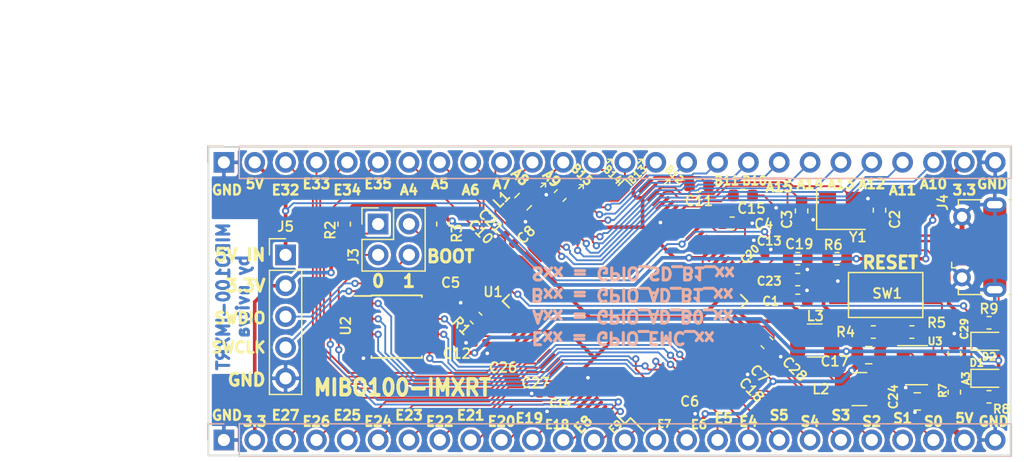
<source format=kicad_pcb>
(kicad_pcb (version 20171130) (host pcbnew "(5.0.0)")
  (layers (0 F.Cu signal) (31 B.Cu signal) (34 B.Paste user hide) (35 F.Paste user) (36 B.SilkS user hide) (37 F.SilkS user) (38 B.Mask user hide) (39 F.Mask user hide) (44 Edge.Cuts user))
  (net 0 "")
  (net 1 GND)
  (net 2 "Net-(C2-Pad1)")
  (net 3 "Net-(C3-Pad1)")
  (net 4 +3V3)
  (net 5 /VDDA)
  (net 6 "Net-(C13-Pad1)")
  (net 7 "Net-(C15-Pad1)")
  (net 8 /DCDC_OUT)
  (net 9 "Net-(C19-Pad1)")
  (net 10 /5V)
  (net 11 /3V3-EN)
  (net 12 "Net-(D1-Pad1)")
  (net 13 "Net-(D2-Pad1)")
  (net 14 /E18)
  (net 15 /E19)
  (net 16 /E20)
  (net 17 /E21)
  (net 18 /E22)
  (net 19 /E23)
  (net 20 /E24)
  (net 21 /E25)
  (net 22 /E26)
  (net 23 /E27)
  (net 24 /E32)
  (net 25 /E33)
  (net 26 /E34)
  (net 27 /E35)
  (net 28 /B10)
  (net 29 /B11)
  (net 30 /B12)
  (net 31 /B13)
  (net 32 /B14)
  (net 33 /B15)
  (net 34 /E4)
  (net 35 /E5)
  (net 36 /E9)
  (net 37 /E8)
  (net 38 /E7)
  (net 39 /E6)
  (net 40 /S5)
  (net 41 /S4)
  (net 42 /S3)
  (net 43 /S2)
  (net 44 /S1)
  (net 45 /S0)
  (net 46 /A15)
  (net 47 /A14)
  (net 48 /A13)
  (net 49 /A12)
  (net 50 /A11)
  (net 51 /A10)
  (net 52 /A9)
  (net 53 /A8)
  (net 54 /A7)
  (net 55 /A6)
  (net 56 /A5)
  (net 57 /A4)
  (net 58 "Net-(J3-Pad1)")
  (net 59 "Net-(J3-Pad2)")
  (net 60 /BOOT-CFG-0)
  (net 61 /BOOT-CFG-1)
  (net 62 /USB-D-)
  (net 63 "Net-(J4-Pad4)")
  (net 64 /USB-D+)
  (net 65 /SWDIO)
  (net 66 /SWDCLK)
  (net 67 "Net-(L2-Pad2)")
  (net 68 "Net-(L3-Pad1)")
  (net 69 /JTAG-MOD)
  (net 70 "Net-(R4-Pad1)")
  (net 71 /LED1)
  (net 72 /FLASH-CS)
  (net 73 /FLASH-D1)
  (net 74 /FLASH-D2)
  (net 75 /FLASH-D0)
  (net 76 /FLASH-CLK)
  (net 77 /FLASH-D3)
  (net 78 "Net-(U1-Pad30)")
  (net 79 "Net-(U1-Pad32)")
  (net 80 "Net-(U1-Pad33)")
  (net 81 "Net-(U1-Pad36)")
  (net 82 "Net-(U1-Pad37)")
  (net 83 "Net-(U1-Pad45)")
  (net 84 "Net-(C4-Pad1)")
  (module Inductor_SMD:L_1210_3225Metric (layer F.Cu) (at 160.401 85.7885)
    (fp_text reference L3 (at 0.044901 -2.020558) (layer F.SilkS) (effects (font (size 0.8 0.8))))
    (fp_text value "4.7 uH")
    (pad 2 smd roundrect (at 1.399999 0) (size 1.25 2.65) (layers F.Cu F.Paste F.Mask) (roundrect_rratio 0.2) (net 8 /DCDC_OUT))
    (pad 1 smd roundrect (at -1.399999 0) (size 1.25 2.65) (layers F.Cu F.Paste F.Mask) (roundrect_rratio 0.2) (net 68 "Net-(L3-Pad1)"))
  )
  (module Capacitor_SMD:C_0603_1608Metric (layer F.Cu) (at 156.464 85.979 315)
    (fp_text reference C28 (at 3.14309 -0.089803 315) (layer F.SilkS) (effects (font (size 0.8 0.8))))
    (fp_text value 4.7uF)
    (pad 2 smd roundrect (at 0.787501 0 315) (size 0.875 0.95) (layers F.Cu F.Paste F.Mask) (net 1 GND))
    (pad 1 smd roundrect (at -0.787501 0 315) (size 0.875 0.95) (layers F.Cu F.Paste F.Mask) (net 4 +3V3))
  )
  (module Capacitor_SMD:C_0603_1608Metric (layer F.Cu) (at 153.6065 76.1365)
    (fp_text reference C4 (at 2.6035 0.0635) (layer F.SilkS) (effects (font (size 0.8 0.8))))
    (fp_text value 10uF)
    (pad 2 smd roundrect (at 0.7875 0) (size 0.875 0.95) (layers F.Cu F.Paste F.Mask) (net 1 GND))
    (pad 1 smd roundrect (at -0.7875 0) (size 0.875 0.95) (layers F.Cu F.Paste F.Mask) (net 84 "Net-(C4-Pad1)"))
  )
  (module Connector_PinHeader_2.54mm:PinHeader_1x26_P2.54mm_Vertical (layer B.Cu) (at 111.76 71.12 270)
    (fp_text reference J2 hide)
    (fp_text value Conn_01x26)
    (pad 26 thru_hole oval (at 0 -63.5 270) (size 1.7 1.7) (drill 1) (layers *.Cu *.Mask) (net 1 GND))
    (pad 25 thru_hole oval (at 0 -60.96 270) (size 1.7 1.7) (drill 1) (layers *.Cu *.Mask) (net 4 +3V3))
    (pad 24 thru_hole oval (at 0 -58.42 270) (size 1.7 1.7) (drill 1) (layers *.Cu *.Mask) (net 51 /A10))
    (pad 23 thru_hole oval (at 0 -55.88 270) (size 1.7 1.7) (drill 1) (layers *.Cu *.Mask) (net 50 /A11))
    (pad 22 thru_hole oval (at 0 -53.34 270) (size 1.7 1.7) (drill 1) (layers *.Cu *.Mask) (net 49 /A12))
    (pad 21 thru_hole oval (at 0 -50.8 270) (size 1.7 1.7) (drill 1) (layers *.Cu *.Mask) (net 48 /A13))
    (pad 20 thru_hole oval (at 0 -48.26 270) (size 1.7 1.7) (drill 1) (layers *.Cu *.Mask) (net 47 /A14))
    (pad 19 thru_hole oval (at 0 -45.72 270) (size 1.7 1.7) (drill 1) (layers *.Cu *.Mask) (net 46 /A15))
    (pad 18 thru_hole oval (at 0 -43.18 270) (size 1.7 1.7) (drill 1) (layers *.Cu *.Mask) (net 28 /B10))
    (pad 17 thru_hole oval (at 0 -40.64 270) (size 1.7 1.7) (drill 1) (layers *.Cu *.Mask) (net 29 /B11))
    (pad 16 thru_hole oval (at 0 -38.1 270) (size 1.7 1.7) (drill 1) (layers *.Cu *.Mask) (net 30 /B12))
    (pad 15 thru_hole oval (at 0 -35.56 270) (size 1.7 1.7) (drill 1) (layers *.Cu *.Mask) (net 31 /B13))
    (pad 14 thru_hole oval (at 0 -33.02 270) (size 1.7 1.7) (drill 1) (layers *.Cu *.Mask) (net 32 /B14))
    (pad 13 thru_hole oval (at 0 -30.48 270) (size 1.7 1.7) (drill 1) (layers *.Cu *.Mask) (net 33 /B15))
    (pad 12 thru_hole oval (at 0 -27.94 270) (size 1.7 1.7) (drill 1) (layers *.Cu *.Mask) (net 52 /A9))
    (pad 11 thru_hole oval (at 0 -25.4 270) (size 1.7 1.7) (drill 1) (layers *.Cu *.Mask) (net 53 /A8))
    (pad 10 thru_hole oval (at 0 -22.86 270) (size 1.7 1.7) (drill 1) (layers *.Cu *.Mask) (net 54 /A7))
    (pad 9 thru_hole oval (at 0 -20.32 270) (size 1.7 1.7) (drill 1) (layers *.Cu *.Mask) (net 55 /A6))
    (pad 8 thru_hole oval (at 0 -17.78 270) (size 1.7 1.7) (drill 1) (layers *.Cu *.Mask) (net 56 /A5))
    (pad 7 thru_hole oval (at 0 -15.24 270) (size 1.7 1.7) (drill 1) (layers *.Cu *.Mask) (net 57 /A4))
    (pad 6 thru_hole oval (at 0 -12.7 270) (size 1.7 1.7) (drill 1) (layers *.Cu *.Mask) (net 27 /E35))
    (pad 5 thru_hole oval (at 0 -10.16 270) (size 1.7 1.7) (drill 1) (layers *.Cu *.Mask) (net 26 /E34))
    (pad 4 thru_hole oval (at 0 -7.62 270) (size 1.7 1.7) (drill 1) (layers *.Cu *.Mask) (net 25 /E33))
    (pad 3 thru_hole oval (at 0 -5.08 270) (size 1.7 1.7) (drill 1) (layers *.Cu *.Mask) (net 24 /E32))
    (pad 2 thru_hole oval (at 0 -2.54 270) (size 1.7 1.7) (drill 1) (layers *.Cu *.Mask) (net 10 /5V))
    (pad 1 thru_hole rect (at 0 0 270) (size 1.7 1.7) (drill 1) (layers *.Cu *.Mask) (net 1 GND))
  )
  (module Capacitor_SMD:C_0603_1608Metric (layer F.Cu) (at 165.735 75.057 90)
    (fp_text reference C2 (at -0.762 1.27 90) (layer F.SilkS) (effects (font (size 0.8 0.8))))
    (fp_text value 22pF)
    (pad 1 smd roundrect (at -0.7875 0 90) (size 0.875 0.95) (layers F.Cu F.Paste F.Mask) (net 2 "Net-(C2-Pad1)"))
    (pad 2 smd roundrect (at 0.7875 0 90) (size 0.875 0.95) (layers F.Cu F.Paste F.Mask) (net 1 GND))
  )
  (module Capacitor_SMD:C_0603_1608Metric (layer F.Cu) (at 159.3215 75.1205 270)
    (fp_text reference C3 (at 0.6985 1.2065 270) (layer F.SilkS) (effects (font (size 0.8 0.8))))
    (fp_text value 22pF)
    (pad 1 smd roundrect (at -0.7875 0 270) (size 0.875 0.95) (layers F.Cu F.Paste F.Mask) (net 3 "Net-(C3-Pad1)"))
    (pad 2 smd roundrect (at 0.7875 0 270) (size 0.875 0.95) (layers F.Cu F.Paste F.Mask) (net 1 GND))
  )
  (module Capacitor_SMD:C_0402_1005Metric (layer F.Cu) (at 130.3655 82.55 90)
    (fp_text reference C5 (at 1.524 0.0635 180) (layer F.SilkS) (effects (font (size 0.8 0.8))))
    (fp_text value 220nF)
    (pad 1 smd roundrect (at -0.485 0 90) (size 0.59 0.64) (layers F.Cu F.Paste F.Mask) (net 4 +3V3))
    (pad 2 smd roundrect (at 0.485 0 90) (size 0.59 0.64) (layers F.Cu F.Paste F.Mask) (net 1 GND))
  )
  (module Capacitor_SMD:C_0402_1005Metric (layer F.Cu) (at 149.4155 91.821)
    (fp_text reference C6 (at 0.6985 -1.016) (layer F.SilkS) (effects (font (size 0.8 0.8))))
    (fp_text value 220nF)
    (pad 2 smd roundrect (at 0.485 0) (size 0.59 0.64) (layers F.Cu F.Paste F.Mask) (net 1 GND))
    (pad 1 smd roundrect (at -0.485 0) (size 0.59 0.64) (layers F.Cu F.Paste F.Mask) (net 4 +3V3))
  )
  (module Capacitor_SMD:C_0402_1005Metric (layer F.Cu) (at 154.559 87.3125 315)
    (fp_text reference C7 (at 1.75115 -0.044901 315) (layer F.SilkS) (effects (font (size 0.8 0.8))))
    (fp_text value 220nF)
    (pad 2 smd roundrect (at 0.485 0 315) (size 0.59 0.64) (layers F.Cu F.Paste F.Mask) (net 1 GND))
    (pad 1 smd roundrect (at -0.485 0 315) (size 0.59 0.64) (layers F.Cu F.Paste F.Mask) (net 4 +3V3))
  )
  (module Capacitor_SMD:C_0402_1005Metric (layer F.Cu) (at 137.668 75.692 225)
    (fp_text reference C8 (at 1.706249 -0.269408 225) (layer F.SilkS) (effects (font (size 0.8 0.8))))
    (fp_text value 220nF)
    (pad 1 smd roundrect (at -0.485 0 225) (size 0.59 0.64) (layers F.Cu F.Paste F.Mask) (net 4 +3V3))
    (pad 2 smd roundrect (at 0.485 0 225) (size 0.59 0.64) (layers F.Cu F.Paste F.Mask) (net 1 GND))
  )
  (module Capacitor_SMD:C_0603_1608Metric (layer F.Cu) (at 139.446 73.8505 225)
    (fp_text reference C9 hide)
    (fp_text value 4.7uF)
    (pad 1 smd roundrect (at -0.787501 0 225) (size 0.875 0.95) (layers F.Cu F.Paste F.Mask) (net 5 /VDDA))
    (pad 2 smd roundrect (at 0.787501 0 225) (size 0.875 0.95) (layers F.Cu F.Paste F.Mask) (net 1 GND))
  )
  (module Capacitor_SMD:C_0402_1005Metric (layer F.Cu) (at 134.4295 78.359 135)
    (fp_text reference C10 (at 2.155261 0 135) (layer F.SilkS) (effects (font (size 0.8 0.8))))
    (fp_text value 220nF)
    (pad 1 smd roundrect (at -0.485 0 135) (size 0.59 0.64) (layers F.Cu F.Paste F.Mask) (net 4 +3V3))
    (pad 2 smd roundrect (at 0.485 0 135) (size 0.59 0.64) (layers F.Cu F.Paste F.Mask) (net 1 GND))
  )
  (module Capacitor_SMD:C_0603_1608Metric (layer F.Cu) (at 150.876 73.025)
    (fp_text reference C11 (at 0 1.27) (layer F.SilkS) (effects (font (size 0.8 0.8))))
    (fp_text value 4.7uF)
    (pad 2 smd roundrect (at 0.7875 0) (size 0.875 0.95) (layers F.Cu F.Paste F.Mask) (net 1 GND))
    (pad 1 smd roundrect (at -0.7875 0) (size 0.875 0.95) (layers F.Cu F.Paste F.Mask) (net 4 +3V3))
  )
  (module Capacitor_SMD:C_0402_1005Metric (layer F.Cu) (at 132.842 85.979 180)
    (fp_text reference C12 (at 1.905 -0.889 180) (layer F.SilkS) (effects (font (size 0.8 0.8))))
    (fp_text value 220nF)
    (pad 2 smd roundrect (at 0.485 0 180) (size 0.59 0.64) (layers F.Cu F.Paste F.Mask) (net 1 GND))
    (pad 1 smd roundrect (at -0.485 0 180) (size 0.59 0.64) (layers F.Cu F.Paste F.Mask) (net 4 +3V3))
  )
  (module Capacitor_SMD:C_0402_1005Metric (layer F.Cu) (at 154.178 77.5335)
    (fp_text reference C13 (at 2.4765 0.0635) (layer F.SilkS) (effects (font (size 0.7 0.7))))
    (fp_text value 220nF)
    (pad 1 smd roundrect (at -0.485 0) (size 0.59 0.64) (layers F.Cu F.Paste F.Mask) (net 6 "Net-(C13-Pad1)"))
    (pad 2 smd roundrect (at 0.485 0) (size 0.59 0.64) (layers F.Cu F.Paste F.Mask) (net 1 GND))
  )
  (module Capacitor_SMD:C_0402_1005Metric (layer F.Cu) (at 139.5095 91.694 180)
    (fp_text reference C14 (at 0.0635 0.762 180) (layer F.SilkS) (effects (font (size 0.6 0.6))))
    (fp_text value 220nF)
    (pad 2 smd roundrect (at 0.485 0 180) (size 0.59 0.64) (layers F.Cu F.Paste F.Mask) (net 1 GND))
    (pad 1 smd roundrect (at -0.485 0 180) (size 0.59 0.64) (layers F.Cu F.Paste F.Mask) (net 4 +3V3))
  )
  (module Capacitor_SMD:C_0603_1608Metric (layer F.Cu) (at 154.4955 73.8505)
    (fp_text reference C15 (at 0.6985 1.0795) (layer F.SilkS) (effects (font (size 0.8 0.8))))
    (fp_text value 4.7uF)
    (pad 2 smd roundrect (at 0.7875 0) (size 0.875 0.95) (layers F.Cu F.Paste F.Mask) (net 1 GND))
    (pad 1 smd roundrect (at -0.7875 0) (size 0.875 0.95) (layers F.Cu F.Paste F.Mask) (net 7 "Net-(C15-Pad1)"))
  )
  (module Capacitor_SMD:C_0402_1005Metric (layer F.Cu) (at 153.67 88.3285 315)
    (fp_text reference C18 (at 2.155261 0 315) (layer F.SilkS) (effects (font (size 0.8 0.8))))
    (fp_text value 220nF)
    (pad 2 smd roundrect (at 0.485 0 315) (size 0.59 0.64) (layers F.Cu F.Paste F.Mask) (net 1 GND))
    (pad 1 smd roundrect (at -0.485 0 315) (size 0.59 0.64) (layers F.Cu F.Paste F.Mask) (net 8 /DCDC_OUT))
  )
  (module Capacitor_SMD:C_0603_1608Metric (layer F.Cu) (at 159.004 79.0575)
    (fp_text reference C19 (at 0.127 -1.2065) (layer F.SilkS) (effects (font (size 0.8 0.8))))
    (fp_text value 100nF)
    (pad 1 smd roundrect (at -0.7875 0) (size 0.875 0.95) (layers F.Cu F.Paste F.Mask) (net 9 "Net-(C19-Pad1)"))
    (pad 2 smd roundrect (at 0.7875 0) (size 0.875 0.95) (layers F.Cu F.Paste F.Mask) (net 1 GND))
  )
  (module Capacitor_SMD:C_0402_1005Metric (layer F.Cu) (at 155.956 79.121 45)
    (fp_text reference C20 (at -0.314309 -0.942927 45) (layer F.SilkS) (effects (font (size 0.6 0.6))))
    (fp_text value 220nF)
    (pad 1 smd roundrect (at -0.485 0 45) (size 0.59 0.64) (layers F.Cu F.Paste F.Mask) (net 8 /DCDC_OUT))
    (pad 2 smd roundrect (at 0.485 0 45) (size 0.59 0.64) (layers F.Cu F.Paste F.Mask) (net 1 GND))
  )
  (module Capacitor_SMD:C_0402_1005Metric (layer F.Cu) (at 135.255 77.47 135)
    (fp_text reference C21 (at 2.155261 0 135) (layer F.SilkS) (effects (font (size 0.8 0.8))))
    (fp_text value 220nF)
    (pad 2 smd roundrect (at 0.485 0 135) (size 0.59 0.64) (layers F.Cu F.Paste F.Mask) (net 1 GND))
    (pad 1 smd roundrect (at -0.485 0 135) (size 0.59 0.64) (layers F.Cu F.Paste F.Mask) (net 8 /DCDC_OUT))
  )
  (module Capacitor_SMD:C_0402_1005Metric (layer F.Cu) (at 134.724 86.9315 180)
    (fp_text reference C26 (at -0.023 -1.0795 180) (layer F.SilkS) (effects (font (size 0.8 0.8))))
    (fp_text value 220nF)
    (pad 1 smd roundrect (at -0.485 0 180) (size 0.59 0.64) (layers F.Cu F.Paste F.Mask) (net 8 /DCDC_OUT))
    (pad 2 smd roundrect (at 0.485 0 180) (size 0.59 0.64) (layers F.Cu F.Paste F.Mask) (net 1 GND))
  )
  (module Capacitor_SMD:C_0402_1005Metric (layer F.Cu) (at 138.2395 90.17 180)
    (fp_text reference C27 (at 0.8255 0.889 180) (layer F.SilkS) (effects (font (size 0.8 0.8))))
    (fp_text value 220nF)
    (pad 2 smd roundrect (at 0.485 0 180) (size 0.59 0.64) (layers F.Cu F.Paste F.Mask) (net 1 GND))
    (pad 1 smd roundrect (at -0.485 0 180) (size 0.59 0.64) (layers F.Cu F.Paste F.Mask) (net 8 /DCDC_OUT))
  )
  (module Capacitor_SMD:C_0603_1608Metric (layer F.Cu) (at 171.8945 86.868 90)
    (fp_text reference C29 (at 2.032 0.8255 90) (layer F.SilkS) (effects (font (size 0.6 0.6))))
    (fp_text value 100nF)
    (pad 2 smd roundrect (at 0.7875 0 90) (size 0.875 0.95) (layers F.Cu F.Paste F.Mask) (net 1 GND))
    (pad 1 smd roundrect (at -0.7875 0 90) (size 0.875 0.95) (layers F.Cu F.Paste F.Mask) (net 11 /3V3-EN))
  )
  (module LED_SMD:LED_0603_1608Metric (layer F.Cu) (at 174.752 88.9)
    (fp_text reference D1 (at -1.016 -1.27 180) (layer F.SilkS) (effects (font (size 0.6 0.6))))
    (fp_text value GREEN)
    (pad 1 smd roundrect (at -0.7875 0) (size 0.875 0.95) (layers F.Cu F.Paste F.Mask) (net 12 "Net-(D1-Pad1)"))
    (pad 2 smd roundrect (at 0.7875 0) (size 0.875 0.95) (layers F.Cu F.Paste F.Mask) (net 4 +3V3))
  )
  (module LED_SMD:LED_0603_1608Metric (layer F.Cu) (at 174.752 85.852)
    (fp_text reference D2 (at 0 1.27) (layer F.SilkS) (effects (font (size 0.6 0.6))))
    (fp_text value GREEN)
    (pad 2 smd roundrect (at 0.7875 0) (size 0.875 0.95) (layers F.Cu F.Paste F.Mask) (net 4 +3V3))
    (pad 1 smd roundrect (at -0.7875 0) (size 0.875 0.95) (layers F.Cu F.Paste F.Mask) (net 13 "Net-(D2-Pad1)"))
  )
  (module Connector_PinHeader_2.54mm:PinHeader_1x26_P2.54mm_Vertical (layer B.Cu) (at 111.76 93.98 270)
    (fp_text reference J1 hide)
    (fp_text value Conn_01x26)
    (pad 1 thru_hole rect (at 0 0 270) (size 1.7 1.7) (drill 1) (layers *.Cu *.Mask) (net 1 GND))
    (pad 2 thru_hole oval (at 0 -2.54 270) (size 1.7 1.7) (drill 1) (layers *.Cu *.Mask) (net 4 +3V3))
    (pad 3 thru_hole oval (at 0 -5.08 270) (size 1.7 1.7) (drill 1) (layers *.Cu *.Mask) (net 23 /E27))
    (pad 4 thru_hole oval (at 0 -7.62 270) (size 1.7 1.7) (drill 1) (layers *.Cu *.Mask) (net 22 /E26))
    (pad 5 thru_hole oval (at 0 -10.16 270) (size 1.7 1.7) (drill 1) (layers *.Cu *.Mask) (net 21 /E25))
    (pad 6 thru_hole oval (at 0 -12.7 270) (size 1.7 1.7) (drill 1) (layers *.Cu *.Mask) (net 20 /E24))
    (pad 7 thru_hole oval (at 0 -15.24 270) (size 1.7 1.7) (drill 1) (layers *.Cu *.Mask) (net 19 /E23))
    (pad 8 thru_hole oval (at 0 -17.78 270) (size 1.7 1.7) (drill 1) (layers *.Cu *.Mask) (net 18 /E22))
    (pad 9 thru_hole oval (at 0 -20.32 270) (size 1.7 1.7) (drill 1) (layers *.Cu *.Mask) (net 17 /E21))
    (pad 10 thru_hole oval (at 0 -22.86 270) (size 1.7 1.7) (drill 1) (layers *.Cu *.Mask) (net 16 /E20))
    (pad 11 thru_hole oval (at 0 -25.4 270) (size 1.7 1.7) (drill 1) (layers *.Cu *.Mask) (net 15 /E19))
    (pad 12 thru_hole oval (at 0 -27.94 270) (size 1.7 1.7) (drill 1) (layers *.Cu *.Mask) (net 14 /E18))
    (pad 13 thru_hole oval (at 0 -30.48 270) (size 1.7 1.7) (drill 1) (layers *.Cu *.Mask) (net 37 /E8))
    (pad 14 thru_hole oval (at 0 -33.02 270) (size 1.7 1.7) (drill 1) (layers *.Cu *.Mask) (net 36 /E9))
    (pad 15 thru_hole oval (at 0 -35.56 270) (size 1.7 1.7) (drill 1) (layers *.Cu *.Mask) (net 38 /E7))
    (pad 16 thru_hole oval (at 0 -38.1 270) (size 1.7 1.7) (drill 1) (layers *.Cu *.Mask) (net 39 /E6))
    (pad 17 thru_hole oval (at 0 -40.64 270) (size 1.7 1.7) (drill 1) (layers *.Cu *.Mask) (net 35 /E5))
    (pad 18 thru_hole oval (at 0 -43.18 270) (size 1.7 1.7) (drill 1) (layers *.Cu *.Mask) (net 34 /E4))
    (pad 19 thru_hole oval (at 0 -45.72 270) (size 1.7 1.7) (drill 1) (layers *.Cu *.Mask) (net 40 /S5))
    (pad 20 thru_hole oval (at 0 -48.26 270) (size 1.7 1.7) (drill 1) (layers *.Cu *.Mask) (net 41 /S4))
    (pad 21 thru_hole oval (at 0 -50.8 270) (size 1.7 1.7) (drill 1) (layers *.Cu *.Mask) (net 42 /S3))
    (pad 22 thru_hole oval (at 0 -53.34 270) (size 1.7 1.7) (drill 1) (layers *.Cu *.Mask) (net 43 /S2))
    (pad 23 thru_hole oval (at 0 -55.88 270) (size 1.7 1.7) (drill 1) (layers *.Cu *.Mask) (net 44 /S1))
    (pad 24 thru_hole oval (at 0 -58.42 270) (size 1.7 1.7) (drill 1) (layers *.Cu *.Mask) (net 45 /S0))
    (pad 25 thru_hole oval (at 0 -60.96 270) (size 1.7 1.7) (drill 1) (layers *.Cu *.Mask) (net 10 /5V))
    (pad 26 thru_hole oval (at 0 -63.5 270) (size 1.7 1.7) (drill 1) (layers *.Cu *.Mask) (net 1 GND))
  )
  (module Connector_PinHeader_2.54mm:PinHeader_2x02_P2.54mm_Vertical (layer F.Cu) (at 124.46 76.2)
    (fp_text reference J3 (at -2.032 2.667 90) (layer F.SilkS) (effects (font (size 0.8 0.8))))
    (fp_text value Conn_02x02_Odd_Even)
    (pad 1 thru_hole rect (at 0 0) (size 1.7 1.7) (drill 1) (layers *.Cu *.Mask) (net 58 "Net-(J3-Pad1)"))
    (pad 2 thru_hole oval (at 2.54 0) (size 1.7 1.7) (drill 1) (layers *.Cu *.Mask) (net 59 "Net-(J3-Pad2)"))
    (pad 3 thru_hole oval (at 0 2.54) (size 1.7 1.7) (drill 1) (layers *.Cu *.Mask) (net 60 /BOOT-CFG-0))
    (pad 4 thru_hole oval (at 2.54 2.54) (size 1.7 1.7) (drill 1) (layers *.Cu *.Mask) (net 61 /BOOT-CFG-1))
  )
  (module Connector_USB:USB_Micro-B_Molex-105017-0001 (layer F.Cu) (at 173.99 78.105 90)
    (fp_text reference J4 (at 3.683 -3.048 270) (layer F.SilkS) (effects (font (size 0.8 0.8))))
    (fp_text value USB_B_Micro)
    (pad 6 smd rect (at 1 1.2375 90) (size 1.5 1.9) (layers F.Cu F.Paste F.Mask) (net 1 GND))
    (pad 6 thru_hole circle (at -2.5 -1.4625 90) (size 1.45 1.45) (drill 0.85) (layers *.Cu *.Mask) (net 1 GND))
    (pad 2 smd rect (at -0.65 -1.4625 90) (size 0.4 1.35) (layers F.Cu F.Paste F.Mask) (net 62 /USB-D-))
    (pad 1 smd rect (at -1.3 -1.4625 90) (size 0.4 1.35) (layers F.Cu F.Paste F.Mask) (net 10 /5V))
    (pad 5 smd rect (at 1.3 -1.4625 90) (size 0.4 1.35) (layers F.Cu F.Paste F.Mask) (net 1 GND))
    (pad 4 smd rect (at 0.65 -1.4625 90) (size 0.4 1.35) (layers F.Cu F.Paste F.Mask) (net 63 "Net-(J4-Pad4)"))
    (pad 3 smd rect (at 0 -1.4625 90) (size 0.4 1.35) (layers F.Cu F.Paste F.Mask) (net 64 /USB-D+))
    (pad 6 thru_hole circle (at 2.5 -1.4625 90) (size 1.45 1.45) (drill 0.85) (layers *.Cu *.Mask) (net 1 GND))
    (pad 6 smd rect (at -1 1.2375 90) (size 1.5 1.9) (layers F.Cu F.Paste F.Mask) (net 1 GND))
    (pad 6 thru_hole oval (at -3.5 1.2375 270) (size 1.2 1.9) (drill oval 0.6 1.3) (layers *.Cu *.Mask) (net 1 GND))
    (pad 6 thru_hole oval (at 3.5 1.2375 90) (size 1.2 1.9) (drill oval 0.6 1.3) (layers *.Cu *.Mask) (net 1 GND))
    (pad 6 smd rect (at 2.9 1.2375 90) (size 1.2 1.9) (layers F.Cu F.Mask) (net 1 GND))
    (pad 6 smd rect (at -2.9 1.2375 90) (size 1.2 1.9) (layers F.Cu F.Mask) (net 1 GND))
  )
  (module Connector_PinHeader_2.54mm:PinHeader_1x05_P2.54mm_Vertical (layer F.Cu) (at 116.84 78.74)
    (fp_text reference J5 (at 0 -2.33) (layer F.SilkS) (effects (font (size 0.8 0.8))))
    (fp_text value Conn_01x05)
    (pad 1 thru_hole rect (at 0 0) (size 1.7 1.7) (drill 1) (layers *.Cu *.Mask) (net 10 /5V))
    (pad 2 thru_hole oval (at 0 2.54) (size 1.7 1.7) (drill 1) (layers *.Cu *.Mask) (net 4 +3V3))
    (pad 3 thru_hole oval (at 0 5.08) (size 1.7 1.7) (drill 1) (layers *.Cu *.Mask) (net 65 /SWDIO))
    (pad 4 thru_hole oval (at 0 7.62) (size 1.7 1.7) (drill 1) (layers *.Cu *.Mask) (net 66 /SWDCLK))
    (pad 5 thru_hole oval (at 0 10.16) (size 1.7 1.7) (drill 1) (layers *.Cu *.Mask) (net 1 GND))
  )
  (module Inductor_SMD:L_0805_2012Metric (layer F.Cu) (at 136.398 74.3585 45)
    (fp_text reference L1 (at -1.122532 -1.39194 45) (layer F.SilkS) (effects (font (size 0.8 0.8))))
    (fp_text value 47nH)
    (pad 1 smd roundrect (at -0.937501 0 45) (size 0.975 1.4) (layers F.Cu F.Paste F.Mask) (net 4 +3V3))
    (pad 2 smd roundrect (at 0.937501 0 45) (size 0.975 1.4) (layers F.Cu F.Paste F.Mask) (net 5 /VDDA))
  )
  (module Resistor_SMD:R_0603_1608Metric (layer F.Cu) (at 132.5245 83.947 315)
    (fp_text reference R1 (at -0.404112 1.302137 315) (layer F.SilkS) (effects (font (size 0.8 0.8))))
    (fp_text value 10k)
    (pad 2 smd roundrect (at 0.787501 0 315) (size 0.875 0.95) (layers F.Cu F.Paste F.Mask) (net 69 /JTAG-MOD))
    (pad 1 smd roundrect (at -0.787501 0 315) (size 0.875 0.95) (layers F.Cu F.Paste F.Mask) (net 1 GND))
  )
  (module Resistor_SMD:R_0603_1608Metric (layer F.Cu) (at 121.666 76.2 90)
    (fp_text reference R2 (at -0.508 -1.143 90) (layer F.SilkS) (effects (font (size 0.8 0.8))))
    (fp_text value 10k)
    (pad 2 smd roundrect (at 0.7875 0 90) (size 0.875 0.95) (layers F.Cu F.Paste F.Mask) (net 4 +3V3))
    (pad 1 smd roundrect (at -0.7875 0 90) (size 0.875 0.95) (layers F.Cu F.Paste F.Mask) (net 58 "Net-(J3-Pad1)"))
  )
  (module Resistor_SMD:R_0603_1608Metric (layer F.Cu) (at 129.794 76.2 90)
    (fp_text reference R3 (at -0.762 1.143 90) (layer F.SilkS) (effects (font (size 0.8 0.8))))
    (fp_text value 10k)
    (pad 1 smd roundrect (at -0.7875 0 90) (size 0.875 0.95) (layers F.Cu F.Paste F.Mask) (net 59 "Net-(J3-Pad2)"))
    (pad 2 smd roundrect (at 0.7875 0 90) (size 0.875 0.95) (layers F.Cu F.Paste F.Mask) (net 4 +3V3))
  )
  (module Resistor_SMD:R_0603_1608Metric (layer F.Cu) (at 165.227 85.09 180)
    (fp_text reference R4 (at 2.286 0 180) (layer F.SilkS) (effects (font (size 0.8 0.8))))
    (fp_text value 68k)
    (pad 1 smd roundrect (at -0.7875 0 180) (size 0.875 0.95) (layers F.Cu F.Paste F.Mask) (net 70 "Net-(R4-Pad1)"))
    (pad 2 smd roundrect (at 0.7875 0 180) (size 0.875 0.95) (layers F.Cu F.Paste F.Mask) (net 4 +3V3))
  )
  (module Resistor_SMD:R_0603_1608Metric (layer F.Cu) (at 168.402 85.09 180)
    (fp_text reference R5 (at -2.032 0.762 180) (layer F.SilkS) (effects (font (size 0.8 0.8))))
    (fp_text value 15k)
    (pad 2 smd roundrect (at 0.7875 0 180) (size 0.875 0.95) (layers F.Cu F.Paste F.Mask) (net 70 "Net-(R4-Pad1)"))
    (pad 1 smd roundrect (at -0.7875 0 180) (size 0.875 0.95) (layers F.Cu F.Paste F.Mask) (net 1 GND))
  )
  (module Resistor_SMD:R_0603_1608Metric (layer F.Cu) (at 162.2425 79.0575)
    (fp_text reference R6 (at -0.3175 -1.143) (layer F.SilkS) (effects (font (size 0.8 0.8))))
    (fp_text value 10k)
    (pad 1 smd roundrect (at -0.7875 0) (size 0.875 0.95) (layers F.Cu F.Paste F.Mask) (net 9 "Net-(C19-Pad1)"))
    (pad 2 smd roundrect (at 0.7875 0) (size 0.875 0.95) (layers F.Cu F.Paste F.Mask) (net 4 +3V3))
  )
  (module Resistor_SMD:R_0603_1608Metric (layer F.Cu) (at 171.8945 90.043 270)
    (fp_text reference R7 (at -0.127 0.9525 90) (layer F.SilkS) (effects (font (size 0.6 0.6))))
    (fp_text value 10k)
    (pad 2 smd roundrect (at 0.7875 0 270) (size 0.875 0.95) (layers F.Cu F.Paste F.Mask) (net 10 /5V))
    (pad 1 smd roundrect (at -0.7875 0 270) (size 0.875 0.95) (layers F.Cu F.Paste F.Mask) (net 11 /3V3-EN))
  )
  (module Resistor_SMD:R_0603_1608Metric (layer F.Cu) (at 174.752 90.424)
    (fp_text reference R8 (at 1.016 1.016) (layer F.SilkS) (effects (font (size 0.7 0.7))))
    (fp_text value 1k)
    (pad 1 smd roundrect (at -0.7875 0) (size 0.875 0.95) (layers F.Cu F.Paste F.Mask) (net 71 /LED1))
    (pad 2 smd roundrect (at 0.7875 0) (size 0.875 0.95) (layers F.Cu F.Paste F.Mask) (net 12 "Net-(D1-Pad1)"))
  )
  (module Resistor_SMD:R_0603_1608Metric (layer F.Cu) (at 174.752 84.328 180)
    (fp_text reference R9 (at 0 1.143 180) (layer F.SilkS) (effects (font (size 0.8 0.8))))
    (fp_text value 1k)
    (pad 1 smd roundrect (at -0.7875 0 180) (size 0.875 0.95) (layers F.Cu F.Paste F.Mask) (net 1 GND))
    (pad 2 smd roundrect (at 0.7875 0 180) (size 0.875 0.95) (layers F.Cu F.Paste F.Mask) (net 13 "Net-(D2-Pad1)"))
  )
  (module Button_Switch_SMD:SW_SPST_CK_RS282G05A3 (layer F.Cu) (at 166.243 82.042 180)
    (fp_text reference SW1 (at -0.127 0.127 180) (layer F.SilkS) (effects (font (size 0.8 0.8))))
    (fp_text value SW_Push)
    (pad 1 smd rect (at -3.9 0 180) (size 1.5 1.5) (layers F.Cu F.Paste F.Mask) (net 11 /3V3-EN))
    (pad 2 smd rect (at 3.9 0 180) (size 1.5 1.5) (layers F.Cu F.Paste F.Mask) (net 1 GND))
  )
  (module Package_QFP:LQFP-100_14x14mm_P0.5mm (layer F.Cu) (at 144.78 82.55 135)
    (fp_text reference U1 (at 8.216934 -7.139304) (layer F.SilkS) (effects (font (size 0.8 0.8))))
    (fp_text value MIMXRT1021CAF4A)
    (pad 1 smd rect (at -7.9 -6 135) (size 1.5 0.28) (layers F.Cu F.Paste F.Mask) (net 36 /E9))
    (pad 2 smd rect (at -7.9 -5.5 135) (size 1.5 0.28) (layers F.Cu F.Paste F.Mask) (net 37 /E8))
    (pad 3 smd rect (at -7.9 -4.999999 135) (size 1.5 0.28) (layers F.Cu F.Paste F.Mask) (net 38 /E7))
    (pad 4 smd rect (at -7.9 -4.5 135) (size 1.5 0.28) (layers F.Cu F.Paste F.Mask) (net 39 /E6))
    (pad 5 smd rect (at -7.9 -4.000001 135) (size 1.5 0.28) (layers F.Cu F.Paste F.Mask) (net 4 +3V3))
    (pad 6 smd rect (at -7.9 -3.5 135) (size 1.5 0.28) (layers F.Cu F.Paste F.Mask) (net 35 /E5))
    (pad 7 smd rect (at -7.9 -3 135) (size 1.5 0.28) (layers F.Cu F.Paste F.Mask) (net 34 /E4))
    (pad 8 smd rect (at -7.900001 -2.5 135) (size 1.5 0.28) (layers F.Cu F.Paste F.Mask) (net 72 /FLASH-CS))
    (pad 9 smd rect (at -7.9 -2 135) (size 1.5 0.28) (layers F.Cu F.Paste F.Mask) (net 73 /FLASH-D1))
    (pad 10 smd rect (at -7.9 -1.5 135) (size 1.5 0.28) (layers F.Cu F.Paste F.Mask) (net 74 /FLASH-D2))
    (pad 11 smd rect (at -7.9 -1 135) (size 1.5 0.28) (layers F.Cu F.Paste F.Mask) (net 75 /FLASH-D0))
    (pad 12 smd rect (at -7.9 -0.5 135) (size 1.5 0.28) (layers F.Cu F.Paste F.Mask) (net 76 /FLASH-CLK))
    (pad 13 smd rect (at -7.900001 0 135) (size 1.5 0.28) (layers F.Cu F.Paste F.Mask) (net 77 /FLASH-D3))
    (pad 14 smd rect (at -7.9 0.5 135) (size 1.5 0.28) (layers F.Cu F.Paste F.Mask) (net 40 /S5))
    (pad 15 smd rect (at -7.9 1 135) (size 1.5 0.28) (layers F.Cu F.Paste F.Mask) (net 41 /S4))
    (pad 16 smd rect (at -7.9 1.5 135) (size 1.5 0.28) (layers F.Cu F.Paste F.Mask) (net 42 /S3))
    (pad 17 smd rect (at -7.9 2 135) (size 1.5 0.28) (layers F.Cu F.Paste F.Mask) (net 43 /S2))
    (pad 18 smd rect (at -7.900001 2.5 135) (size 1.5 0.28) (layers F.Cu F.Paste F.Mask) (net 8 /DCDC_OUT))
    (pad 19 smd rect (at -7.9 3 135) (size 1.5 0.28) (layers F.Cu F.Paste F.Mask) (net 1 GND))
    (pad 20 smd rect (at -7.9 3.5 135) (size 1.5 0.28) (layers F.Cu F.Paste F.Mask) (net 4 +3V3))
    (pad 21 smd rect (at -7.9 4.000001 135) (size 1.5 0.28) (layers F.Cu F.Paste F.Mask) (net 44 /S1))
    (pad 22 smd rect (at -7.9 4.5 135) (size 1.5 0.28) (layers F.Cu F.Paste F.Mask) (net 45 /S0))
    (pad 23 smd rect (at -7.9 4.999999 135) (size 1.5 0.28) (layers F.Cu F.Paste F.Mask) (net 4 +3V3))
    (pad 24 smd rect (at -7.9 5.5 135) (size 1.5 0.28) (layers F.Cu F.Paste F.Mask) (net 1 GND))
    (pad 25 smd rect (at -7.9 6 135) (size 1.5 0.28) (layers F.Cu F.Paste F.Mask) (net 68 "Net-(L3-Pad1)"))
    (pad 26 smd rect (at -6 7.9 225) (size 1.5 0.28) (layers F.Cu F.Paste F.Mask) (net 9 "Net-(C19-Pad1)"))
    (pad 27 smd rect (at -5.5 7.9 225) (size 1.5 0.28) (layers F.Cu F.Paste F.Mask) (net 8 /DCDC_OUT))
    (pad 28 smd rect (at -4.999999 7.9 225) (size 1.5 0.28) (layers F.Cu F.Paste F.Mask) (net 8 /DCDC_OUT))
    (pad 29 smd rect (at -4.5 7.9 225) (size 1.5 0.28) (layers F.Cu F.Paste F.Mask) (net 1 GND))
    (pad 30 smd rect (at -4.000001 7.9 225) (size 1.5 0.28) (layers F.Cu F.Paste F.Mask) (net 78 "Net-(U1-Pad30)"))
    (pad 31 smd rect (at -3.5 7.9 225) (size 1.5 0.28) (layers F.Cu F.Paste F.Mask) (net 4 +3V3))
    (pad 32 smd rect (at -3 7.9 225) (size 1.5 0.28) (layers F.Cu F.Paste F.Mask) (net 79 "Net-(U1-Pad32)"))
    (pad 33 smd rect (at -2.5 7.900001 225) (size 1.5 0.28) (layers F.Cu F.Paste F.Mask) (net 80 "Net-(U1-Pad33)"))
    (pad 34 smd rect (at -2 7.9 225) (size 1.5 0.28) (layers F.Cu F.Paste F.Mask) (net 4 +3V3))
    (pad 35 smd rect (at -1.5 7.9 225) (size 1.5 0.28) (layers F.Cu F.Paste F.Mask) (net 6 "Net-(C13-Pad1)"))
    (pad 36 smd rect (at -1 7.9 225) (size 1.5 0.28) (layers F.Cu F.Paste F.Mask) (net 81 "Net-(U1-Pad36)"))
    (pad 37 smd rect (at -0.5 7.9 225) (size 1.5 0.28) (layers F.Cu F.Paste F.Mask) (net 82 "Net-(U1-Pad37)"))
    (pad 38 smd rect (at 0 7.900001 225) (size 1.5 0.28) (layers F.Cu F.Paste F.Mask) (net 10 /5V))
    (pad 39 smd rect (at 0.5 7.9 225) (size 1.5 0.28) (layers F.Cu F.Paste F.Mask) (net 1 GND))
    (pad 40 smd rect (at 1 7.9 225) (size 1.5 0.28) (layers F.Cu F.Paste F.Mask) (net 84 "Net-(C4-Pad1)"))
    (pad 41 smd rect (at 1.5 7.9 225) (size 1.5 0.28) (layers F.Cu F.Paste F.Mask) (net 62 /USB-D-))
    (pad 42 smd rect (at 2 7.9 225) (size 1.5 0.28) (layers F.Cu F.Paste F.Mask) (net 64 /USB-D+))
    (pad 43 smd rect (at 2.5 7.900001 225) (size 1.5 0.28) (layers F.Cu F.Paste F.Mask) (net 1 GND))
    (pad 44 smd rect (at 3 7.9 225) (size 1.5 0.28) (layers F.Cu F.Paste F.Mask) (net 7 "Net-(C15-Pad1)"))
    (pad 45 smd rect (at 3.5 7.9 225) (size 1.5 0.28) (layers F.Cu F.Paste F.Mask) (net 83 "Net-(U1-Pad45)"))
    (pad 46 smd rect (at 4.000001 7.9 225) (size 1.5 0.28) (layers F.Cu F.Paste F.Mask) (net 2 "Net-(C2-Pad1)"))
    (pad 47 smd rect (at 4.5 7.9 225) (size 1.5 0.28) (layers F.Cu F.Paste F.Mask) (net 3 "Net-(C3-Pad1)"))
    (pad 48 smd rect (at 4.999999 7.9 225) (size 1.5 0.28) (layers F.Cu F.Paste F.Mask) (net 4 +3V3))
    (pad 49 smd rect (at 5.5 7.9 225) (size 1.5 0.28) (layers F.Cu F.Paste F.Mask) (net 1 GND))
    (pad 50 smd rect (at 6 7.9 225) (size 1.5 0.28) (layers F.Cu F.Paste F.Mask) (net 4 +3V3))
    (pad 51 smd rect (at 7.9 6 135) (size 1.5 0.28) (layers F.Cu F.Paste F.Mask) (net 5 /VDDA))
    (pad 52 smd rect (at 7.9 5.5 135) (size 1.5 0.28) (layers F.Cu F.Paste F.Mask) (net 33 /B15))
    (pad 53 smd rect (at 7.9 4.999999 135) (size 1.5 0.28) (layers F.Cu F.Paste F.Mask) (net 32 /B14))
    (pad 54 smd rect (at 7.9 4.5 135) (size 1.5 0.28) (layers F.Cu F.Paste F.Mask) (net 31 /B13))
    (pad 55 smd rect (at 7.9 4.000001 135) (size 1.5 0.28) (layers F.Cu F.Paste F.Mask) (net 30 /B12))
    (pad 56 smd rect (at 7.9 3.5 135) (size 1.5 0.28) (layers F.Cu F.Paste F.Mask) (net 29 /B11))
    (pad 57 smd rect (at 7.9 3 135) (size 1.5 0.28) (layers F.Cu F.Paste F.Mask) (net 28 /B10))
    (pad 58 smd rect (at 7.900001 2.5 135) (size 1.5 0.28) (layers F.Cu F.Paste F.Mask) (net 4 +3V3))
    (pad 59 smd rect (at 7.9 2 135) (size 1.5 0.28) (layers F.Cu F.Paste F.Mask) (net 1 GND))
    (pad 60 smd rect (at 7.9 1.5 135) (size 1.5 0.28) (layers F.Cu F.Paste F.Mask) (net 46 /A15))
    (pad 61 smd rect (at 7.9 1 135) (size 1.5 0.28) (layers F.Cu F.Paste F.Mask) (net 47 /A14))
    (pad 62 smd rect (at 7.9 0.5 135) (size 1.5 0.28) (layers F.Cu F.Paste F.Mask) (net 48 /A13))
    (pad 63 smd rect (at 7.900001 0 135) (size 1.5 0.28) (layers F.Cu F.Paste F.Mask) (net 49 /A12))
    (pad 64 smd rect (at 7.9 -0.5 135) (size 1.5 0.28) (layers F.Cu F.Paste F.Mask) (net 50 /A11))
    (pad 65 smd rect (at 7.9 -1 135) (size 1.5 0.28) (layers F.Cu F.Paste F.Mask) (net 51 /A10))
    (pad 66 smd rect (at 7.9 -1.5 135) (size 1.5 0.28) (layers F.Cu F.Paste F.Mask) (net 52 /A9))
    (pad 67 smd rect (at 7.9 -2 135) (size 1.5 0.28) (layers F.Cu F.Paste F.Mask) (net 53 /A8))
    (pad 68 smd rect (at 7.900001 -2.5 135) (size 1.5 0.28) (layers F.Cu F.Paste F.Mask) (net 54 /A7))
    (pad 69 smd rect (at 7.9 -3 135) (size 1.5 0.28) (layers F.Cu F.Paste F.Mask) (net 8 /DCDC_OUT))
    (pad 70 smd rect (at 7.9 -3.5 135) (size 1.5 0.28) (layers F.Cu F.Paste F.Mask) (net 1 GND))
    (pad 71 smd rect (at 7.9 -4.000001 135) (size 1.5 0.28) (layers F.Cu F.Paste F.Mask) (net 4 +3V3))
    (pad 72 smd rect (at 7.9 -4.5 135) (size 1.5 0.28) (layers F.Cu F.Paste F.Mask) (net 55 /A6))
    (pad 73 smd rect (at 7.9 -4.999999 135) (size 1.5 0.28) (layers F.Cu F.Paste F.Mask) (net 56 /A5))
    (pad 74 smd rect (at 7.9 -5.5 135) (size 1.5 0.28) (layers F.Cu F.Paste F.Mask) (net 57 /A4))
    (pad 75 smd rect (at 7.9 -6 135) (size 1.5 0.28) (layers F.Cu F.Paste F.Mask) (net 71 /LED1))
    (pad 76 smd rect (at 6 -7.9 225) (size 1.5 0.28) (layers F.Cu F.Paste F.Mask) (net 69 /JTAG-MOD))
    (pad 77 smd rect (at 5.5 -7.9 225) (size 1.5 0.28) (layers F.Cu F.Paste F.Mask) (net 66 /SWDCLK))
    (pad 78 smd rect (at 4.999999 -7.9 225) (size 1.5 0.28) (layers F.Cu F.Paste F.Mask) (net 65 /SWDIO))
    (pad 79 smd rect (at 4.5 -7.9 225) (size 1.5 0.28) (layers F.Cu F.Paste F.Mask) (net 1 GND))
    (pad 80 smd rect (at 4.000001 -7.9 225) (size 1.5 0.28) (layers F.Cu F.Paste F.Mask) (net 4 +3V3))
    (pad 81 smd rect (at 3.5 -7.9 225) (size 1.5 0.28) (layers F.Cu F.Paste F.Mask) (net 8 /DCDC_OUT))
    (pad 82 smd rect (at 3 -7.9 225) (size 1.5 0.28) (layers F.Cu F.Paste F.Mask) (net 27 /E35))
    (pad 83 smd rect (at 2.5 -7.900001 225) (size 1.5 0.28) (layers F.Cu F.Paste F.Mask) (net 26 /E34))
    (pad 84 smd rect (at 2 -7.9 225) (size 1.5 0.28) (layers F.Cu F.Paste F.Mask) (net 25 /E33))
    (pad 85 smd rect (at 1.5 -7.9 225) (size 1.5 0.28) (layers F.Cu F.Paste F.Mask) (net 24 /E32))
    (pad 86 smd rect (at 1 -7.9 225) (size 1.5 0.28) (layers F.Cu F.Paste F.Mask) (net 23 /E27))
    (pad 87 smd rect (at 0.5 -7.9 225) (size 1.5 0.28) (layers F.Cu F.Paste F.Mask) (net 22 /E26))
    (pad 88 smd rect (at 0 -7.900001 225) (size 1.5 0.28) (layers F.Cu F.Paste F.Mask) (net 21 /E25))
    (pad 89 smd rect (at -0.5 -7.9 225) (size 1.5 0.28) (layers F.Cu F.Paste F.Mask) (net 20 /E24))
    (pad 90 smd rect (at -1 -7.9 225) (size 1.5 0.28) (layers F.Cu F.Paste F.Mask) (net 19 /E23))
    (pad 91 smd rect (at -1.5 -7.9 225) (size 1.5 0.28) (layers F.Cu F.Paste F.Mask) (net 8 /DCDC_OUT))
    (pad 92 smd rect (at -2 -7.9 225) (size 1.5 0.28) (layers F.Cu F.Paste F.Mask) (net 1 GND))
    (pad 93 smd rect (at -2.5 -7.900001 225) (size 1.5 0.28) (layers F.Cu F.Paste F.Mask) (net 18 /E22))
    (pad 94 smd rect (at -3 -7.9 225) (size 1.5 0.28) (layers F.Cu F.Paste F.Mask) (net 17 /E21))
    (pad 95 smd rect (at -3.5 -7.9 225) (size 1.5 0.28) (layers F.Cu F.Paste F.Mask) (net 4 +3V3))
    (pad 96 smd rect (at -4.000001 -7.9 225) (size 1.5 0.28) (layers F.Cu F.Paste F.Mask) (net 16 /E20))
    (pad 97 smd rect (at -4.5 -7.9 225) (size 1.5 0.28) (layers F.Cu F.Paste F.Mask) (net 15 /E19))
    (pad 98 smd rect (at -4.999999 -7.9 225) (size 1.5 0.28) (layers F.Cu F.Paste F.Mask) (net 14 /E18))
    (pad 99 smd rect (at -5.5 -7.9 225) (size 1.5 0.28) (layers F.Cu F.Paste F.Mask) (net 61 /BOOT-CFG-1))
    (pad 100 smd rect (at -6 -7.9 225) (size 1.5 0.28) (layers F.Cu F.Paste F.Mask) (net 60 /BOOT-CFG-0))
  )
  (module Package_SO:SOIC-8_3.9x4.9mm_P1.27mm (layer F.Cu) (at 125.984 84.6455)
    (fp_text reference U2 (at -4.191 -0.0635 90) (layer F.SilkS) (effects (font (size 0.8 0.8))))
    (fp_text value W25X80)
    (pad 1 smd rect (at -2.7 -1.905) (size 1.55 0.6) (layers F.Cu F.Paste F.Mask) (net 72 /FLASH-CS))
    (pad 2 smd rect (at -2.7 -0.635) (size 1.55 0.6) (layers F.Cu F.Paste F.Mask) (net 73 /FLASH-D1))
    (pad 3 smd rect (at -2.7 0.635) (size 1.55 0.6) (layers F.Cu F.Paste F.Mask) (net 74 /FLASH-D2))
    (pad 4 smd rect (at -2.7 1.905) (size 1.55 0.6) (layers F.Cu F.Paste F.Mask) (net 1 GND))
    (pad 5 smd rect (at 2.7 1.905) (size 1.55 0.6) (layers F.Cu F.Paste F.Mask) (net 75 /FLASH-D0))
    (pad 6 smd rect (at 2.7 0.635) (size 1.55 0.6) (layers F.Cu F.Paste F.Mask) (net 76 /FLASH-CLK))
    (pad 7 smd rect (at 2.7 -0.635) (size 1.55 0.6) (layers F.Cu F.Paste F.Mask) (net 77 /FLASH-D3))
    (pad 8 smd rect (at 2.7 -1.905) (size 1.55 0.6) (layers F.Cu F.Paste F.Mask) (net 4 +3V3))
  )
  (module Package_TO_SOT_SMD:SOT-23-5 (layer F.Cu) (at 168.783 87.8205)
    (fp_text reference U3 (at 1.524 -1.9685 180) (layer F.SilkS) (effects (font (size 0.6 0.6))))
    (fp_text value AP3417C)
    (pad 1 smd rect (at -1.1 -0.95) (size 1.06 0.65) (layers F.Cu F.Paste F.Mask) (net 11 /3V3-EN))
    (pad 2 smd rect (at -1.1 0) (size 1.06 0.65) (layers F.Cu F.Paste F.Mask) (net 1 GND))
    (pad 3 smd rect (at -1.1 0.95) (size 1.06 0.65) (layers F.Cu F.Paste F.Mask) (net 67 "Net-(L2-Pad2)"))
    (pad 4 smd rect (at 1.1 0.95) (size 1.06 0.65) (layers F.Cu F.Paste F.Mask) (net 10 /5V))
    (pad 5 smd rect (at 1.1 -0.95) (size 1.06 0.65) (layers F.Cu F.Paste F.Mask) (net 70 "Net-(R4-Pad1)"))
  )
  (module Crystal:Crystal_SMD_3225-4Pin_3.2x2.5mm (layer F.Cu) (at 162.56 74.9935)
    (fp_text reference Y1 (at 1.397 2.286) (layer F.SilkS) (effects (font (size 0.8 0.8))))
    (fp_text value 24MHz)
    (pad 1 smd rect (at -1.1 0.85) (size 1.4 1.2) (layers F.Cu F.Paste F.Mask) (net 1 GND))
    (pad 2 smd rect (at 1.1 0.85) (size 1.4 1.2) (layers F.Cu F.Paste F.Mask) (net 2 "Net-(C2-Pad1)"))
    (pad 3 smd rect (at 1.1 -0.85) (size 1.4 1.2) (layers F.Cu F.Paste F.Mask) (net 1 GND))
    (pad 4 smd rect (at -1.1 -0.85) (size 1.4 1.2) (layers F.Cu F.Paste F.Mask) (net 3 "Net-(C3-Pad1)"))
  )
  (module Inductor_SMD:L_1210_3225Metric (layer F.Cu) (at 164.084 89.789)
    (fp_text reference L2 (at -3.175 0) (layer F.SilkS) (effects (font (size 0.8 0.8))))
    (fp_text value "2.2 uH")
    (pad 1 smd roundrect (at -1.4 0) (size 1.25 2.65) (layers F.Cu F.Paste F.Mask) (roundrect_rratio 0.2) (net 4 +3V3))
    (pad 2 smd roundrect (at 1.4 0) (size 1.25 2.65) (layers F.Cu F.Paste F.Mask) (roundrect_rratio 0.2) (net 67 "Net-(L2-Pad2)"))
  )
  (module Capacitor_SMD:C_0805_2012Metric (layer F.Cu) (at 164.846 86.995)
    (fp_text reference C17 (at -2.794 0.508) (layer F.SilkS) (effects (font (size 0.8 0.8))))
    (fp_text value 4.7uF)
    (pad 1 smd roundrect (at -0.9375 0) (size 0.975 1.4) (layers F.Cu F.Paste F.Mask) (net 4 +3V3))
    (pad 2 smd roundrect (at 0.9375 0) (size 0.975 1.4) (layers F.Cu F.Paste F.Mask) (net 1 GND))
  )
  (module Capacitor_SMD:C_0805_2012Metric (layer F.Cu) (at 168.8465 90.805 180)
    (fp_text reference C24 (at 1.9685 0.381 270) (layer F.SilkS) (effects (font (size 0.7 0.7))))
    (fp_text value 4.7uF)
    (pad 1 smd roundrect (at -0.9375 0 180) (size 0.975 1.4) (layers F.Cu F.Paste F.Mask) (net 10 /5V))
    (pad 2 smd roundrect (at 0.9375 0 180) (size 0.975 1.4) (layers F.Cu F.Paste F.Mask) (net 1 GND))
  )
  (module Capacitor_SMD:C_0603_1608Metric (layer F.Cu) (at 159.004 82.4865)
    (fp_text reference C1 (at -2.2225 0.0635) (layer F.SilkS) (effects (font (size 0.7 0.7))))
    (fp_text value 22uF)
    (pad 2 smd roundrect (at 0.7875 0) (size 0.875 0.95) (layers F.Cu F.Paste F.Mask) (net 1 GND))
    (pad 1 smd roundrect (at -0.7875 0) (size 0.875 0.95) (layers F.Cu F.Paste F.Mask) (net 8 /DCDC_OUT))
  )
  (module Capacitor_SMD:C_0603_1608Metric (layer F.Cu) (at 159.004 80.772)
    (fp_text reference C23 (at -2.3495 0.127) (layer F.SilkS) (effects (font (size 0.7 0.7))))
    (fp_text value 22uF)
    (pad 1 smd roundrect (at -0.7875 0) (size 0.875 0.95) (layers F.Cu F.Paste F.Mask) (net 8 /DCDC_OUT))
    (pad 2 smd roundrect (at 0.7875 0) (size 0.875 0.95) (layers F.Cu F.Paste F.Mask) (net 1 GND))
  )
  (gr_text "MIBO100-IMXRT\nby nvitya" (at 112.522 82.169 90) (layer B.Cu) (effects (font (size 1 1) (thickness 0.25)) (justify mirror)))
  (gr_text "Sxx = GPIO_SD_B1_xx" (at 136.956736 80.254974 180) (layer B.SilkS) (effects (font (size 1 1) (thickness 0.25)) (justify left mirror)))
  (gr_text "Bxx = GPIO_AD_B1_xx" (at 136.893236 82.032975 180) (layer B.SilkS) (effects (font (size 1 1) (thickness 0.25)) (justify left mirror)))
  (gr_text "Axx = GPIO_AD_B0_xx" (at 137.020236 83.810974 180) (layer B.SilkS) (effects (font (size 1 1) (thickness 0.25)) (justify left mirror)))
  (gr_text "Exx = GPIO_EMC_xx" (at 136.956736 85.588975 180) (layer B.SilkS) (effects (font (size 1 1) (thickness 0.25)) (justify left mirror)))
  (gr_text A3 (at 172.847 88.9 90) (layer F.SilkS) (effects (font (size 0.6 0.6))))
  (gr_text RESET (at 166.624 79.375) (layer F.SilkS) (effects (font (size 1 1) (thickness 0.25))))
  (gr_text MIBO100-IMXRT (at 118.999 89.662) (layer F.SilkS) (effects (font (size 1.3 1.2) (thickness 0.3)) (justify left)))
  (gr_text GND (at 115.316 89.027) (layer F.SilkS) (effects (font (size 1 1) (thickness 0.25)) (justify right)))
  (gr_text SWCLK (at 115.316 86.36) (layer F.SilkS) (effects (font (size 0.9 0.9) (thickness 0.225)) (justify right)))
  (gr_text SWDIO (at 115.316 83.947) (layer F.SilkS) (effects (font (size 0.9 0.9) (thickness 0.225)) (justify right)))
  (gr_text 3.3V (at 115.316 81.28) (layer F.SilkS) (effects (font (size 1 1) (thickness 0.25)) (justify right)))
  (gr_text "5V IN" (at 115.316 78.74) (layer F.SilkS) (effects (font (size 1 1) (thickness 0.25)) (justify right)))
  (gr_text 1 (at 127 80.899) (layer F.SilkS) (effects (font (size 1 1) (thickness 0.25))))
  (gr_text 0 (at 124.46 80.899) (layer F.SilkS) (effects (font (size 1 1) (thickness 0.25))))
  (gr_text BOOT (at 130.429 78.867) (layer F.SilkS) (effects (font (size 1 1) (thickness 0.25))))
  (gr_line (start 143.7005 70.866) (end 143.3195 71.1835) (layer F.SilkS) (width 0.12))
  (gr_line (start 143.7005 70.866) (end 143.7005 71.1835) (layer F.SilkS) (width 0.12))
  (gr_line (start 143.7005 70.866) (end 143.383 70.866) (layer F.SilkS) (width 0.12))
  (gr_line (start 146.2405 70.866) (end 145.8595 71.1835) (layer F.SilkS) (width 0.12))
  (gr_line (start 146.2405 70.866) (end 146.2405 71.1835) (layer F.SilkS) (width 0.12))
  (gr_line (start 146.2405 70.866) (end 145.923 70.866) (layer F.SilkS) (width 0.12))
  (gr_line (start 138.2395 72.8345) (end 137.8585 73.152) (layer F.SilkS) (width 0.12))
  (gr_line (start 138.2395 72.8345) (end 138.2395 73.152) (layer F.SilkS) (width 0.12))
  (gr_line (start 138.2395 72.8345) (end 137.922 72.8345) (layer F.SilkS) (width 0.12))
  (gr_line (start 141.351 72.9615) (end 140.97 73.279) (layer F.SilkS) (width 0.12))
  (gr_line (start 141.351 72.9615) (end 141.0335 72.9615) (layer F.SilkS) (width 0.12))
  (gr_line (start 141.351 72.9615) (end 141.351 73.279) (layer F.SilkS) (width 0.12))
  (gr_line (start 148.463 72.517) (end 148.463 72.8345) (layer F.SilkS) (width 0.12))
  (gr_line (start 148.463 72.517) (end 148.1455 72.517) (layer F.SilkS) (width 0.12))
  (gr_line (start 148.463 72.517) (end 147.955 72.9615) (layer F.SilkS) (width 0.12))
  (gr_text GND (at 112.014 73.406) (layer F.SilkS) (effects (font (size 0.8 0.8) (thickness 0.2))))
  (gr_text 5V (at 114.3 72.898) (layer F.SilkS) (effects (font (size 0.8 0.8) (thickness 0.2))))
  (gr_text E32 (at 116.84 73.406) (layer F.SilkS) (effects (font (size 0.8 0.8) (thickness 0.2))))
  (gr_text E33 (at 119.38 72.898) (layer F.SilkS) (effects (font (size 0.8 0.8) (thickness 0.2))))
  (gr_text E34 (at 121.92 73.406) (layer F.SilkS) (effects (font (size 0.8 0.8) (thickness 0.2))))
  (gr_text E35 (at 124.46 72.898) (layer F.SilkS) (effects (font (size 0.8 0.8) (thickness 0.2))))
  (gr_text A4 (at 127 73.406) (layer F.SilkS) (effects (font (size 0.8 0.8) (thickness 0.2))))
  (gr_text A5 (at 129.54 72.898) (layer F.SilkS) (effects (font (size 0.8 0.8) (thickness 0.2))))
  (gr_text A6 (at 132.08 73.406) (layer F.SilkS) (effects (font (size 0.8 0.8) (thickness 0.2))))
  (gr_text A7 (at 134.62 72.898) (layer F.SilkS) (effects (font (size 0.8 0.8) (thickness 0.2))))
  (gr_text A8 (at 136.144 72.3265 315) (layer F.SilkS) (effects (font (size 0.8 0.8) (thickness 0.2))))
  (gr_text A9 (at 138.7475 72.4535 315) (layer F.SilkS) (effects (font (size 0.8 0.8) (thickness 0.2))))
  (gr_text B15 (at 141.224 72.136 315) (layer F.SilkS) (effects (font (size 0.7 0.7) (thickness 0.175))))
  (gr_text B14 (at 143.764 72.136 315) (layer F.SilkS) (effects (font (size 0.6 0.6))))
  (gr_text B13 (at 145.796 72.136 45) (layer F.SilkS) (effects (font (size 0.6 0.6))))
  (gr_text B12 (at 148.844 72.136 315) (layer F.SilkS) (effects (font (size 0.6 0.6))))
  (gr_text B11 (at 153.162 72.644) (layer F.SilkS) (effects (font (size 0.7 0.7) (thickness 0.175))))
  (gr_text B10 (at 155.448 72.644) (layer F.SilkS) (effects (font (size 0.7 0.7) (thickness 0.175))))
  (gr_text A15 (at 157.48 73.152) (layer F.SilkS) (effects (font (size 0.8 0.8) (thickness 0.2))))
  (gr_text A14 (at 160.02 72.898) (layer F.SilkS) (effects (font (size 0.8 0.8) (thickness 0.2))))
  (gr_text A13 (at 162.56 72.898) (layer F.SilkS) (effects (font (size 0.8 0.8) (thickness 0.2))))
  (gr_text A12 (at 165.1 72.898) (layer F.SilkS) (effects (font (size 0.8 0.8) (thickness 0.2))))
  (gr_text A11 (at 167.64 73.406) (layer F.SilkS) (effects (font (size 0.8 0.8) (thickness 0.2))))
  (gr_text A10 (at 170.18 72.898) (layer F.SilkS) (effects (font (size 0.8 0.8) (thickness 0.2))))
  (gr_text 3.3 (at 172.72 73.406) (layer F.SilkS) (effects (font (size 0.8 0.8) (thickness 0.2))))
  (gr_text GND (at 175.006 72.898) (layer F.SilkS) (effects (font (size 0.8 0.8) (thickness 0.2))))
  (gr_text GND (at 112.014 91.948) (layer F.SilkS) (effects (font (size 0.8 0.8) (thickness 0.2))))
  (gr_text 3.3 (at 114.3 92.456) (layer F.SilkS) (effects (font (size 0.8 0.8) (thickness 0.2))))
  (gr_text E27 (at 116.84 91.948) (layer F.SilkS) (effects (font (size 0.8 0.8) (thickness 0.2))))
  (gr_text E26 (at 119.38 92.456) (layer F.SilkS) (effects (font (size 0.8 0.8) (thickness 0.2))))
  (gr_text E25 (at 121.92 91.948) (layer F.SilkS) (effects (font (size 0.8 0.8) (thickness 0.2))))
  (gr_text E24 (at 124.46 92.456) (layer F.SilkS) (effects (font (size 0.8 0.8) (thickness 0.2))))
  (gr_text E23 (at 127 91.948) (layer F.SilkS) (effects (font (size 0.8 0.8) (thickness 0.2))))
  (gr_text E22 (at 129.54 92.456) (layer F.SilkS) (effects (font (size 0.8 0.8) (thickness 0.2))))
  (gr_text E21 (at 132.08 91.948) (layer F.SilkS) (effects (font (size 0.8 0.8) (thickness 0.2))))
  (gr_text E20 (at 134.62 92.456) (layer F.SilkS) (effects (font (size 0.8 0.8) (thickness 0.2))))
  (gr_text E19 (at 136.906 92.202) (layer F.SilkS) (effects (font (size 0.8 0.8) (thickness 0.2))))
  (gr_text E18 (at 139.192 92.71) (layer F.SilkS) (effects (font (size 0.7 0.7) (thickness 0.175))))
  (gr_text E8 (at 141.351 92.71 45) (layer F.SilkS) (effects (font (size 0.8 0.8) (thickness 0.2))))
  (gr_text E9 (at 144.018 92.9005 45) (layer F.SilkS) (effects (font (size 0.6 0.6))))
  (gr_text E7 (at 148.0185 92.6465) (layer F.SilkS) (effects (font (size 0.6 0.6))))
  (gr_text E6 (at 150.876 92.71) (layer F.SilkS) (effects (font (size 0.7 0.7) (thickness 0.175))))
  (gr_text E5 (at 152.908 92.202) (layer F.SilkS) (effects (font (size 0.8 0.8) (thickness 0.2))))
  (gr_text E4 (at 154.94 92.456) (layer F.SilkS) (effects (font (size 0.8 0.8) (thickness 0.2))))
  (gr_text S5 (at 157.48 91.948) (layer F.SilkS) (effects (font (size 0.8 0.8) (thickness 0.2))))
  (gr_text S4 (at 160.02 92.456) (layer F.SilkS) (effects (font (size 0.8 0.8) (thickness 0.2))))
  (gr_text S3 (at 162.56 91.948) (layer F.SilkS) (effects (font (size 0.8 0.8) (thickness 0.2))))
  (gr_text S2 (at 165.1 92.456) (layer F.SilkS) (effects (font (size 0.8 0.8) (thickness 0.2))))
  (gr_text S0 (at 170.18 92.456) (layer F.SilkS) (effects (font (size 0.8 0.8) (thickness 0.2))))
  (gr_text 5V (at 172.72 92.202) (layer F.SilkS) (effects (font (size 0.8 0.8) (thickness 0.2))))
  (gr_text GND (at 175.133 92.456) (layer F.SilkS) (effects (font (size 0.8 0.8) (thickness 0.2))))
  (gr_text S1 (at 167.64 92.202) (layer F.SilkS) (effects (font (size 0.8 0.8) (thickness 0.2))))
  (gr_line (start 110.49 69.85) (end 176.53 69.85) (layer Edge.Cuts) (width 0.15))
  (gr_line (start 110.49 95.25) (end 110.49 69.85) (layer Edge.Cuts) (width 0.15))
  (gr_line (start 176.53 95.25) (end 110.49 95.25) (layer Edge.Cuts) (width 0.15))
  (gr_line (start 176.53 69.85) (end 176.53 95.25) (layer Edge.Cuts) (width 0.15))
  (segment (start 132.691168 85.644832) (end 132.357 85.979) (width 0.152) (layer F.Cu) (net 1))
  (segment (start 132.90501 85.43099) (end 132.691168 85.644832) (width 0.152) (layer F.Cu) (net 1))
  (segment (start 133.630042 85.43099) (end 132.90501 85.43099) (width 0.152) (layer F.Cu) (net 1))
  (segment (start 133.754255 85.555203) (end 133.630042 85.43099) (width 0.152) (layer F.Cu) (net 1))
  (segment (start 136.011876 84.954163) (end 135.410836 85.555203) (width 0.152) (layer F.Cu) (net 1))
  (segment (start 135.410836 85.555203) (end 133.754255 85.555203) (width 0.152) (layer F.Cu) (net 1))
  (segment (start 138.087053 76.034947) (end 137.325053 76.034947) (width 0.152) (layer F.Cu) (net 1))
  (segment (start 138.171163 75.950837) (end 138.087053 76.034947) (width 0.152) (layer F.Cu) (net 1))
  (segment (start 140.60807 75.549643) (end 140.00703 74.948603) (width 0.152) (layer F.Cu) (net 1))
  (segment (start 140.00703 74.948603) (end 139.772041 74.948603) (width 0.152) (layer F.Cu) (net 1))
  (segment (start 139.155644 75.565) (end 138.570004 75.565) (width 0.152) (layer F.Cu) (net 1))
  (segment (start 139.772041 74.948603) (end 139.155644 75.565) (width 0.152) (layer F.Cu) (net 1))
  (segment (start 138.570004 75.565) (end 138.184167 75.950837) (width 0.152) (layer F.Cu) (net 1))
  (segment (start 138.184167 75.950837) (end 138.171163 75.950837) (width 0.152) (layer F.Cu) (net 1))
  (via (at 138.303 73.787) (size 0.6) (drill 0.3) (layers F.Cu B.Cu) (net 1))
  (segment (start 138.889153 74.407347) (end 138.889153 74.373153) (width 0.152) (layer F.Cu) (net 1))
  (segment (start 138.889153 74.373153) (end 138.303 73.787) (width 0.152) (layer F.Cu) (net 1))
  (via (at 136.5885 76.0095) (size 0.6) (drill 0.3) (layers F.Cu B.Cu) (net 1))
  (segment (start 137.325053 76.034947) (end 136.613947 76.034947) (width 0.152) (layer F.Cu) (net 1))
  (segment (start 136.613947 76.034947) (end 136.5885 76.0095) (width 0.152) (layer F.Cu) (net 1))
  (segment (start 134.912053 77.599085) (end 134.912053 77.127053) (width 0.152) (layer F.Cu) (net 1))
  (segment (start 134.912053 77.902057) (end 134.912053 77.599085) (width 0.152) (layer F.Cu) (net 1))
  (segment (start 135.847686 78.83769) (end 134.912053 77.902057) (width 0.152) (layer F.Cu) (net 1))
  (segment (start 136.117943 78.83769) (end 135.847686 78.83769) (width 0.152) (layer F.Cu) (net 1))
  (segment (start 136.718983 79.43873) (end 136.117943 78.83769) (width 0.152) (layer F.Cu) (net 1))
  (via (at 134.112 77.216) (size 0.6) (drill 0.3) (layers F.Cu B.Cu) (net 1))
  (segment (start 134.086553 78.016053) (end 134.086553 77.241447) (width 0.152) (layer F.Cu) (net 1))
  (segment (start 134.086553 77.241447) (end 134.112 77.216) (width 0.152) (layer F.Cu) (net 1))
  (segment (start 134.200947 77.127053) (end 134.112 77.216) (width 0.152) (layer F.Cu) (net 1))
  (segment (start 134.912053 77.127053) (end 134.200947 77.127053) (width 0.152) (layer F.Cu) (net 1))
  (via (at 147.701 76.073) (size 0.6) (drill 0.3) (layers F.Cu B.Cu) (net 1))
  (segment (start 148.598377 75.196089) (end 148.577911 75.196089) (width 0.152) (layer F.Cu) (net 1))
  (segment (start 148.577911 75.196089) (end 147.701 76.073) (width 0.152) (layer F.Cu) (net 1))
  (segment (start 150.965 72.3265) (end 151.6635 73.025) (width 0.152) (layer F.Cu) (net 1))
  (segment (start 150.876 72.3265) (end 150.965 72.3265) (width 0.152) (layer F.Cu) (net 1))
  (segment (start 150.87149 72.32199) (end 150.876 72.3265) (width 0.152) (layer F.Cu) (net 1))
  (segment (start 146.477056 73.074769) (end 147.229835 72.32199) (width 0.152) (layer F.Cu) (net 1))
  (segment (start 147.229835 72.32199) (end 150.87149 72.32199) (width 0.152) (layer F.Cu) (net 1))
  (segment (start 165.609 74.1435) (end 165.735 74.2695) (width 0.152) (layer F.Cu) (net 1))
  (segment (start 163.66 74.1435) (end 165.609 74.1435) (width 0.152) (layer F.Cu) (net 1))
  (segment (start 163.41 74.1435) (end 163.66 74.1435) (width 0.152) (layer F.Cu) (net 1))
  (segment (start 161.46 75.8435) (end 161.71 75.8435) (width 0.152) (layer F.Cu) (net 1))
  (segment (start 161.71 75.8435) (end 163.41 74.1435) (width 0.152) (layer F.Cu) (net 1))
  (via (at 160.274 75.8435) (size 0.6) (drill 0.3) (layers F.Cu B.Cu) (net 1))
  (segment (start 160.2095 75.908) (end 160.274 75.8435) (width 0.152) (layer F.Cu) (net 1))
  (segment (start 159.3215 75.908) (end 160.2095 75.908) (width 0.152) (layer F.Cu) (net 1))
  (segment (start 161.46 75.8435) (end 160.274 75.8435) (width 0.152) (layer F.Cu) (net 1))
  (segment (start 152.201 73.025) (end 152.7725 72.4535) (width 0.152) (layer F.Cu) (net 1))
  (segment (start 151.6635 73.025) (end 152.201 73.025) (width 0.152) (layer F.Cu) (net 1))
  (via (at 164.782508 74.1045) (size 0.6) (drill 0.3) (layers F.Cu B.Cu) (net 1))
  (segment (start 164.846008 74.168) (end 164.782508 74.1045) (width 0.152) (layer F.Cu) (net 1))
  (segment (start 165.735 74.2695) (end 165.6335 74.168) (width 0.152) (layer F.Cu) (net 1))
  (segment (start 165.6335 74.168) (end 164.846008 74.168) (width 0.152) (layer F.Cu) (net 1))
  (via (at 157.226 74.8665) (size 0.6) (drill 0.3) (layers F.Cu B.Cu) (net 1))
  (segment (start 155.283 73.8505) (end 156.21 73.8505) (width 0.152) (layer F.Cu) (net 1))
  (segment (start 156.21 73.8505) (end 157.226 74.8665) (width 0.152) (layer F.Cu) (net 1))
  (via (at 155.2575 76.1365) (size 0.6) (drill 0.3) (layers F.Cu B.Cu) (net 1))
  (segment (start 154.394 76.1365) (end 155.2575 76.1365) (width 0.152) (layer F.Cu) (net 1))
  (segment (start 153.69099 76.83951) (end 154.394 76.1365) (width 0.152) (layer F.Cu) (net 1))
  (segment (start 152.34101 76.83951) (end 153.69099 76.83951) (width 0.152) (layer F.Cu) (net 1))
  (segment (start 151.510763 76.009263) (end 152.34101 76.83951) (width 0.152) (layer F.Cu) (net 1))
  (segment (start 150.01259 76.610303) (end 150.61363 76.009263) (width 0.152) (layer F.Cu) (net 1))
  (segment (start 150.61363 76.009263) (end 151.510763 76.009263) (width 0.152) (layer F.Cu) (net 1))
  (via (at 155.3845 77.5335) (size 0.6) (drill 0.3) (layers F.Cu B.Cu) (net 1))
  (segment (start 154.663 77.5335) (end 155.3845 77.5335) (width 0.152) (layer F.Cu) (net 1))
  (segment (start 154.663 76.4055) (end 154.394 76.1365) (width 0.152) (layer F.Cu) (net 1))
  (segment (start 154.663 77.5335) (end 154.663 76.4055) (width 0.152) (layer F.Cu) (net 1))
  (segment (start 154.663 79.030961) (end 153.548124 80.145837) (width 0.152) (layer F.Cu) (net 1))
  (segment (start 154.663 77.5335) (end 154.663 79.030961) (width 0.152) (layer F.Cu) (net 1))
  (segment (start 172.5275 76.805) (end 172.5275 75.605) (width 0.4) (layer F.Cu) (net 1))
  (via (at 156.7815 78.2955) (size 0.6) (drill 0.3) (layers F.Cu B.Cu) (net 1))
  (segment (start 156.298947 78.778053) (end 156.7815 78.2955) (width 0.152) (layer F.Cu) (net 1))
  (segment (start 175.5395 81.917) (end 175.2275 81.605) (width 0.152) (layer F.Cu) (net 1))
  (segment (start 175.5395 84.328) (end 175.5395 81.917) (width 0.152) (layer F.Cu) (net 1))
  (segment (start 168.783 89.931) (end 167.909 90.805) (width 0.5) (layer F.Cu) (net 1))
  (segment (start 168.783 88.291898) (end 168.783 89.931) (width 0.5) (layer F.Cu) (net 1))
  (segment (start 167.683 87.8205) (end 168.311602 87.8205) (width 0.5) (layer F.Cu) (net 1))
  (segment (start 168.311602 87.8205) (end 168.783 88.291898) (width 0.5) (layer F.Cu) (net 1))
  (segment (start 166.609 87.8205) (end 165.7835 86.995) (width 0.5) (layer F.Cu) (net 1))
  (segment (start 167.683 87.8205) (end 166.609 87.8205) (width 0.5) (layer F.Cu) (net 1))
  (via (at 171.8945 85.217) (size 0.6) (drill 0.3) (layers F.Cu B.Cu) (net 1))
  (segment (start 171.8945 86.0805) (end 171.8945 85.217) (width 0.152) (layer F.Cu) (net 1))
  (segment (start 165.7835 86.8195) (end 165.7835 86.995) (width 0.152) (layer F.Cu) (net 1))
  (segment (start 166.5605 86.0425) (end 165.7835 86.8195) (width 0.152) (layer F.Cu) (net 1))
  (segment (start 168.275 86.0425) (end 166.5605 86.0425) (width 0.152) (layer F.Cu) (net 1))
  (segment (start 169.1895 85.09) (end 169.1895 85.128) (width 0.152) (layer F.Cu) (net 1))
  (segment (start 169.1895 85.128) (end 168.275 86.0425) (width 0.152) (layer F.Cu) (net 1))
  (via (at 157.607 87.122) (size 0.6) (drill 0.3) (layers F.Cu B.Cu) (net 1))
  (segment (start 157.020847 86.535847) (end 157.607 87.122) (width 0.152) (layer F.Cu) (net 1))
  (segment (start 157.020847 85.392847) (end 157.020847 86.535847) (width 0.152) (layer F.Cu) (net 1))
  (segment (start 156.2735 84.6455) (end 157.020847 85.392847) (width 0.152) (layer F.Cu) (net 1))
  (segment (start 156.12471 84.6455) (end 156.2735 84.6455) (width 0.152) (layer F.Cu) (net 1))
  (segment (start 156.118727 84.639517) (end 156.12471 84.6455) (width 0.152) (layer F.Cu) (net 1))
  (segment (start 154.856271 84.848096) (end 155.308904 84.848096) (width 0.152) (layer F.Cu) (net 1))
  (segment (start 154.255231 84.247056) (end 154.856271 84.848096) (width 0.152) (layer F.Cu) (net 1))
  (segment (start 155.5115 84.6455) (end 155.742632 84.6455) (width 0.152) (layer F.Cu) (net 1))
  (segment (start 155.308904 84.848096) (end 155.5115 84.6455) (width 0.152) (layer F.Cu) (net 1))
  (segment (start 155.742632 84.6455) (end 155.748615 84.639517) (width 0.152) (layer F.Cu) (net 1))
  (segment (start 155.748615 84.639517) (end 156.118727 84.639517) (width 0.152) (layer F.Cu) (net 1))
  (segment (start 175.2275 80.007) (end 175.2275 81.005) (width 0.152) (layer F.Cu) (net 1))
  (segment (start 175.2275 79.105) (end 175.2275 80.007) (width 0.152) (layer F.Cu) (net 1))
  (segment (start 175.2275 76.203) (end 175.2275 75.205) (width 0.152) (layer F.Cu) (net 1))
  (segment (start 175.2275 77.105) (end 175.2275 76.203) (width 0.152) (layer F.Cu) (net 1))
  (via (at 131.699002 85.979) (size 0.6) (drill 0.3) (layers F.Cu B.Cu) (net 1))
  (segment (start 132.357 85.979) (end 131.699002 85.979) (width 0.152) (layer F.Cu) (net 1))
  (segment (start 133.524196 86.9315) (end 133.440686 86.84799) (width 0.152) (layer F.Cu) (net 1))
  (via (at 133.440686 86.84799) (size 0.6) (drill 0.3) (layers F.Cu B.Cu) (net 1))
  (segment (start 134.239 86.9315) (end 133.524196 86.9315) (width 0.152) (layer F.Cu) (net 1))
  (via (at 123.2535 87.249) (size 0.6) (drill 0.3) (layers F.Cu B.Cu) (net 1))
  (segment (start 123.284 86.5505) (end 123.284 87.2185) (width 0.152) (layer F.Cu) (net 1))
  (segment (start 123.284 87.2185) (end 123.2535 87.249) (width 0.152) (layer F.Cu) (net 1))
  (via (at 141.734525 88.85651) (size 0.6) (drill 0.3) (layers F.Cu B.Cu) (net 1))
  (segment (start 140.60807 89.550357) (end 141.301917 88.85651) (width 0.152) (layer F.Cu) (net 1))
  (segment (start 141.301917 88.85651) (end 141.734525 88.85651) (width 0.152) (layer F.Cu) (net 1))
  (via (at 131.2545 82.677) (size 0.6) (drill 0.3) (layers F.Cu B.Cu) (net 1))
  (segment (start 130.6425 82.065) (end 131.2545 82.677) (width 0.152) (layer F.Cu) (net 1))
  (segment (start 130.3655 82.065) (end 130.6425 82.065) (width 0.152) (layer F.Cu) (net 1))
  (segment (start 131.2545 82.677) (end 131.967653 83.390153) (width 0.152) (layer F.Cu) (net 1))
  (segment (start 137.116514 90.17) (end 137.096504 90.14999) (width 0.152) (layer F.Cu) (net 1))
  (segment (start 137.7545 90.17) (end 137.116514 90.17) (width 0.152) (layer F.Cu) (net 1))
  (via (at 137.096504 90.14999) (size 0.6) (drill 0.3) (layers F.Cu B.Cu) (net 1))
  (via (at 138.3665 91.6305) (size 0.6) (drill 0.3) (layers F.Cu B.Cu) (net 1))
  (segment (start 139.0245 91.694) (end 138.43 91.694) (width 0.152) (layer F.Cu) (net 1))
  (segment (start 138.43 91.694) (end 138.3665 91.6305) (width 0.152) (layer F.Cu) (net 1))
  (segment (start 152.7725 72.4535) (end 157.988 72.4535) (width 0.152) (layer F.Cu) (net 1))
  (segment (start 157.988 72.4535) (end 158.623 73.0885) (width 0.152) (layer F.Cu) (net 1))
  (segment (start 163.56 74.1435) (end 163.66 74.1435) (width 0.152) (layer F.Cu) (net 1))
  (segment (start 162.505 73.0885) (end 163.56 74.1435) (width 0.152) (layer F.Cu) (net 1))
  (segment (start 158.623 73.0885) (end 162.505 73.0885) (width 0.152) (layer F.Cu) (net 1))
  (segment (start 149.9005 91.821) (end 150.554431 91.821) (width 0.152) (layer F.Cu) (net 1))
  (segment (start 150.554431 91.821) (end 150.556935 91.818496) (width 0.152) (layer F.Cu) (net 1))
  (via (at 150.556935 91.818496) (size 0.6) (drill 0.3) (layers F.Cu B.Cu) (net 1))
  (segment (start 154.012947 88.671447) (end 154.787553 88.671447) (width 0.152) (layer F.Cu) (net 1))
  (segment (start 153.088504 86.794506) (end 154.576499 88.282501) (width 0.152) (layer F.Cu) (net 1))
  (via (at 154.876502 88.5825) (size 0.6) (drill 0.3) (layers F.Cu B.Cu) (net 1))
  (segment (start 154.901947 87.655447) (end 154.901947 88.557055) (width 0.152) (layer F.Cu) (net 1))
  (segment (start 154.901947 88.557055) (end 154.876502 88.5825) (width 0.152) (layer F.Cu) (net 1))
  (segment (start 154.787553 88.671447) (end 154.8765 88.5825) (width 0.152) (layer F.Cu) (net 1))
  (segment (start 154.8765 88.5825) (end 154.876502 88.5825) (width 0.152) (layer F.Cu) (net 1))
  (segment (start 154.576503 88.282501) (end 154.876502 88.5825) (width 0.152) (layer F.Cu) (net 1))
  (segment (start 154.576499 88.282501) (end 154.576503 88.282501) (width 0.152) (layer F.Cu) (net 1))
  (segment (start 153.088504 86.615863) (end 153.088504 86.794506) (width 0.152) (layer F.Cu) (net 1))
  (segment (start 152.487464 86.014823) (end 153.088504 86.615863) (width 0.152) (layer F.Cu) (net 1))
  (via (at 167.894 89.662002) (size 0.6) (drill 0.3) (layers F.Cu B.Cu) (net 1))
  (segment (start 167.909 89.677002) (end 167.894 89.662002) (width 0.3) (layer F.Cu) (net 1))
  (segment (start 167.909 90.805) (end 167.909 89.677002) (width 0.3) (layer F.Cu) (net 1))
  (via (at 168.656 91.69398) (size 0.6) (drill 0.3) (layers F.Cu B.Cu) (net 1))
  (segment (start 167.909 90.805) (end 168.656 91.552) (width 0.3) (layer F.Cu) (net 1))
  (segment (start 168.656 91.552) (end 168.656 91.69398) (width 0.3) (layer F.Cu) (net 1))
  (via (at 162.305999 80.899) (size 0.6) (drill 0.3) (layers F.Cu B.Cu) (net 1))
  (segment (start 162.343 82.042) (end 162.343 80.936001) (width 0.152) (layer F.Cu) (net 1))
  (segment (start 162.343 80.936001) (end 162.305999 80.899) (width 0.152) (layer F.Cu) (net 1))
  (segment (start 159.766 80.7975) (end 159.7915 80.772) (width 0.3) (layer F.Cu) (net 1))
  (via (at 159.766 81.661) (size 0.6) (drill 0.3) (layers F.Cu B.Cu) (net 1))
  (segment (start 159.7915 81.6865) (end 159.766 81.661) (width 0.3) (layer F.Cu) (net 1))
  (segment (start 159.7915 82.4865) (end 159.7915 81.6865) (width 0.3) (layer F.Cu) (net 1))
  (segment (start 159.766 81.661) (end 159.766 80.7975) (width 0.3) (layer F.Cu) (net 1))
  (via (at 159.7915 79.9465) (size 0.6) (drill 0.3) (layers F.Cu B.Cu) (net 1))
  (segment (start 159.7915 79.0575) (end 159.7915 79.9465) (width 0.3) (layer F.Cu) (net 1))
  (segment (start 159.7915 79.9465) (end 159.7915 80.772) (width 0.3) (layer F.Cu) (net 1))
  (segment (start 163.661 75.8445) (end 163.66 75.8435) (width 0.152) (layer F.Cu) (net 2))
  (segment (start 165.735 75.8445) (end 163.661 75.8445) (width 0.152) (layer F.Cu) (net 2))
  (segment (start 159.014684 76.708) (end 162.6955 76.708) (width 0.152) (layer F.Cu) (net 2))
  (segment (start 147.537716 74.135429) (end 148.138756 73.534389) (width 0.152) (layer F.Cu) (net 2))
  (segment (start 148.138756 73.534389) (end 148.669453 73.534389) (width 0.152) (layer F.Cu) (net 2))
  (segment (start 148.669453 73.534389) (end 149.167085 74.032021) (width 0.152) (layer F.Cu) (net 2))
  (segment (start 149.167085 74.032021) (end 152.203917 74.032019) (width 0.152) (layer F.Cu) (net 2))
  (segment (start 152.203917 74.032019) (end 153.174414 73.061522) (width 0.152) (layer F.Cu) (net 2))
  (segment (start 162.6955 76.708) (end 163.56 75.8435) (width 0.152) (layer F.Cu) (net 2))
  (segment (start 163.56 75.8435) (end 163.66 75.8435) (width 0.152) (layer F.Cu) (net 2))
  (segment (start 158.162206 75.855522) (end 159.014684 76.708) (width 0.152) (layer F.Cu) (net 2))
  (segment (start 158.162206 73.603642) (end 158.162206 75.855522) (width 0.152) (layer F.Cu) (net 2))
  (segment (start 157.620086 73.061522) (end 158.162206 73.603642) (width 0.152) (layer F.Cu) (net 2))
  (segment (start 153.174414 73.061522) (end 157.620086 73.061522) (width 0.152) (layer F.Cu) (net 2))
  (segment (start 159.03401 74.04551) (end 159.3215 74.333) (width 0.152) (layer F.Cu) (net 3))
  (segment (start 159.511 74.1435) (end 159.3215 74.333) (width 0.152) (layer F.Cu) (net 3))
  (segment (start 161.46 74.1435) (end 159.511 74.1435) (width 0.152) (layer F.Cu) (net 3))
  (segment (start 158.859888 73.871388) (end 159.3215 74.333) (width 0.152) (layer F.Cu) (net 3))
  (segment (start 147.785203 73.180836) (end 148.872836 73.180836) (width 0.152) (layer F.Cu) (net 3))
  (segment (start 148.872836 73.180836) (end 149.42001 73.72801) (width 0.152) (layer F.Cu) (net 3))
  (segment (start 149.42001 73.72801) (end 152.07799 73.72801) (width 0.152) (layer F.Cu) (net 3))
  (segment (start 152.07799 73.72801) (end 153.048489 72.757511) (width 0.152) (layer F.Cu) (net 3))
  (segment (start 147.184163 73.781876) (end 147.785203 73.180836) (width 0.152) (layer F.Cu) (net 3))
  (segment (start 157.746011 72.757511) (end 158.859888 73.871388) (width 0.152) (layer F.Cu) (net 3))
  (segment (start 153.048489 72.757511) (end 157.746011 72.757511) (width 0.152) (layer F.Cu) (net 3))
  (segment (start 148.394145 91.821) (end 148.9305 91.821) (width 0.3) (layer F.Cu) (net 4))
  (segment (start 147.537716 90.964571) (end 148.394145 91.821) (width 0.3) (layer F.Cu) (net 4))
  (via (at 151.384 91.821) (size 0.6) (drill 0.3) (layers F.Cu B.Cu) (net 4))
  (segment (start 140.585747 91.694) (end 141.66873 90.611017) (width 0.3) (layer F.Cu) (net 4))
  (segment (start 139.9945 91.694) (end 140.585747 91.694) (width 0.3) (layer F.Cu) (net 4))
  (segment (start 135.694145 85.979) (end 133.327 85.979) (width 0.152) (layer F.Cu) (net 4))
  (segment (start 136.365429 85.307716) (end 135.694145 85.979) (width 0.152) (layer F.Cu) (net 4))
  (segment (start 139.100727 75.189983) (end 138.170017 75.189983) (width 0.152) (layer F.Cu) (net 4))
  (segment (start 138.170017 75.189983) (end 138.010947 75.349053) (width 0.152) (layer F.Cu) (net 4))
  (segment (start 139.695661 74.595049) (end 139.100727 75.189983) (width 0.152) (layer F.Cu) (net 4))
  (segment (start 140.360583 74.595049) (end 139.695661 74.595049) (width 0.152) (layer F.Cu) (net 4))
  (segment (start 140.961623 75.196089) (end 140.360583 74.595049) (width 0.152) (layer F.Cu) (net 4))
  (segment (start 137.683307 75.021413) (end 138.010947 75.349053) (width 0.152) (layer F.Cu) (net 4))
  (segment (start 135.735087 75.021413) (end 137.683307 75.021413) (width 0.152) (layer F.Cu) (net 4))
  (segment (start 135.275092 78.701947) (end 134.772447 78.701947) (width 0.152) (layer F.Cu) (net 4))
  (segment (start 136.365429 79.792284) (end 135.275092 78.701947) (width 0.152) (layer F.Cu) (net 4))
  (segment (start 163.9085 87.8055) (end 163.9085 86.995) (width 0.5) (layer F.Cu) (net 4))
  (segment (start 162.684 89.789) (end 162.684 89.03) (width 0.5) (layer F.Cu) (net 4))
  (segment (start 162.684 89.03) (end 163.9085 87.8055) (width 0.5) (layer F.Cu) (net 4))
  (segment (start 163.9085 85.621) (end 164.4395 85.09) (width 0.5) (layer F.Cu) (net 4))
  (segment (start 163.9085 86.995) (end 163.9085 85.621) (width 0.5) (layer F.Cu) (net 4))
  (segment (start 114.3 92.777919) (end 114.3 93.98) (width 0.3) (layer F.Cu) (net 4))
  (segment (start 116.84 81.28) (end 115.637919 81.28) (width 0.3) (layer F.Cu) (net 4))
  (segment (start 115.637919 81.28) (end 114.3 82.617919) (width 0.3) (layer F.Cu) (net 4))
  (segment (start 114.3 82.617919) (end 114.3 92.777919) (width 0.3) (layer F.Cu) (net 4))
  (segment (start 130.071 82.7405) (end 130.3655 83.035) (width 0.3) (layer F.Cu) (net 4))
  (segment (start 128.684 82.7405) (end 130.071 82.7405) (width 0.3) (layer F.Cu) (net 4))
  (segment (start 132.5015 86.8045) (end 133.327 85.979) (width 0.152) (layer F.Cu) (net 4))
  (segment (start 130.7465 86.0425) (end 131.5085 86.8045) (width 0.3) (layer F.Cu) (net 4))
  (segment (start 131.5085 86.8045) (end 132.3975 86.8045) (width 0.3) (layer F.Cu) (net 4))
  (segment (start 130.3655 83.43) (end 130.7465 83.811) (width 0.3) (layer F.Cu) (net 4))
  (segment (start 130.3655 83.035) (end 130.3655 83.43) (width 0.3) (layer F.Cu) (net 4))
  (segment (start 130.7465 83.811) (end 130.7465 86.0425) (width 0.3) (layer F.Cu) (net 4))
  (segment (start 129.0575 74.676) (end 129.794 75.4125) (width 0.3) (layer F.Cu) (net 4))
  (segment (start 122.4025 74.676) (end 129.0575 74.676) (width 0.3) (layer F.Cu) (net 4))
  (segment (start 121.666 75.4125) (end 122.4025 74.676) (width 0.3) (layer F.Cu) (net 4))
  (via (at 169.545 79.0575) (size 0.6) (drill 0.3) (layers F.Cu B.Cu) (net 4))
  (via (at 170.1165 75.8825) (size 0.6) (drill 0.3) (layers F.Cu B.Cu) (net 4))
  (segment (start 169.545 79.0575) (end 169.545 76.454) (width 0.3) (layer B.Cu) (net 4))
  (segment (start 169.545 76.454) (end 170.1165 75.8825) (width 0.3) (layer B.Cu) (net 4))
  (segment (start 170.1165 73.7235) (end 172.72 71.12) (width 0.3) (layer F.Cu) (net 4))
  (segment (start 170.1165 75.8825) (end 170.1165 73.7235) (width 0.3) (layer F.Cu) (net 4))
  (via (at 175.5395 87.4395) (size 0.6) (drill 0.3) (layers F.Cu B.Cu) (net 4))
  (segment (start 175.5395 85.852) (end 175.5395 87.4395) (width 0.3) (layer F.Cu) (net 4))
  (segment (start 175.5395 87.4395) (end 175.5395 88.9) (width 0.3) (layer F.Cu) (net 4))
  (segment (start 175.5395 87.4395) (end 174.3075 87.4395) (width 0.3) (layer B.Cu) (net 4))
  (segment (start 174.3075 87.4395) (end 173.5455 86.6775) (width 0.3) (layer B.Cu) (net 4))
  (via (at 163.0045 86.6775) (size 0.6) (drill 0.3) (layers F.Cu B.Cu) (net 4))
  (segment (start 173.5455 86.6775) (end 163.0045 86.6775) (width 0.3) (layer B.Cu) (net 4))
  (segment (start 163.591 86.6775) (end 163.9085 86.995) (width 0.3) (layer F.Cu) (net 4))
  (segment (start 163.0045 86.6775) (end 163.591 86.6775) (width 0.3) (layer F.Cu) (net 4))
  (segment (start 142.26977 90.009977) (end 142.273023 90.009977) (width 0.3) (layer F.Cu) (net 4))
  (segment (start 141.66873 90.611017) (end 142.26977 90.009977) (width 0.3) (layer F.Cu) (net 4))
  (segment (start 142.273023 90.009977) (end 142.6845 89.5985) (width 0.3) (layer F.Cu) (net 4))
  (segment (start 146.171645 89.5985) (end 147.537716 90.964571) (width 0.3) (layer F.Cu) (net 4))
  (segment (start 142.6845 89.5985) (end 146.171645 89.5985) (width 0.3) (layer F.Cu) (net 4))
  (segment (start 155.255139 85.422153) (end 155.907153 85.422153) (width 0.152) (layer F.Cu) (net 4))
  (segment (start 154.862025 85.422153) (end 155.255139 85.422153) (width 0.152) (layer F.Cu) (net 4))
  (segment (start 154.747352 85.30748) (end 154.862025 85.422153) (width 0.152) (layer F.Cu) (net 4))
  (segment (start 154.608545 85.307478) (end 154.747352 85.30748) (width 0.152) (layer F.Cu) (net 4))
  (segment (start 153.901677 84.60061) (end 154.608545 85.307478) (width 0.152) (layer F.Cu) (net 4))
  (segment (start 151.179317 78.97911) (end 148.82911 78.97911) (width 0.3) (layer F.Cu) (net 4))
  (segment (start 146.22957 74.029363) (end 146.83061 73.428323) (width 0.3) (layer F.Cu) (net 4))
  (segment (start 148.82911 78.97911) (end 146.22957 76.37957) (width 0.3) (layer F.Cu) (net 4))
  (segment (start 149.771 72.7075) (end 150.0885 73.025) (width 0.152) (layer F.Cu) (net 4))
  (segment (start 146.83061 73.428323) (end 147.551433 72.7075) (width 0.152) (layer F.Cu) (net 4))
  (segment (start 147.551433 72.7075) (end 149.771 72.7075) (width 0.152) (layer F.Cu) (net 4))
  (segment (start 146.22957 76.37957) (end 146.22957 74.029363) (width 0.3) (layer F.Cu) (net 4))
  (segment (start 146.123503 72.721216) (end 145.475511 73.369208) (width 0.3) (layer F.Cu) (net 4))
  (segment (start 146.217933 74.041) (end 146.22957 74.029363) (width 0.3) (layer F.Cu) (net 4))
  (segment (start 145.7325 74.041) (end 146.217933 74.041) (width 0.3) (layer F.Cu) (net 4))
  (segment (start 145.475511 73.784011) (end 145.7325 74.041) (width 0.3) (layer F.Cu) (net 4))
  (segment (start 145.475511 73.369208) (end 145.475511 73.784011) (width 0.3) (layer F.Cu) (net 4))
  (segment (start 146.15514 76.454) (end 146.22957 76.37957) (width 0.3) (layer F.Cu) (net 4))
  (segment (start 141.859697 76.094163) (end 141.943663 76.094163) (width 0.3) (layer F.Cu) (net 4))
  (segment (start 140.961623 75.196089) (end 141.859697 76.094163) (width 0.3) (layer F.Cu) (net 4))
  (segment (start 141.943663 76.094163) (end 142.325396 76.475896) (width 0.3) (layer F.Cu) (net 4))
  (segment (start 142.325396 76.475896) (end 143.671961 76.475896) (width 0.3) (layer F.Cu) (net 4))
  (segment (start 143.671961 76.475896) (end 143.693857 76.454) (width 0.3) (layer F.Cu) (net 4))
  (segment (start 143.693857 76.454) (end 146.15514 76.454) (width 0.3) (layer F.Cu) (net 4))
  (via (at 134.0485 76.2635) (size 0.6) (drill 0.3) (layers F.Cu B.Cu) (net 4))
  (segment (start 133.484769 76.827231) (end 133.748501 76.563499) (width 0.152) (layer F.Cu) (net 4))
  (segment (start 133.748501 76.563499) (end 134.0485 76.2635) (width 0.152) (layer F.Cu) (net 4))
  (segment (start 133.484769 78.189273) (end 133.484769 76.827231) (width 0.152) (layer F.Cu) (net 4))
  (segment (start 133.997443 78.701947) (end 133.484769 78.189273) (width 0.152) (layer F.Cu) (net 4))
  (segment (start 134.772447 78.701947) (end 133.997443 78.701947) (width 0.152) (layer F.Cu) (net 4))
  (segment (start 130.556 75.946) (end 130.3275 75.946) (width 0.3) (layer F.Cu) (net 4))
  (segment (start 130.3275 75.946) (end 129.794 75.4125) (width 0.3) (layer F.Cu) (net 4))
  (via (at 130.556 75.946) (size 0.6) (drill 0.3) (layers F.Cu B.Cu) (net 4))
  (via (at 163.83 79.0575) (size 0.6) (drill 0.3) (layers F.Cu B.Cu) (net 4))
  (segment (start 163.03 79.0575) (end 163.83 79.0575) (width 0.3) (layer F.Cu) (net 4))
  (segment (start 163.83 79.0575) (end 169.545 79.0575) (width 0.3) (layer F.Cu) (net 4))
  (via (at 150.0505 78.97911) (size 0.6) (drill 0.3) (layers F.Cu B.Cu) (net 4))
  (segment (start 163.83 79.0575) (end 150.12889 79.0575) (width 0.3) (layer B.Cu) (net 4))
  (segment (start 150.12889 79.0575) (end 150.0505 78.97911) (width 0.3) (layer B.Cu) (net 4))
  (segment (start 134.305489 76.520489) (end 134.0485 76.2635) (width 0.3) (layer B.Cu) (net 4))
  (segment (start 134.305489 76.547077) (end 134.305489 76.520489) (width 0.3) (layer B.Cu) (net 4))
  (segment (start 138.971922 81.21351) (end 134.305489 76.547077) (width 0.3) (layer B.Cu) (net 4))
  (segment (start 145.60849 81.21351) (end 138.971922 81.21351) (width 0.3) (layer B.Cu) (net 4))
  (segment (start 150.0505 78.97911) (end 147.84289 78.97911) (width 0.3) (layer B.Cu) (net 4))
  (segment (start 147.84289 78.97911) (end 145.60849 81.21351) (width 0.3) (layer B.Cu) (net 4))
  (segment (start 130.8735 76.2635) (end 130.556 75.946) (width 0.3) (layer B.Cu) (net 4))
  (segment (start 134.0485 76.2635) (end 130.8735 76.2635) (width 0.3) (layer B.Cu) (net 4))
  (segment (start 151.384 91.8845) (end 151.384 91.821) (width 0.3) (layer F.Cu) (net 4))
  (segment (start 149.098 91.9885) (end 149.098 92.1385) (width 0.3) (layer F.Cu) (net 4))
  (segment (start 148.9305 91.821) (end 149.098 91.9885) (width 0.3) (layer F.Cu) (net 4))
  (segment (start 149.098 92.1385) (end 149.479 92.5195) (width 0.3) (layer F.Cu) (net 4))
  (segment (start 149.479 92.5195) (end 150.876 92.5195) (width 0.3) (layer F.Cu) (net 4))
  (segment (start 150.876 92.5195) (end 151.384 92.0115) (width 0.3) (layer F.Cu) (net 4))
  (segment (start 151.384 92.0115) (end 151.384 91.8845) (width 0.3) (layer F.Cu) (net 4))
  (segment (start 154.305 91.821) (end 151.384 91.821) (width 0.3) (layer B.Cu) (net 4))
  (segment (start 155.907153 85.422153) (end 155.907153 86.467281) (width 0.152) (layer F.Cu) (net 4))
  (segment (start 160.849478 87.954478) (end 161.98829 89.09329) (width 0.152) (layer F.Cu) (net 4))
  (segment (start 161.98829 89.09329) (end 162.684 89.789) (width 0.152) (layer F.Cu) (net 4))
  (segment (start 155.907153 86.467281) (end 157.39435 87.954478) (width 0.152) (layer F.Cu) (net 4))
  (segment (start 157.39435 87.954478) (end 160.849478 87.954478) (width 0.152) (layer F.Cu) (net 4))
  (segment (start 154.694073 86.672569) (end 156.464 88.442496) (width 0.152) (layer F.Cu) (net 4))
  (segment (start 154.216053 86.969553) (end 154.513037 86.672569) (width 0.152) (layer F.Cu) (net 4))
  (segment (start 154.513037 86.672569) (end 154.694073 86.672569) (width 0.152) (layer F.Cu) (net 4))
  (via (at 156.972 89.154) (size 0.6) (drill 0.3) (layers F.Cu B.Cu) (net 4))
  (segment (start 156.464 88.646) (end 156.972 89.154) (width 0.152) (layer F.Cu) (net 4))
  (segment (start 156.464 88.442496) (end 156.464 88.646) (width 0.152) (layer F.Cu) (net 4))
  (segment (start 156.972 89.154) (end 154.305 91.821) (width 0.3) (layer B.Cu) (net 4))
  (segment (start 152.90777 85.66127) (end 152.841017 85.66127) (width 0.152) (layer F.Cu) (net 4))
  (segment (start 154.216053 86.969553) (end 152.90777 85.66127) (width 0.152) (layer F.Cu) (net 4))
  (segment (start 163.0045 86.6775) (end 158.623 86.6775) (width 0.3) (layer B.Cu) (net 4))
  (segment (start 158.623 86.6775) (end 155.956 84.0105) (width 0.3) (layer B.Cu) (net 4))
  (segment (start 155.956 84.0105) (end 139.0015 84.0105) (width 0.3) (layer B.Cu) (net 4))
  (segment (start 139.0015 84.0105) (end 137.4775 85.5345) (width 0.3) (layer B.Cu) (net 4))
  (via (at 132.3975 86.8045) (size 0.6) (drill 0.3) (layers F.Cu B.Cu) (net 4))
  (segment (start 133.6675 85.5345) (end 132.3975 86.8045) (width 0.3) (layer B.Cu) (net 4))
  (segment (start 137.4775 85.5345) (end 133.6675 85.5345) (width 0.3) (layer B.Cu) (net 4))
  (segment (start 132.3975 86.8045) (end 132.5015 86.8045) (width 0.152) (layer F.Cu) (net 4))
  (via (at 163.449006 88.265) (size 0.6) (drill 0.3) (layers F.Cu B.Cu) (net 4))
  (segment (start 163.9085 87.805506) (end 163.749005 87.965001) (width 0.3) (layer F.Cu) (net 4))
  (segment (start 163.749005 87.965001) (end 163.449006 88.265) (width 0.3) (layer F.Cu) (net 4))
  (segment (start 163.9085 87.8055) (end 163.9085 87.805506) (width 0.3) (layer F.Cu) (net 4))
  (segment (start 163.149007 88.564999) (end 163.449006 88.265) (width 0.3) (layer B.Cu) (net 4))
  (segment (start 156.972 89.154) (end 162.560006 89.154) (width 0.3) (layer B.Cu) (net 4))
  (segment (start 162.560006 89.154) (end 163.149007 88.564999) (width 0.3) (layer B.Cu) (net 4))
  (via (at 120.5865 80.2005) (size 0.6) (drill 0.3) (layers F.Cu B.Cu) (net 4))
  (segment (start 121.666 75.4125) (end 120.5865 76.492) (width 0.3) (layer F.Cu) (net 4))
  (segment (start 120.5865 76.492) (end 120.5865 80.2005) (width 0.3) (layer F.Cu) (net 4))
  (segment (start 117.9195 80.2005) (end 116.84 81.28) (width 0.3) (layer B.Cu) (net 4))
  (segment (start 120.5865 80.2005) (end 117.9195 80.2005) (width 0.3) (layer B.Cu) (net 4))
  (segment (start 152.239977 80.03977) (end 151.60427 80.03977) (width 0.152) (layer F.Cu) (net 4))
  (segment (start 152.841017 79.43873) (end 152.239977 80.03977) (width 0.152) (layer F.Cu) (net 4))
  (segment (start 151.179317 78.97911) (end 151.780357 78.37807) (width 0.152) (layer F.Cu) (net 4))
  (segment (start 151.179317 79.614817) (end 151.179317 78.97911) (width 0.152) (layer F.Cu) (net 4))
  (segment (start 151.60427 80.03977) (end 151.179317 79.614817) (width 0.152) (layer F.Cu) (net 4))
  (segment (start 164.4395 85.001) (end 164.4395 85.09) (width 0.3) (layer F.Cu) (net 4))
  (segment (start 163.0045 83.566) (end 164.4395 85.001) (width 0.3) (layer F.Cu) (net 4))
  (segment (start 161.798 83.566) (end 163.0045 83.566) (width 0.3) (layer F.Cu) (net 4))
  (segment (start 161.130002 82.898002) (end 161.798 83.566) (width 0.3) (layer F.Cu) (net 4))
  (segment (start 163.03 79.0575) (end 161.130002 80.957498) (width 0.3) (layer F.Cu) (net 4))
  (segment (start 161.130002 80.957498) (end 161.130002 82.898002) (width 0.3) (layer F.Cu) (net 4))
  (segment (start 143.396716 72.721216) (end 143.436497 72.721216) (width 0.152) (layer F.Cu) (net 5))
  (segment (start 142.875 72.1995) (end 143.396716 72.721216) (width 0.152) (layer F.Cu) (net 5))
  (segment (start 141.859 72.1995) (end 142.875 72.1995) (width 0.152) (layer F.Cu) (net 5))
  (segment (start 141.144916 72.913584) (end 141.859 72.1995) (width 0.152) (layer F.Cu) (net 5))
  (segment (start 140.382916 72.913584) (end 141.144916 72.913584) (width 0.152) (layer F.Cu) (net 5))
  (segment (start 140.002847 73.293653) (end 140.382916 72.913584) (width 0.152) (layer F.Cu) (net 5))
  (segment (start 139.924694 73.2155) (end 140.002847 73.293653) (width 0.152) (layer F.Cu) (net 5))
  (segment (start 137.060913 73.695587) (end 137.541 73.2155) (width 0.152) (layer F.Cu) (net 5))
  (segment (start 137.541 73.2155) (end 139.924694 73.2155) (width 0.152) (layer F.Cu) (net 5))
  (segment (start 153.358832 77.199332) (end 153.693 77.5335) (width 0.152) (layer F.Cu) (net 6))
  (segment (start 152.251989 77.199332) (end 153.358832 77.199332) (width 0.152) (layer F.Cu) (net 6))
  (segment (start 151.426804 78.024517) (end 152.251989 77.199332) (width 0.152) (layer F.Cu) (net 6))
  (segment (start 148.751327 74.336032) (end 148.244823 74.842536) (width 0.152) (layer F.Cu) (net 7))
  (segment (start 152.684968 74.336032) (end 148.751327 74.336032) (width 0.152) (layer F.Cu) (net 7))
  (segment (start 153.1705 73.8505) (end 152.684968 74.336032) (width 0.152) (layer F.Cu) (net 7))
  (segment (start 153.708 73.8505) (end 153.1705 73.8505) (width 0.152) (layer F.Cu) (net 7))
  (segment (start 135.448753 86.9315) (end 135.209 86.9315) (width 0.152) (layer F.Cu) (net 8))
  (segment (start 136.718983 85.66127) (end 135.448753 86.9315) (width 0.152) (layer F.Cu) (net 8))
  (segment (start 135.800306 77.812947) (end 135.597947 77.812947) (width 0.152) (layer F.Cu) (net 8))
  (segment (start 137.072536 79.085177) (end 135.800306 77.812947) (width 0.152) (layer F.Cu) (net 8))
  (segment (start 155.613053 79.463947) (end 154.914553 79.463947) (width 0.152) (layer F.Cu) (net 8))
  (segment (start 154.914553 79.486514) (end 153.901677 80.49939) (width 0.152) (layer F.Cu) (net 8))
  (segment (start 154.914553 79.463947) (end 154.914553 79.486514) (width 0.152) (layer F.Cu) (net 8))
  (segment (start 154.255231 80.821769) (end 154.255231 80.852944) (width 0.152) (layer F.Cu) (net 8))
  (segment (start 155.613053 79.463947) (end 154.255231 80.821769) (width 0.152) (layer F.Cu) (net 8))
  (segment (start 153.901677 80.49939) (end 153.035 81.366067) (width 0.3) (layer F.Cu) (net 8))
  (segment (start 153.383675 81.7245) (end 154.255231 80.852944) (width 0.3) (layer F.Cu) (net 8))
  (segment (start 153.383675 81.819175) (end 153.383675 81.7245) (width 0.3) (layer F.Cu) (net 8))
  (segment (start 153.67 82.296) (end 153.416 82.042) (width 0.3) (layer F.Cu) (net 8))
  (segment (start 153.416 82.042) (end 153.416 81.8515) (width 0.3) (layer F.Cu) (net 8))
  (segment (start 153.416 81.8515) (end 153.383675 81.819175) (width 0.3) (layer F.Cu) (net 8))
  (segment (start 153.035 81.375825) (end 153.383675 81.7245) (width 0.3) (layer F.Cu) (net 8))
  (segment (start 153.035 81.366067) (end 153.035 81.375825) (width 0.3) (layer F.Cu) (net 8))
  (segment (start 152.654 82.296) (end 151.0665 83.8835) (width 0.3) (layer F.Cu) (net 8))
  (segment (start 151.0665 85.300966) (end 152.133911 86.368377) (width 0.3) (layer F.Cu) (net 8))
  (segment (start 151.0665 83.8835) (end 151.0665 85.300966) (width 0.3) (layer F.Cu) (net 8))
  (segment (start 153.416 82.1055) (end 153.2255 82.296) (width 0.3) (layer F.Cu) (net 8))
  (segment (start 153.416 82.042) (end 153.416 82.1055) (width 0.3) (layer F.Cu) (net 8))
  (segment (start 153.67 82.296) (end 153.2255 82.296) (width 0.3) (layer F.Cu) (net 8))
  (segment (start 153.2255 82.296) (end 152.654 82.296) (width 0.3) (layer F.Cu) (net 8))
  (segment (start 140.995821 88.4555) (end 141.0335 88.4555) (width 0.3) (layer F.Cu) (net 8))
  (segment (start 140.254517 89.196804) (end 140.995821 88.4555) (width 0.3) (layer F.Cu) (net 8))
  (segment (start 144.188034 85.300966) (end 151.0665 85.300966) (width 0.3) (layer F.Cu) (net 8))
  (segment (start 137.320023 85.06023) (end 140.11077 85.06023) (width 0.3) (layer F.Cu) (net 8))
  (segment (start 136.718983 85.66127) (end 137.320023 85.06023) (width 0.3) (layer F.Cu) (net 8))
  (segment (start 142.24 87.18946) (end 142.24 87.249) (width 0.3) (layer F.Cu) (net 8))
  (segment (start 140.11077 85.06023) (end 142.24 87.18946) (width 0.3) (layer F.Cu) (net 8))
  (segment (start 141.0335 88.4555) (end 142.24 87.249) (width 0.3) (layer F.Cu) (net 8))
  (segment (start 142.24 87.249) (end 144.188034 85.300966) (width 0.3) (layer F.Cu) (net 8))
  (segment (start 138.744508 80.742422) (end 138.744508 80.769008) (width 0.3) (layer F.Cu) (net 8))
  (segment (start 138.0174 80.015314) (end 138.744508 80.742422) (width 0.3) (layer F.Cu) (net 8))
  (segment (start 137.990814 80.015314) (end 138.0174 80.015314) (width 0.3) (layer F.Cu) (net 8))
  (segment (start 137.673576 79.698076) (end 137.990814 80.015314) (width 0.3) (layer F.Cu) (net 8))
  (segment (start 137.072536 79.085177) (end 137.673576 79.686217) (width 0.3) (layer F.Cu) (net 8))
  (segment (start 137.673576 79.686217) (end 137.673576 79.698076) (width 0.3) (layer F.Cu) (net 8))
  (segment (start 141.859 83.8835) (end 151.0665 83.8835) (width 0.3) (layer F.Cu) (net 8))
  (segment (start 138.744508 80.769008) (end 141.859 83.8835) (width 0.3) (layer F.Cu) (net 8))
  (segment (start 139.281321 90.17) (end 138.7245 90.17) (width 0.152) (layer F.Cu) (net 8))
  (segment (start 140.254517 89.196804) (end 139.281321 90.17) (width 0.152) (layer F.Cu) (net 8))
  (segment (start 153.047747 87.706247) (end 153.047747 87.282213) (width 0.152) (layer F.Cu) (net 8))
  (segment (start 153.047747 87.282213) (end 152.133911 86.368377) (width 0.152) (layer F.Cu) (net 8))
  (segment (start 153.327053 87.985553) (end 153.047747 87.706247) (width 0.152) (layer F.Cu) (net 8))
  (segment (start 158.026 82.296) (end 158.2165 82.4865) (width 0.3) (layer F.Cu) (net 8))
  (segment (start 153.67 82.296) (end 158.026 82.296) (width 0.3) (layer F.Cu) (net 8))
  (segment (start 158.2165 82.4865) (end 158.2165 80.772) (width 0.3) (layer F.Cu) (net 8))
  (segment (start 161.800999 85.029499) (end 161.800999 85.7885) (width 0.3) (layer F.Cu) (net 8))
  (segment (start 160.528 83.7565) (end 161.800999 85.029499) (width 0.3) (layer F.Cu) (net 8))
  (segment (start 159.4485 83.7565) (end 160.528 83.7565) (width 0.3) (layer F.Cu) (net 8))
  (segment (start 158.2165 82.4865) (end 158.2165 82.5245) (width 0.3) (layer F.Cu) (net 8))
  (segment (start 158.2165 82.5245) (end 159.4485 83.7565) (width 0.3) (layer F.Cu) (net 8))
  (segment (start 157.679 79.0575) (end 158.2165 79.0575) (width 0.152) (layer F.Cu) (net 9))
  (segment (start 157.055771 79.0575) (end 157.679 79.0575) (width 0.152) (layer F.Cu) (net 9))
  (segment (start 154.906774 81.206497) (end 157.055771 79.0575) (width 0.152) (layer F.Cu) (net 9))
  (segment (start 154.608784 81.206497) (end 154.906774 81.206497) (width 0.152) (layer F.Cu) (net 9))
  (segment (start 158.2165 79.0575) (end 158.91951 78.35449) (width 0.152) (layer F.Cu) (net 9))
  (segment (start 158.91951 78.35449) (end 160.75199 78.35449) (width 0.152) (layer F.Cu) (net 9))
  (segment (start 160.993388 78.595888) (end 161.455 79.0575) (width 0.152) (layer F.Cu) (net 9))
  (segment (start 160.75199 78.35449) (end 160.993388 78.595888) (width 0.152) (layer F.Cu) (net 9))
  (segment (start 169.883 90.706) (end 169.784 90.805) (width 0.5) (layer F.Cu) (net 10))
  (segment (start 169.883 88.7705) (end 169.883 90.706) (width 0.5) (layer F.Cu) (net 10))
  (segment (start 169.8095 90.8305) (end 169.784 90.805) (width 0.5) (layer F.Cu) (net 10))
  (segment (start 171.8945 90.8305) (end 169.8095 90.8305) (width 0.5) (layer F.Cu) (net 10))
  (segment (start 171.8945 93.1545) (end 172.72 93.98) (width 0.5) (layer F.Cu) (net 10))
  (segment (start 171.8945 90.8305) (end 171.8945 93.1545) (width 0.5) (layer F.Cu) (net 10))
  (segment (start 116.84 73.66) (end 114.3 71.12) (width 0.3) (layer F.Cu) (net 10))
  (via (at 156.2735 76.835) (size 0.6) (drill 0.3) (layers F.Cu B.Cu) (net 10))
  (via (at 149.479 77.851) (size 0.6) (drill 0.3) (layers F.Cu B.Cu) (net 10))
  (segment (start 149.479 77.851) (end 150.366144 76.963856) (width 0.152) (layer F.Cu) (net 10))
  (segment (start 150.495 76.835) (end 149.479 77.851) (width 0.152) (layer B.Cu) (net 10))
  (segment (start 156.2735 76.835) (end 150.495 76.835) (width 0.152) (layer B.Cu) (net 10))
  (segment (start 172.0525 79.405) (end 171.433511 80.023989) (width 0.3) (layer F.Cu) (net 10))
  (segment (start 171.433511 80.023989) (end 171.433511 82.753713) (width 0.3) (layer F.Cu) (net 10))
  (segment (start 171.433511 82.753713) (end 172.72 84.040202) (width 0.3) (layer F.Cu) (net 10))
  (segment (start 172.72 84.040202) (end 172.72 90.005) (width 0.3) (layer F.Cu) (net 10))
  (segment (start 172.356112 90.368888) (end 171.8945 90.8305) (width 0.3) (layer F.Cu) (net 10))
  (segment (start 172.5275 79.405) (end 172.0525 79.405) (width 0.3) (layer F.Cu) (net 10))
  (segment (start 172.72 90.005) (end 172.356112 90.368888) (width 0.3) (layer F.Cu) (net 10))
  (segment (start 172.5275 79.405) (end 171.801 79.405) (width 0.3) (layer F.Cu) (net 10))
  (segment (start 116.84 75.1205) (end 116.84 73.66) (width 0.3) (layer F.Cu) (net 10))
  (segment (start 116.84 78.74) (end 116.84 75.1205) (width 0.3) (layer F.Cu) (net 10))
  (via (at 116.84 75.1205) (size 0.6) (drill 0.3) (layers F.Cu B.Cu) (net 10))
  (segment (start 117.475 74.4855) (end 116.84 75.1205) (width 0.152) (layer B.Cu) (net 10))
  (segment (start 133.1595 74.4855) (end 117.475 74.4855) (width 0.152) (layer B.Cu) (net 10))
  (segment (start 148.2725 77.851) (end 145.288 80.8355) (width 0.152) (layer B.Cu) (net 10))
  (segment (start 149.479 77.851) (end 148.2725 77.851) (width 0.152) (layer B.Cu) (net 10))
  (segment (start 145.288 80.8355) (end 139.1285 80.8355) (width 0.152) (layer B.Cu) (net 10))
  (segment (start 139.1285 80.8355) (end 134.6835 76.3905) (width 0.152) (layer B.Cu) (net 10))
  (segment (start 134.6835 76.3905) (end 134.6835 76.0095) (width 0.152) (layer B.Cu) (net 10))
  (segment (start 134.6835 76.0095) (end 133.1595 74.4855) (width 0.152) (layer B.Cu) (net 10))
  (segment (start 169.672 78.359) (end 170.718 79.405) (width 0.152) (layer F.Cu) (net 10))
  (segment (start 163.438316 78.359) (end 169.672 78.359) (width 0.152) (layer F.Cu) (net 10))
  (segment (start 162.626194 78.35449) (end 163.433806 78.35449) (width 0.152) (layer F.Cu) (net 10))
  (segment (start 156.2735 76.8985) (end 157.4165 78.0415) (width 0.152) (layer F.Cu) (net 10))
  (segment (start 163.433806 78.35449) (end 163.438316 78.359) (width 0.152) (layer F.Cu) (net 10))
  (segment (start 156.2735 76.835) (end 156.2735 76.8985) (width 0.152) (layer F.Cu) (net 10))
  (segment (start 157.4165 78.0415) (end 162.043021 78.0415) (width 0.152) (layer F.Cu) (net 10))
  (segment (start 170.718 79.405) (end 172.5275 79.405) (width 0.152) (layer F.Cu) (net 10))
  (segment (start 162.043021 78.0415) (end 162.360521 78.359) (width 0.152) (layer F.Cu) (net 10))
  (segment (start 162.360521 78.359) (end 162.621684 78.359) (width 0.152) (layer F.Cu) (net 10))
  (segment (start 162.621684 78.359) (end 162.626194 78.35449) (width 0.152) (layer F.Cu) (net 10))
  (segment (start 171.8945 88.718) (end 171.8945 87.6555) (width 0.152) (layer F.Cu) (net 11))
  (segment (start 171.8945 89.2555) (end 171.8945 88.718) (width 0.152) (layer F.Cu) (net 11))
  (segment (start 171.3195 87.6555) (end 171.8945 87.6555) (width 0.152) (layer F.Cu) (net 11))
  (segment (start 168.365 86.8705) (end 169.15 87.6555) (width 0.152) (layer F.Cu) (net 11))
  (segment (start 167.683 86.8705) (end 168.365 86.8705) (width 0.152) (layer F.Cu) (net 11))
  (segment (start 169.15 87.6555) (end 170.8785 87.6555) (width 0.152) (layer F.Cu) (net 11))
  (segment (start 170.8785 87.6555) (end 171.3195 87.6555) (width 0.152) (layer F.Cu) (net 11))
  (segment (start 170.8785 86.6395) (end 171.8945 87.6555) (width 0.152) (layer F.Cu) (net 11))
  (segment (start 170.8785 82.804) (end 170.8785 86.6395) (width 0.152) (layer F.Cu) (net 11))
  (segment (start 170.143 82.042) (end 170.143 82.0685) (width 0.152) (layer F.Cu) (net 11))
  (segment (start 170.143 82.0685) (end 170.8785 82.804) (width 0.152) (layer F.Cu) (net 11))
  (segment (start 174.0155 88.9) (end 173.9645 88.9) (width 0.152) (layer F.Cu) (net 12))
  (segment (start 175.5395 90.424) (end 174.0155 88.9) (width 0.152) (layer F.Cu) (net 12))
  (segment (start 173.9645 84.903) (end 173.9645 85.852) (width 0.152) (layer F.Cu) (net 13))
  (segment (start 173.9645 84.328) (end 173.9645 84.903) (width 0.152) (layer F.Cu) (net 13))
  (segment (start 140.421067 93.98) (end 139.7 93.98) (width 0.152) (layer F.Cu) (net 14))
  (segment (start 142.72939 91.671677) (end 140.421067 93.98) (width 0.152) (layer F.Cu) (net 14))
  (segment (start 137.7315 93.4085) (end 137.16 93.98) (width 0.152) (layer F.Cu) (net 15))
  (segment (start 138.3665 92.7735) (end 137.7315 93.4085) (width 0.152) (layer F.Cu) (net 15))
  (segment (start 142.375837 91.318124) (end 140.920461 92.7735) (width 0.152) (layer F.Cu) (net 15))
  (segment (start 140.920461 92.7735) (end 138.3665 92.7735) (width 0.152) (layer F.Cu) (net 15))
  (segment (start 135.1915 93.98) (end 134.62 93.98) (width 0.152) (layer F.Cu) (net 16))
  (segment (start 136.779 92.3925) (end 135.1915 93.98) (width 0.152) (layer F.Cu) (net 16))
  (segment (start 142.022284 90.964571) (end 140.594355 92.3925) (width 0.152) (layer F.Cu) (net 16))
  (segment (start 140.594355 92.3925) (end 136.779 92.3925) (width 0.152) (layer F.Cu) (net 16))
  (segment (start 138.049546 91.082488) (end 135.549012 91.082488) (width 0.152) (layer F.Cu) (net 17))
  (segment (start 135.549012 91.082488) (end 132.6515 93.98) (width 0.152) (layer F.Cu) (net 17))
  (segment (start 138.110015 91.022019) (end 138.049546 91.082488) (width 0.152) (layer F.Cu) (net 17))
  (segment (start 140.550622 91.022019) (end 138.110015 91.022019) (width 0.152) (layer F.Cu) (net 17))
  (segment (start 141.315177 90.257464) (end 140.550622 91.022019) (width 0.152) (layer F.Cu) (net 17))
  (segment (start 132.6515 93.98) (end 132.08 93.98) (width 0.152) (layer F.Cu) (net 17))
  (segment (start 137.923615 90.778483) (end 134.915084 90.778483) (width 0.152) (layer F.Cu) (net 18))
  (segment (start 140.147526 90.718008) (end 137.98409 90.718008) (width 0.152) (layer F.Cu) (net 18))
  (segment (start 137.98409 90.718008) (end 137.923615 90.778483) (width 0.152) (layer F.Cu) (net 18))
  (segment (start 134.915084 90.778483) (end 132.846967 92.8466) (width 0.152) (layer F.Cu) (net 18))
  (segment (start 132.846967 92.8466) (end 130.6734 92.8466) (width 0.152) (layer F.Cu) (net 18))
  (segment (start 130.6734 92.8466) (end 130.389999 93.130001) (width 0.152) (layer F.Cu) (net 18))
  (segment (start 130.389999 93.130001) (end 129.54 93.98) (width 0.152) (layer F.Cu) (net 18))
  (segment (start 140.961623 89.903911) (end 140.147526 90.718008) (width 0.152) (layer F.Cu) (net 18))
  (segment (start 127.849999 93.130001) (end 127 93.98) (width 0.152) (layer F.Cu) (net 19))
  (segment (start 128.437494 92.542506) (end 127.849999 93.130001) (width 0.152) (layer F.Cu) (net 19))
  (segment (start 139.900963 88.84325) (end 139.299923 89.44429) (width 0.152) (layer F.Cu) (net 19))
  (segment (start 139.299923 89.44429) (end 136.98675 89.44429) (width 0.152) (layer F.Cu) (net 19))
  (segment (start 136.98675 89.44429) (end 136.491149 89.939891) (width 0.152) (layer F.Cu) (net 19))
  (segment (start 136.491149 89.939891) (end 135.32374 89.939891) (width 0.152) (layer F.Cu) (net 19))
  (segment (start 135.32374 89.939891) (end 132.721125 92.542506) (width 0.152) (layer F.Cu) (net 19))
  (segment (start 132.721125 92.542506) (end 128.437494 92.542506) (width 0.152) (layer F.Cu) (net 19))
  (segment (start 136.860824 89.14028) (end 136.365224 89.63588) (width 0.152) (layer F.Cu) (net 20))
  (segment (start 136.365224 89.63588) (end 135.197814 89.635881) (width 0.152) (layer F.Cu) (net 20))
  (segment (start 135.197814 89.635881) (end 133.720745 91.11295) (width 0.152) (layer F.Cu) (net 20))
  (segment (start 133.720745 91.11295) (end 127.32705 91.11295) (width 0.152) (layer F.Cu) (net 20))
  (segment (start 125.309999 93.130001) (end 124.46 93.98) (width 0.152) (layer F.Cu) (net 20))
  (segment (start 127.32705 91.11295) (end 125.309999 93.130001) (width 0.152) (layer F.Cu) (net 20))
  (segment (start 138.896835 89.140272) (end 136.860824 89.14028) (width 0.152) (layer F.Cu) (net 20))
  (segment (start 139.54741 88.489697) (end 138.896835 89.140272) (width 0.152) (layer F.Cu) (net 20))
  (segment (start 122.769999 93.130001) (end 121.92 93.98) (width 0.152) (layer F.Cu) (net 21))
  (segment (start 125.091059 90.808941) (end 122.769999 93.130001) (width 0.152) (layer F.Cu) (net 21))
  (segment (start 133.59482 90.808939) (end 125.091059 90.808941) (width 0.152) (layer F.Cu) (net 21))
  (segment (start 135.071888 89.331871) (end 133.59482 90.808939) (width 0.152) (layer F.Cu) (net 21))
  (segment (start 136.239297 89.331871) (end 135.071888 89.331871) (width 0.152) (layer F.Cu) (net 21))
  (segment (start 136.734898 88.83627) (end 136.239297 89.331871) (width 0.152) (layer F.Cu) (net 21))
  (segment (start 138.493736 88.836264) (end 136.734898 88.83627) (width 0.152) (layer F.Cu) (net 21))
  (segment (start 139.193856 88.136144) (end 138.493736 88.836264) (width 0.152) (layer F.Cu) (net 21))
  (segment (start 138.840303 87.78259) (end 138.239263 88.38363) (width 0.152) (layer F.Cu) (net 22))
  (segment (start 138.239263 88.38363) (end 136.757602 88.38363) (width 0.152) (layer F.Cu) (net 22))
  (segment (start 136.757602 88.38363) (end 136.113372 89.02786) (width 0.152) (layer F.Cu) (net 22))
  (segment (start 136.113372 89.02786) (end 134.945962 89.027861) (width 0.152) (layer F.Cu) (net 22))
  (segment (start 134.945962 89.027861) (end 133.468893 90.50493) (width 0.152) (layer F.Cu) (net 22))
  (segment (start 133.468893 90.50493) (end 122.855068 90.504932) (width 0.152) (layer F.Cu) (net 22))
  (segment (start 122.855068 90.504932) (end 120.229999 93.130001) (width 0.152) (layer F.Cu) (net 22))
  (segment (start 120.229999 93.130001) (end 119.38 93.98) (width 0.152) (layer F.Cu) (net 22))
  (segment (start 138.48675 87.429037) (end 137.88571 88.030077) (width 0.152) (layer F.Cu) (net 23))
  (segment (start 137.88571 88.030077) (end 136.681219 88.030077) (width 0.152) (layer F.Cu) (net 23))
  (segment (start 136.681219 88.030077) (end 135.987445 88.723851) (width 0.152) (layer F.Cu) (net 23))
  (segment (start 135.987445 88.723851) (end 134.820036 88.723851) (width 0.152) (layer F.Cu) (net 23))
  (segment (start 134.820036 88.723851) (end 133.808828 89.735059) (width 0.152) (layer F.Cu) (net 23))
  (segment (start 133.808828 89.735059) (end 121.084938 89.735062) (width 0.152) (layer F.Cu) (net 23))
  (segment (start 121.084938 89.735062) (end 117.689999 93.130001) (width 0.152) (layer F.Cu) (net 23))
  (segment (start 117.689999 93.130001) (end 116.84 93.98) (width 0.152) (layer F.Cu) (net 23))
  (segment (start 121.649778 89.36753) (end 119.082966 86.800718) (width 0.152) (layer F.Cu) (net 24))
  (segment (start 119.082966 86.800718) (end 119.082966 73.362966) (width 0.152) (layer F.Cu) (net 24))
  (segment (start 119.082966 73.362966) (end 117.689999 71.969999) (width 0.152) (layer F.Cu) (net 24))
  (segment (start 117.689999 71.969999) (end 116.84 71.12) (width 0.152) (layer F.Cu) (net 24))
  (segment (start 133.746229 89.367722) (end 121.649778 89.36753) (width 0.152) (layer F.Cu) (net 24))
  (segment (start 134.69411 88.419841) (end 133.746229 89.367722) (width 0.152) (layer F.Cu) (net 24))
  (segment (start 135.86152 88.41984) (end 134.69411 88.419841) (width 0.152) (layer F.Cu) (net 24))
  (segment (start 136.604837 87.676523) (end 135.86152 88.41984) (width 0.152) (layer F.Cu) (net 24))
  (segment (start 137.532156 87.676523) (end 136.604837 87.676523) (width 0.152) (layer F.Cu) (net 24))
  (segment (start 138.133196 87.075483) (end 137.532156 87.676523) (width 0.152) (layer F.Cu) (net 24))
  (segment (start 119.38 72.322081) (end 119.38 71.12) (width 0.152) (layer F.Cu) (net 25))
  (segment (start 119.386977 72.329058) (end 119.38 72.322081) (width 0.152) (layer F.Cu) (net 25))
  (segment (start 119.386977 86.674793) (end 119.386977 72.329058) (width 0.152) (layer F.Cu) (net 25))
  (segment (start 121.775704 89.06352) (end 119.386977 86.674793) (width 0.152) (layer F.Cu) (net 25))
  (segment (start 133.620307 89.063708) (end 121.775704 89.06352) (width 0.152) (layer F.Cu) (net 25))
  (segment (start 134.568184 88.115831) (end 133.620307 89.063708) (width 0.152) (layer F.Cu) (net 25))
  (segment (start 135.735593 88.115831) (end 134.568184 88.115831) (width 0.152) (layer F.Cu) (net 25))
  (segment (start 136.528454 87.32297) (end 135.735593 88.115831) (width 0.152) (layer F.Cu) (net 25))
  (segment (start 137.178603 87.32297) (end 136.528454 87.32297) (width 0.152) (layer F.Cu) (net 25))
  (segment (start 137.779643 86.72193) (end 137.178603 87.32297) (width 0.152) (layer F.Cu) (net 25))
  (segment (start 121.070001 71.969999) (end 121.92 71.12) (width 0.152) (layer F.Cu) (net 26))
  (segment (start 119.690988 73.349012) (end 121.070001 71.969999) (width 0.152) (layer F.Cu) (net 26))
  (segment (start 119.690988 86.548868) (end 119.690988 73.349012) (width 0.152) (layer F.Cu) (net 26))
  (segment (start 121.90163 88.75951) (end 119.690988 86.548868) (width 0.152) (layer F.Cu) (net 26))
  (segment (start 133.494568 88.759511) (end 121.90163 88.75951) (width 0.152) (layer F.Cu) (net 26))
  (segment (start 134.442258 87.811821) (end 133.494568 88.759511) (width 0.152) (layer F.Cu) (net 26))
  (segment (start 135.609668 87.81182) (end 134.442258 87.811821) (width 0.152) (layer F.Cu) (net 26))
  (segment (start 136.452071 86.969417) (end 135.609668 87.81182) (width 0.152) (layer F.Cu) (net 26))
  (segment (start 136.825049 86.969417) (end 136.452071 86.969417) (width 0.152) (layer F.Cu) (net 26))
  (segment (start 137.426089 86.368377) (end 136.825049 86.969417) (width 0.152) (layer F.Cu) (net 26))
  (segment (start 123.610001 71.969999) (end 124.46 71.12) (width 0.152) (layer F.Cu) (net 27))
  (segment (start 119.994999 75.585001) (end 123.610001 71.969999) (width 0.152) (layer F.Cu) (net 27))
  (segment (start 119.994999 86.422943) (end 119.994999 75.585001) (width 0.152) (layer F.Cu) (net 27))
  (segment (start 122.027556 88.4555) (end 119.994999 86.422943) (width 0.152) (layer F.Cu) (net 27))
  (segment (start 133.368643 88.4555) (end 122.027556 88.4555) (width 0.152) (layer F.Cu) (net 27))
  (segment (start 134.316332 87.507811) (end 133.368643 88.4555) (width 0.152) (layer F.Cu) (net 27))
  (segment (start 135.483741 87.507811) (end 134.316332 87.507811) (width 0.152) (layer F.Cu) (net 27))
  (segment (start 136.375689 86.615863) (end 135.483741 87.507811) (width 0.152) (layer F.Cu) (net 27))
  (segment (start 136.471496 86.615863) (end 136.375689 86.615863) (width 0.152) (layer F.Cu) (net 27))
  (segment (start 137.072536 86.014823) (end 136.471496 86.615863) (width 0.152) (layer F.Cu) (net 27))
  (via (at 143.383 75.873895) (size 0.6) (drill 0.3) (layers F.Cu B.Cu) (net 28))
  (segment (start 154.94 71.12) (end 153.716061 72.343939) (width 0.152) (layer B.Cu) (net 28))
  (segment (start 146.938349 72.806023) (end 143.870477 75.873895) (width 0.152) (layer B.Cu) (net 28))
  (segment (start 153.716061 72.343939) (end 150.564952 72.343939) (width 0.152) (layer B.Cu) (net 28))
  (segment (start 143.807264 75.873895) (end 143.383 75.873895) (width 0.152) (layer B.Cu) (net 28))
  (segment (start 143.870477 75.873895) (end 143.807264 75.873895) (width 0.152) (layer B.Cu) (net 28))
  (segment (start 149.033849 72.806023) (end 146.938349 72.806023) (width 0.152) (layer B.Cu) (net 28))
  (segment (start 149.332416 72.507456) (end 149.033849 72.806023) (width 0.152) (layer B.Cu) (net 28))
  (segment (start 150.401433 72.507456) (end 149.332416 72.507456) (width 0.152) (layer B.Cu) (net 28))
  (segment (start 150.564952 72.343939) (end 150.401433 72.507456) (width 0.152) (layer B.Cu) (net 28))
  (segment (start 143.310895 75.946) (end 143.383 75.873895) (width 0.152) (layer F.Cu) (net 28))
  (segment (start 141.315177 74.842536) (end 142.418641 75.946) (width 0.152) (layer F.Cu) (net 28))
  (segment (start 142.418641 75.946) (end 143.310895 75.946) (width 0.152) (layer F.Cu) (net 28))
  (via (at 142.6845 75.417988) (size 0.6) (drill 0.3) (layers F.Cu B.Cu) (net 29))
  (segment (start 141.66873 74.488983) (end 142.597735 75.417988) (width 0.152) (layer F.Cu) (net 29))
  (segment (start 142.597735 75.417988) (end 142.6845 75.417988) (width 0.152) (layer F.Cu) (net 29))
  (segment (start 143.180869 75.345883) (end 143.108764 75.417988) (width 0.152) (layer B.Cu) (net 29))
  (segment (start 146.812424 72.502012) (end 143.968553 75.345883) (width 0.152) (layer B.Cu) (net 29))
  (segment (start 150.439027 72.039928) (end 150.27551 72.203445) (width 0.152) (layer B.Cu) (net 29))
  (segment (start 150.27551 72.203445) (end 149.206489 72.203447) (width 0.152) (layer B.Cu) (net 29))
  (segment (start 149.206489 72.203447) (end 148.907924 72.502012) (width 0.152) (layer B.Cu) (net 29))
  (segment (start 148.907924 72.502012) (end 146.812424 72.502012) (width 0.152) (layer B.Cu) (net 29))
  (segment (start 143.108764 75.417988) (end 142.6845 75.417988) (width 0.152) (layer B.Cu) (net 29))
  (segment (start 143.968553 75.345883) (end 143.180869 75.345883) (width 0.152) (layer B.Cu) (net 29))
  (segment (start 152.4 71.12) (end 151.480072 72.039928) (width 0.152) (layer B.Cu) (net 29))
  (segment (start 151.480072 72.039928) (end 150.439027 72.039928) (width 0.152) (layer B.Cu) (net 29))
  (via (at 143.382761 74.817882) (size 0.6) (drill 0.3) (layers F.Cu B.Cu) (net 30))
  (segment (start 142.704737 74.817882) (end 142.958497 74.817882) (width 0.152) (layer F.Cu) (net 30))
  (segment (start 142.958497 74.817882) (end 143.382761 74.817882) (width 0.152) (layer F.Cu) (net 30))
  (segment (start 142.022284 74.135429) (end 142.704737 74.817882) (width 0.152) (layer F.Cu) (net 30))
  (segment (start 143.68276 74.517883) (end 143.382761 74.817882) (width 0.152) (layer B.Cu) (net 30))
  (segment (start 144.366617 74.517883) (end 143.68276 74.517883) (width 0.152) (layer B.Cu) (net 30))
  (segment (start 146.686499 72.198001) (end 144.366617 74.517883) (width 0.152) (layer B.Cu) (net 30))
  (segment (start 149.86 71.12) (end 148.781999 72.198001) (width 0.152) (layer B.Cu) (net 30))
  (segment (start 148.781999 72.198001) (end 146.686499 72.198001) (width 0.152) (layer B.Cu) (net 30))
  (segment (start 144.199064 74.289872) (end 145.0975 73.391436) (width 0.152) (layer F.Cu) (net 31))
  (segment (start 145.0975 72.898) (end 146.8755 71.12) (width 0.152) (layer F.Cu) (net 31))
  (segment (start 142.883833 74.289872) (end 144.199064 74.289872) (width 0.152) (layer F.Cu) (net 31))
  (segment (start 142.375837 73.781876) (end 142.883833 74.289872) (width 0.152) (layer F.Cu) (net 31))
  (segment (start 145.0975 73.391436) (end 145.0975 72.898) (width 0.152) (layer F.Cu) (net 31))
  (segment (start 146.8755 71.12) (end 147.32 71.12) (width 0.152) (layer F.Cu) (net 31))
  (segment (start 144.78 72.322081) (end 144.78 71.12) (width 0.152) (layer F.Cu) (net 32))
  (segment (start 144.78 73.279) (end 144.78 72.322081) (width 0.152) (layer F.Cu) (net 32))
  (segment (start 144.073138 73.985862) (end 144.78 73.279) (width 0.152) (layer F.Cu) (net 32))
  (segment (start 143.286929 73.985862) (end 144.073138 73.985862) (width 0.152) (layer F.Cu) (net 32))
  (segment (start 142.72939 73.428323) (end 143.286929 73.985862) (width 0.152) (layer F.Cu) (net 32))
  (segment (start 144.365469 73.189442) (end 144.365469 72.864469) (width 0.152) (layer F.Cu) (net 33))
  (segment (start 144.365469 72.864469) (end 143.256 71.755) (width 0.152) (layer F.Cu) (net 33))
  (segment (start 143.256 71.755) (end 142.875 71.755) (width 0.152) (layer F.Cu) (net 33))
  (segment (start 142.875 71.755) (end 142.24 71.12) (width 0.152) (layer F.Cu) (net 33))
  (segment (start 143.879101 73.675809) (end 144.365469 73.189442) (width 0.152) (layer F.Cu) (net 33))
  (segment (start 143.683984 73.675809) (end 143.879101 73.675809) (width 0.152) (layer F.Cu) (net 33))
  (segment (start 143.082944 73.074769) (end 143.683984 73.675809) (width 0.152) (layer F.Cu) (net 33))
  (segment (start 154.94 92.9005) (end 154.94 93.98) (width 0.152) (layer F.Cu) (net 34))
  (segment (start 152.908 90.8685) (end 154.94 92.9005) (width 0.152) (layer F.Cu) (net 34))
  (segment (start 148.844 90.8685) (end 152.908 90.8685) (width 0.152) (layer F.Cu) (net 34))
  (segment (start 148.7805 90.805) (end 148.844 90.8685) (width 0.152) (layer F.Cu) (net 34))
  (segment (start 148.244823 90.257464) (end 148.7805 90.793141) (width 0.152) (layer F.Cu) (net 34))
  (segment (start 148.7805 90.793141) (end 148.7805 90.805) (width 0.152) (layer F.Cu) (net 34))
  (segment (start 152.4 91.7575) (end 152.4 93.98) (width 0.152) (layer F.Cu) (net 35))
  (segment (start 151.854557 91.212057) (end 152.4 91.7575) (width 0.152) (layer F.Cu) (net 35))
  (segment (start 147.89127 90.611017) (end 148.49231 91.212057) (width 0.152) (layer F.Cu) (net 35))
  (segment (start 148.49231 91.212057) (end 151.854557 91.212057) (width 0.152) (layer F.Cu) (net 35))
  (segment (start 146.123503 92.378784) (end 146.05 92.452287) (width 0.152) (layer F.Cu) (net 36))
  (segment (start 145.629999 93.130001) (end 144.78 93.98) (width 0.152) (layer F.Cu) (net 36))
  (segment (start 145.629999 92.876001) (end 145.629999 93.130001) (width 0.152) (layer F.Cu) (net 36))
  (segment (start 146.05 92.456) (end 145.629999 92.876001) (width 0.152) (layer F.Cu) (net 36))
  (segment (start 146.05 92.452287) (end 146.05 92.456) (width 0.152) (layer F.Cu) (net 36))
  (segment (start 142.875 93.98) (end 142.24 93.98) (width 0.152) (layer F.Cu) (net 37))
  (segment (start 145.430809 91.424191) (end 142.875 93.98) (width 0.152) (layer F.Cu) (net 37))
  (segment (start 146.477056 92.025231) (end 145.876016 91.424191) (width 0.152) (layer F.Cu) (net 37))
  (segment (start 145.876016 91.424191) (end 145.430809 91.424191) (width 0.152) (layer F.Cu) (net 37))
  (segment (start 147.43165 93.86835) (end 147.32 93.98) (width 0.152) (layer F.Cu) (net 38))
  (segment (start 146.83061 91.671677) (end 147.43165 92.272717) (width 0.152) (layer F.Cu) (net 38))
  (segment (start 147.43165 92.272717) (end 147.43165 93.86835) (width 0.152) (layer F.Cu) (net 38))
  (segment (start 147.799164 91.919164) (end 148.971 93.091) (width 0.152) (layer F.Cu) (net 39))
  (segment (start 147.184163 91.318124) (end 147.785203 91.919164) (width 0.152) (layer F.Cu) (net 39))
  (segment (start 147.785203 91.919164) (end 147.799164 91.919164) (width 0.152) (layer F.Cu) (net 39))
  (segment (start 148.971 93.091) (end 149.86 93.98) (width 0.152) (layer F.Cu) (net 39))
  (segment (start 153.543 90.6145) (end 153.551607 90.6145) (width 0.152) (layer F.Cu) (net 40))
  (segment (start 150.719697 87.78259) (end 153.543 90.605893) (width 0.152) (layer F.Cu) (net 40))
  (segment (start 153.543 90.605893) (end 153.543 90.6145) (width 0.152) (layer F.Cu) (net 40))
  (segment (start 156.630001 93.130001) (end 157.48 93.98) (width 0.152) (layer F.Cu) (net 40))
  (segment (start 154.3685 90.8685) (end 156.630001 93.130001) (width 0.152) (layer F.Cu) (net 40))
  (segment (start 153.543 90.6145) (end 153.797 90.8685) (width 0.152) (layer F.Cu) (net 40))
  (segment (start 153.797 90.8685) (end 154.3685 90.8685) (width 0.152) (layer F.Cu) (net 40))
  (segment (start 151.07325 87.429037) (end 154.188237 90.544024) (width 0.152) (layer F.Cu) (net 41))
  (segment (start 156.647524 90.607524) (end 159.170001 93.130001) (width 0.152) (layer F.Cu) (net 41))
  (segment (start 156.212708 90.544024) (end 156.276208 90.607524) (width 0.152) (layer F.Cu) (net 41))
  (segment (start 156.276208 90.607524) (end 156.647524 90.607524) (width 0.152) (layer F.Cu) (net 41))
  (segment (start 154.188237 90.544024) (end 156.212708 90.544024) (width 0.152) (layer F.Cu) (net 41))
  (segment (start 159.170001 93.130001) (end 160.02 93.98) (width 0.152) (layer F.Cu) (net 41))
  (segment (start 152.077386 87.971514) (end 154.345885 90.240013) (width 0.152) (layer F.Cu) (net 42))
  (segment (start 158.693013 90.303513) (end 161.519501 93.130001) (width 0.152) (layer F.Cu) (net 42))
  (segment (start 152.077386 87.726065) (end 152.077386 87.971514) (width 0.152) (layer F.Cu) (net 42))
  (segment (start 154.345885 90.240013) (end 156.338633 90.240013) (width 0.152) (layer F.Cu) (net 42))
  (segment (start 161.710001 93.130001) (end 162.56 93.98) (width 0.152) (layer F.Cu) (net 42))
  (segment (start 161.519501 93.130001) (end 161.710001 93.130001) (width 0.152) (layer F.Cu) (net 42))
  (segment (start 156.402133 90.303513) (end 158.693013 90.303513) (width 0.152) (layer F.Cu) (net 42))
  (segment (start 156.338633 90.240013) (end 156.402133 90.303513) (width 0.152) (layer F.Cu) (net 42))
  (segment (start 151.426804 87.075483) (end 152.077386 87.726065) (width 0.152) (layer F.Cu) (net 42))
  (segment (start 165.1 93.98) (end 163.83 92.71) (width 0.152) (layer F.Cu) (net 43))
  (segment (start 152.381397 87.32297) (end 151.780357 86.72193) (width 0.152) (layer F.Cu) (net 43))
  (segment (start 156.464558 89.936002) (end 154.47181 89.936002) (width 0.152) (layer F.Cu) (net 43))
  (segment (start 154.47181 89.936002) (end 152.381397 87.845589) (width 0.152) (layer F.Cu) (net 43))
  (segment (start 152.381397 87.845589) (end 152.381397 87.32297) (width 0.152) (layer F.Cu) (net 43))
  (segment (start 156.528058 89.999502) (end 156.464558 89.936002) (width 0.152) (layer F.Cu) (net 43))
  (segment (start 163.83 92.71) (end 161.544 92.71) (width 0.152) (layer F.Cu) (net 43))
  (segment (start 158.833502 89.999502) (end 156.528058 89.999502) (width 0.152) (layer F.Cu) (net 43))
  (segment (start 161.544 92.71) (end 158.833502 89.999502) (width 0.152) (layer F.Cu) (net 43))
  (segment (start 166.790001 93.130001) (end 167.64 93.98) (width 0.152) (layer F.Cu) (net 44))
  (segment (start 157.142498 88.562498) (end 157.967998 88.562498) (width 0.152) (layer F.Cu) (net 44))
  (segment (start 157.967998 88.562498) (end 161.798 92.3925) (width 0.152) (layer F.Cu) (net 44))
  (segment (start 154.4955 85.9155) (end 157.142498 88.562498) (width 0.152) (layer F.Cu) (net 44))
  (segment (start 166.0525 92.3925) (end 166.790001 93.130001) (width 0.152) (layer F.Cu) (net 44))
  (segment (start 161.798 92.3925) (end 166.0525 92.3925) (width 0.152) (layer F.Cu) (net 44))
  (segment (start 153.194571 85.307716) (end 153.802355 85.9155) (width 0.152) (layer F.Cu) (net 44))
  (segment (start 153.802355 85.9155) (end 154.4955 85.9155) (width 0.152) (layer F.Cu) (net 44))
  (segment (start 168.402558 92.476002) (end 168.676002 92.476002) (width 0.152) (layer F.Cu) (net 45))
  (segment (start 168.001556 92.075) (end 168.402558 92.476002) (width 0.152) (layer F.Cu) (net 45))
  (segment (start 158.108498 88.258498) (end 161.925 92.075) (width 0.152) (layer F.Cu) (net 45))
  (segment (start 168.676002 92.476002) (end 169.330001 93.130001) (width 0.152) (layer F.Cu) (net 45))
  (segment (start 169.330001 93.130001) (end 170.18 93.98) (width 0.152) (layer F.Cu) (net 45))
  (segment (start 154.621426 85.61149) (end 157.268423 88.258487) (width 0.152) (layer F.Cu) (net 45))
  (segment (start 153.548124 84.954163) (end 154.205448 85.611487) (width 0.152) (layer F.Cu) (net 45))
  (segment (start 154.205448 85.611487) (end 154.621426 85.61149) (width 0.152) (layer F.Cu) (net 45))
  (segment (start 161.925 92.075) (end 168.001556 92.075) (width 0.152) (layer F.Cu) (net 45))
  (segment (start 157.268423 88.258487) (end 158.108498 88.258498) (width 0.152) (layer F.Cu) (net 45))
  (segment (start 143.019195 76.943579) (end 143.347241 76.943579) (width 0.152) (layer B.Cu) (net 46))
  (segment (start 143.347241 76.943579) (end 147.180788 73.110032) (width 0.152) (layer B.Cu) (net 46))
  (segment (start 150.527356 72.811467) (end 150.690876 72.647949) (width 0.152) (layer B.Cu) (net 46))
  (segment (start 150.690876 72.647949) (end 154.168804 72.647952) (width 0.152) (layer B.Cu) (net 46))
  (segment (start 154.168804 72.647952) (end 154.553756 72.263) (width 0.152) (layer B.Cu) (net 46))
  (segment (start 154.553756 72.263) (end 156.337 72.263) (width 0.152) (layer B.Cu) (net 46))
  (segment (start 156.337 72.263) (end 157.48 71.12) (width 0.152) (layer B.Cu) (net 46))
  (segment (start 149.609223 72.811467) (end 150.527356 72.811467) (width 0.152) (layer B.Cu) (net 46))
  (segment (start 149.310658 73.110032) (end 149.609223 72.811467) (width 0.152) (layer B.Cu) (net 46))
  (via (at 142.719196 77.243578) (size 0.6) (drill 0.3) (layers F.Cu B.Cu) (net 46))
  (segment (start 147.180788 73.110032) (end 149.310658 73.110032) (width 0.152) (layer B.Cu) (net 46))
  (segment (start 142.719196 77.243578) (end 143.019195 76.943579) (width 0.152) (layer B.Cu) (net 46))
  (segment (start 142.294932 77.243578) (end 142.719196 77.243578) (width 0.152) (layer F.Cu) (net 46))
  (segment (start 142.24099 77.243578) (end 142.294932 77.243578) (width 0.152) (layer F.Cu) (net 46))
  (segment (start 141.501648 76.504236) (end 142.24099 77.243578) (width 0.152) (layer F.Cu) (net 46))
  (segment (start 140.254517 75.903196) (end 140.855557 76.504236) (width 0.152) (layer F.Cu) (net 46))
  (segment (start 140.855557 76.504236) (end 141.501648 76.504236) (width 0.152) (layer F.Cu) (net 46))
  (segment (start 142.615797 77.788175) (end 142.428234 77.975738) (width 0.152) (layer B.Cu) (net 47))
  (segment (start 142.932581 77.788175) (end 142.615797 77.788175) (width 0.152) (layer B.Cu) (net 47))
  (segment (start 150.653279 73.115478) (end 149.735148 73.115478) (width 0.152) (layer B.Cu) (net 47))
  (segment (start 147.306713 73.414043) (end 142.932581 77.788175) (width 0.152) (layer B.Cu) (net 47))
  (segment (start 150.8168 72.951959) (end 150.653279 73.115478) (width 0.152) (layer B.Cu) (net 47))
  (segment (start 158.188041 72.951959) (end 150.8168 72.951959) (width 0.152) (layer B.Cu) (net 47))
  (segment (start 158.188041 72.951959) (end 160.02 71.12) (width 0.152) (layer B.Cu) (net 47))
  (segment (start 149.436583 73.414043) (end 147.306713 73.414043) (width 0.152) (layer B.Cu) (net 47))
  (segment (start 149.735148 73.115478) (end 149.436583 73.414043) (width 0.152) (layer B.Cu) (net 47))
  (via (at 142.428234 77.975738) (size 0.6) (drill 0.3) (layers F.Cu B.Cu) (net 47))
  (segment (start 142.128235 77.675739) (end 142.428234 77.975738) (width 0.152) (layer F.Cu) (net 47))
  (segment (start 142.128235 77.560759) (end 142.128235 77.675739) (width 0.152) (layer F.Cu) (net 47))
  (segment (start 141.425266 76.85779) (end 142.128235 77.560759) (width 0.152) (layer F.Cu) (net 47))
  (segment (start 139.900963 76.25675) (end 140.502003 76.85779) (width 0.152) (layer F.Cu) (net 47))
  (segment (start 140.502003 76.85779) (end 141.425266 76.85779) (width 0.152) (layer F.Cu) (net 47))
  (segment (start 141.028843 77.211343) (end 141.298483 77.480983) (width 0.152) (layer F.Cu) (net 48))
  (segment (start 141.298483 77.480983) (end 141.298483 77.500826) (width 0.152) (layer F.Cu) (net 48))
  (segment (start 140.14845 77.211343) (end 141.028843 77.211343) (width 0.152) (layer F.Cu) (net 48))
  (via (at 141.598482 77.800825) (size 0.6) (drill 0.3) (layers F.Cu B.Cu) (net 48))
  (segment (start 141.298483 77.500826) (end 141.598482 77.800825) (width 0.152) (layer F.Cu) (net 48))
  (segment (start 139.54741 76.610303) (end 140.14845 77.211343) (width 0.152) (layer F.Cu) (net 48))
  (segment (start 150.244223 73.446469) (end 149.972632 73.718054) (width 0.152) (layer B.Cu) (net 48))
  (segment (start 149.972632 73.718054) (end 147.432638 73.718054) (width 0.152) (layer B.Cu) (net 48))
  (segment (start 147.432638 73.718054) (end 142.587703 78.562989) (width 0.152) (layer B.Cu) (net 48))
  (segment (start 142.587703 78.562989) (end 141.936382 78.562989) (width 0.152) (layer B.Cu) (net 48))
  (segment (start 141.598482 78.225089) (end 141.598482 77.800825) (width 0.152) (layer B.Cu) (net 48))
  (segment (start 141.936382 78.562989) (end 141.598482 78.225089) (width 0.152) (layer B.Cu) (net 48))
  (segment (start 150.752222 73.446469) (end 150.244223 73.446469) (width 0.152) (layer B.Cu) (net 48))
  (segment (start 150.942723 73.255969) (end 150.752222 73.446469) (width 0.152) (layer B.Cu) (net 48))
  (segment (start 160.424031 73.255969) (end 150.942723 73.255969) (width 0.152) (layer B.Cu) (net 48))
  (segment (start 162.56 71.12) (end 160.424031 73.255969) (width 0.152) (layer B.Cu) (net 48))
  (via (at 140.883988 78.375663) (size 0.6) (drill 0.3) (layers F.Cu B.Cu) (net 49))
  (segment (start 139.193856 76.963856) (end 139.794896 77.564896) (width 0.152) (layer F.Cu) (net 49))
  (segment (start 140.883988 77.951399) (end 140.883988 78.375663) (width 0.152) (layer F.Cu) (net 49))
  (segment (start 140.554474 77.564896) (end 140.883988 77.89441) (width 0.152) (layer F.Cu) (net 49))
  (segment (start 140.883988 77.89441) (end 140.883988 77.951399) (width 0.152) (layer F.Cu) (net 49))
  (segment (start 139.794896 77.564896) (end 140.554474 77.564896) (width 0.152) (layer F.Cu) (net 49))
  (segment (start 164.211 72.009) (end 165.1 71.12) (width 0.152) (layer B.Cu) (net 49))
  (segment (start 162.659997 73.560003) (end 164.211 72.009) (width 0.152) (layer B.Cu) (net 49))
  (segment (start 151.068649 73.559979) (end 162.659997 73.560003) (width 0.152) (layer B.Cu) (net 49))
  (segment (start 150.878148 73.75048) (end 151.068649 73.559979) (width 0.152) (layer B.Cu) (net 49))
  (segment (start 140.883988 78.375663) (end 141.375325 78.867) (width 0.152) (layer B.Cu) (net 49))
  (segment (start 141.375325 78.867) (end 142.713628 78.867) (width 0.152) (layer B.Cu) (net 49))
  (segment (start 142.713628 78.867) (end 147.558563 74.022065) (width 0.152) (layer B.Cu) (net 49))
  (segment (start 147.558563 74.022065) (end 150.098563 74.022065) (width 0.152) (layer B.Cu) (net 49))
  (segment (start 150.098563 74.022065) (end 150.370149 73.750479) (width 0.152) (layer B.Cu) (net 49))
  (segment (start 150.370149 73.750479) (end 150.878148 73.75048) (width 0.152) (layer B.Cu) (net 49))
  (segment (start 139.627893 78.105) (end 139.954 78.105) (width 0.152) (layer F.Cu) (net 50))
  (via (at 139.954 78.105) (size 0.6) (drill 0.3) (layers F.Cu B.Cu) (net 50))
  (segment (start 138.840303 77.31741) (end 139.627893 78.105) (width 0.152) (layer F.Cu) (net 50))
  (segment (start 166.6875 72.0725) (end 167.64 71.12) (width 0.152) (layer B.Cu) (net 50))
  (segment (start 166.4335 72.3265) (end 166.6875 72.0725) (width 0.152) (layer B.Cu) (net 50))
  (segment (start 164.592 72.3265) (end 166.4335 72.3265) (width 0.152) (layer B.Cu) (net 50))
  (segment (start 151.131074 73.92749) (end 162.99101 73.92749) (width 0.152) (layer B.Cu) (net 50))
  (segment (start 150.686575 74.371989) (end 151.131074 73.92749) (width 0.152) (layer B.Cu) (net 50))
  (segment (start 162.99101 73.92749) (end 164.592 72.3265) (width 0.152) (layer B.Cu) (net 50))
  (segment (start 140.253999 78.404999) (end 140.253999 78.595499) (width 0.152) (layer B.Cu) (net 50))
  (segment (start 140.253999 78.595499) (end 140.843 79.1845) (width 0.152) (layer B.Cu) (net 50))
  (segment (start 139.954 78.105) (end 140.253999 78.404999) (width 0.152) (layer B.Cu) (net 50))
  (segment (start 140.843 79.1845) (end 142.826064 79.1845) (width 0.152) (layer B.Cu) (net 50))
  (segment (start 142.826064 79.1845) (end 147.638575 74.371989) (width 0.152) (layer B.Cu) (net 50))
  (segment (start 147.638575 74.371989) (end 150.686575 74.371989) (width 0.152) (layer B.Cu) (net 50))
  (via (at 139.573 78.867) (size 0.6) (drill 0.3) (layers F.Cu B.Cu) (net 51))
  (segment (start 138.48675 77.670963) (end 139.573 78.757213) (width 0.152) (layer F.Cu) (net 51))
  (segment (start 139.573 78.757213) (end 139.573 78.867) (width 0.152) (layer F.Cu) (net 51))
  (segment (start 169.037 72.263) (end 170.18 71.12) (width 0.152) (layer B.Cu) (net 51))
  (segment (start 168.5925 72.7075) (end 169.037 72.263) (width 0.152) (layer B.Cu) (net 51))
  (segment (start 164.640934 72.7075) (end 168.5925 72.7075) (width 0.152) (layer B.Cu) (net 51))
  (segment (start 151.256999 74.2315) (end 163.116935 74.2315) (width 0.152) (layer B.Cu) (net 51))
  (segment (start 163.116935 74.2315) (end 164.640934 72.7075) (width 0.152) (layer B.Cu) (net 51))
  (segment (start 139.954 78.867) (end 140.589 79.502) (width 0.152) (layer B.Cu) (net 51))
  (segment (start 139.573 78.867) (end 139.954 78.867) (width 0.152) (layer B.Cu) (net 51))
  (segment (start 140.589 79.502) (end 142.9385 79.502) (width 0.152) (layer B.Cu) (net 51))
  (segment (start 142.9385 79.502) (end 147.7645 74.676) (width 0.152) (layer B.Cu) (net 51))
  (segment (start 147.7645 74.676) (end 150.8125 74.675999) (width 0.152) (layer B.Cu) (net 51))
  (segment (start 150.8125 74.675999) (end 151.256999 74.2315) (width 0.152) (layer B.Cu) (net 51))
  (segment (start 139.1285 71.6915) (end 139.7 71.12) (width 0.152) (layer F.Cu) (net 52))
  (segment (start 138.303 72.517) (end 139.1285 71.6915) (width 0.152) (layer F.Cu) (net 52))
  (segment (start 137.532156 77.423477) (end 137.125265 77.423477) (width 0.152) (layer F.Cu) (net 52))
  (segment (start 138.133196 78.024517) (end 137.532156 77.423477) (width 0.152) (layer F.Cu) (net 52))
  (segment (start 137.125265 77.423477) (end 134.768352 75.066564) (width 0.152) (layer F.Cu) (net 52))
  (segment (start 134.768352 75.066564) (end 134.768352 74.527648) (width 0.152) (layer F.Cu) (net 52))
  (segment (start 134.768352 74.527648) (end 136.779 72.517) (width 0.152) (layer F.Cu) (net 52))
  (segment (start 136.779 72.517) (end 138.303 72.517) (width 0.152) (layer F.Cu) (net 52))
  (segment (start 136.999339 77.727487) (end 134.464341 75.192489) (width 0.152) (layer F.Cu) (net 53))
  (segment (start 134.464344 73.815656) (end 136.3345 71.9455) (width 0.152) (layer F.Cu) (net 53))
  (segment (start 137.129061 77.727488) (end 136.999339 77.727487) (width 0.152) (layer F.Cu) (net 53))
  (segment (start 137.779643 78.37807) (end 137.129061 77.727488) (width 0.152) (layer F.Cu) (net 53))
  (segment (start 134.464341 75.192489) (end 134.464344 73.815656) (width 0.152) (layer F.Cu) (net 53))
  (segment (start 136.3345 71.9455) (end 137.16 71.12) (width 0.152) (layer F.Cu) (net 53))
  (segment (start 134.112 71.628) (end 134.62 71.12) (width 0.152) (layer F.Cu) (net 54))
  (segment (start 134.112 75.311) (end 134.112 71.628) (width 0.152) (layer F.Cu) (net 54))
  (segment (start 136.825049 78.024049) (end 134.112 75.311) (width 0.152) (layer F.Cu) (net 54))
  (segment (start 137.426089 78.731623) (end 136.825049 78.130583) (width 0.152) (layer F.Cu) (net 54))
  (segment (start 136.825049 78.130583) (end 136.825049 78.024049) (width 0.152) (layer F.Cu) (net 54))
  (segment (start 132.929999 71.969999) (end 132.08 71.12) (width 0.152) (layer F.Cu) (net 55))
  (segment (start 133.139498 72.179498) (end 132.929999 71.969999) (width 0.152) (layer F.Cu) (net 55))
  (segment (start 133.139498 78.304626) (end 133.139498 72.179498) (width 0.152) (layer F.Cu) (net 55))
  (segment (start 134.379669 79.544797) (end 133.139498 78.304626) (width 0.152) (layer F.Cu) (net 55))
  (segment (start 135.410836 79.544797) (end 134.379669 79.544797) (width 0.152) (layer F.Cu) (net 55))
  (segment (start 136.011876 80.145837) (end 135.410836 79.544797) (width 0.152) (layer F.Cu) (net 55))
  (segment (start 135.658323 80.49939) (end 135.007743 79.84881) (width 0.152) (layer F.Cu) (net 56))
  (segment (start 135.007743 79.84881) (end 134.253743 79.848807) (width 0.152) (layer F.Cu) (net 56))
  (segment (start 134.253743 79.848807) (end 132.835488 78.430552) (width 0.152) (layer F.Cu) (net 56))
  (segment (start 132.835488 78.430552) (end 132.835485 74.415485) (width 0.152) (layer F.Cu) (net 56))
  (segment (start 130.389999 71.969999) (end 129.54 71.12) (width 0.152) (layer F.Cu) (net 56))
  (segment (start 132.835485 74.415485) (end 130.389999 71.969999) (width 0.152) (layer F.Cu) (net 56))
  (segment (start 127.849999 71.969999) (end 127 71.12) (width 0.152) (layer F.Cu) (net 57))
  (segment (start 132.531477 76.651477) (end 127.849999 71.969999) (width 0.152) (layer F.Cu) (net 57))
  (segment (start 135.304769 80.852944) (end 134.604645 80.15282) (width 0.152) (layer F.Cu) (net 57))
  (segment (start 134.604645 80.15282) (end 134.12782 80.15282) (width 0.152) (layer F.Cu) (net 57))
  (segment (start 134.12782 80.15282) (end 132.531477 78.556477) (width 0.152) (layer F.Cu) (net 57))
  (segment (start 132.531477 78.556477) (end 132.531477 76.651477) (width 0.152) (layer F.Cu) (net 57))
  (segment (start 123.6725 76.9875) (end 124.46 76.2) (width 0.152) (layer F.Cu) (net 58))
  (segment (start 121.666 76.9875) (end 123.6725 76.9875) (width 0.152) (layer F.Cu) (net 58))
  (segment (start 127.7875 76.9875) (end 127 76.2) (width 0.152) (layer F.Cu) (net 59))
  (segment (start 129.794 76.9875) (end 127.7875 76.9875) (width 0.152) (layer F.Cu) (net 59))
  (via (at 144.399 91.6305) (size 0.6) (drill 0.3) (layers F.Cu B.Cu) (net 60))
  (segment (start 144.2085 91.6305) (end 144.399 91.6305) (width 0.152) (layer F.Cu) (net 60))
  (segment (start 143.436497 92.378784) (end 143.460216 92.378784) (width 0.152) (layer F.Cu) (net 60))
  (segment (start 143.460216 92.378784) (end 144.2085 91.6305) (width 0.152) (layer F.Cu) (net 60))
  (via (at 120.523 86.106002) (size 0.6) (drill 0.3) (layers F.Cu B.Cu) (net 60))
  (segment (start 144.2085 91.44) (end 144.399 91.6305) (width 0.152) (layer B.Cu) (net 60))
  (segment (start 144.0815 91.44) (end 144.2085 91.44) (width 0.152) (layer B.Cu) (net 60))
  (segment (start 143.7005 91.059) (end 144.0815 91.44) (width 0.152) (layer B.Cu) (net 60))
  (segment (start 124.220564 91.059) (end 143.7005 91.059) (width 0.152) (layer B.Cu) (net 60))
  (segment (start 120.523 86.106002) (end 120.523 87.361436) (width 0.152) (layer B.Cu) (net 60))
  (segment (start 120.523 87.361436) (end 124.220564 91.059) (width 0.152) (layer B.Cu) (net 60))
  (segment (start 120.523 85.681738) (end 120.523 86.106002) (width 0.152) (layer F.Cu) (net 60))
  (segment (start 120.523 81.5975) (end 120.523 85.681738) (width 0.152) (layer F.Cu) (net 60))
  (segment (start 124.46 78.74) (end 123.3805 78.74) (width 0.152) (layer F.Cu) (net 60))
  (segment (start 123.3805 78.74) (end 120.523 81.5975) (width 0.152) (layer F.Cu) (net 60))
  (via (at 121.2215 86.5505) (size 0.6) (drill 0.3) (layers F.Cu B.Cu) (net 61))
  (segment (start 143.082944 92.025231) (end 144.23261 90.875565) (width 0.152) (layer F.Cu) (net 61))
  (segment (start 144.23261 90.875565) (end 144.23261 90.84439) (width 0.152) (layer F.Cu) (net 61))
  (via (at 144.23261 90.84439) (size 0.6) (drill 0.3) (layers F.Cu B.Cu) (net 61))
  (segment (start 144.06622 90.678) (end 144.23261 90.84439) (width 0.152) (layer B.Cu) (net 61))
  (segment (start 124.3965 90.678) (end 144.06622 90.678) (width 0.152) (layer B.Cu) (net 61))
  (segment (start 121.2215 86.5505) (end 121.2215 87.503) (width 0.152) (layer B.Cu) (net 61))
  (segment (start 121.2215 87.503) (end 124.3965 90.678) (width 0.152) (layer B.Cu) (net 61))
  (segment (start 125.603 80.137) (end 127 78.74) (width 0.152) (layer F.Cu) (net 61))
  (segment (start 122.555 80.137) (end 125.603 80.137) (width 0.152) (layer F.Cu) (net 61))
  (segment (start 121.2215 86.5505) (end 121.2215 81.4705) (width 0.152) (layer F.Cu) (net 61))
  (segment (start 121.2215 81.4705) (end 122.555 80.137) (width 0.152) (layer F.Cu) (net 61))
  (segment (start 150.024679 75.184) (end 149.305483 75.903196) (width 0.2) (layer F.Cu) (net 62))
  (segment (start 155.956 75.184) (end 150.024679 75.184) (width 0.2) (layer F.Cu) (net 62))
  (segment (start 158.374511 77.602511) (end 155.956 75.184) (width 0.2) (layer F.Cu) (net 62))
  (segment (start 169.931511 77.602511) (end 158.374511 77.602511) (width 0.2) (layer F.Cu) (net 62))
  (segment (start 170.164184 77.835184) (end 169.931511 77.602511) (width 0.2) (layer F.Cu) (net 62))
  (segment (start 170.461011 78.132012) (end 170.164184 77.835184) (width 0.2) (layer F.Cu) (net 62))
  (segment (start 170.480571 78.156541) (end 170.461011 78.132012) (width 0.2) (layer F.Cu) (net 62))
  (segment (start 170.494184 78.184808) (end 170.480571 78.156541) (width 0.2) (layer F.Cu) (net 62))
  (segment (start 170.501166 78.215396) (end 170.494184 78.184808) (width 0.2) (layer F.Cu) (net 62))
  (segment (start 170.501167 78.246772) (end 170.501166 78.215396) (width 0.2) (layer F.Cu) (net 62))
  (segment (start 170.494185 78.27736) (end 170.501167 78.246772) (width 0.2) (layer F.Cu) (net 62))
  (segment (start 170.480571 78.305627) (end 170.494185 78.27736) (width 0.2) (layer F.Cu) (net 62))
  (segment (start 170.461011 78.330158) (end 170.480571 78.305627) (width 0.2) (layer F.Cu) (net 62))
  (segment (start 170.441449 78.354688) (end 170.461011 78.330158) (width 0.2) (layer F.Cu) (net 62))
  (segment (start 170.427836 78.382955) (end 170.441449 78.354688) (width 0.2) (layer F.Cu) (net 62))
  (segment (start 170.420854 78.413542) (end 170.427836 78.382955) (width 0.2) (layer F.Cu) (net 62))
  (segment (start 170.420855 78.444918) (end 170.420854 78.413542) (width 0.2) (layer F.Cu) (net 62))
  (segment (start 170.427835 78.475505) (end 170.420855 78.444918) (width 0.2) (layer F.Cu) (net 62))
  (segment (start 170.441449 78.503774) (end 170.427835 78.475505) (width 0.2) (layer F.Cu) (net 62))
  (segment (start 170.46101 78.528302) (end 170.441449 78.503774) (width 0.2) (layer F.Cu) (net 62))
  (segment (start 170.858615 78.572844) (end 170.827239 78.572843) (width 0.2) (layer F.Cu) (net 62))
  (segment (start 170.889203 78.579826) (end 170.858615 78.572844) (width 0.2) (layer F.Cu) (net 62))
  (segment (start 170.91747 78.593438) (end 170.889203 78.579826) (width 0.2) (layer F.Cu) (net 62))
  (segment (start 170.942 78.613) (end 170.91747 78.593438) (width 0.2) (layer F.Cu) (net 62))
  (segment (start 172.5275 78.755) (end 171.084 78.755) (width 0.2) (layer F.Cu) (net 62))
  (segment (start 171.084 78.755) (end 170.942 78.613) (width 0.2) (layer F.Cu) (net 62))
  (segment (start 170.827239 78.572843) (end 170.796651 78.579825) (width 0.2) (layer F.Cu) (net 62))
  (segment (start 170.796651 78.579825) (end 170.768384 78.593438) (width 0.2) (layer F.Cu) (net 62))
  (segment (start 170.768384 78.593438) (end 170.719325 78.632562) (width 0.2) (layer F.Cu) (net 62))
  (segment (start 170.719325 78.632562) (end 170.691056 78.646174) (width 0.2) (layer F.Cu) (net 62))
  (segment (start 170.691056 78.646174) (end 170.660468 78.653156) (width 0.2) (layer F.Cu) (net 62))
  (segment (start 170.660468 78.653156) (end 170.629094 78.653157) (width 0.2) (layer F.Cu) (net 62))
  (segment (start 170.629094 78.653157) (end 170.598506 78.646175) (width 0.2) (layer F.Cu) (net 62))
  (segment (start 170.598506 78.646175) (end 170.570239 78.632562) (width 0.2) (layer F.Cu) (net 62))
  (segment (start 170.570239 78.632562) (end 170.545708 78.613) (width 0.2) (layer F.Cu) (net 62))
  (segment (start 170.545708 78.613) (end 170.46101 78.528302) (width 0.2) (layer F.Cu) (net 62))
  (segment (start 148.95193 75.549643) (end 149.767584 74.733989) (width 0.2) (layer F.Cu) (net 64))
  (segment (start 171.155 78.105) (end 171.6525 78.105) (width 0.2) (layer F.Cu) (net 64))
  (segment (start 171.6525 78.105) (end 172.5275 78.105) (width 0.2) (layer F.Cu) (net 64))
  (segment (start 170.2025 77.1525) (end 171.155 78.105) (width 0.2) (layer F.Cu) (net 64))
  (segment (start 158.6865 77.1525) (end 170.2025 77.1525) (width 0.2) (layer F.Cu) (net 64))
  (segment (start 156.267989 74.733989) (end 158.6865 77.1525) (width 0.2) (layer F.Cu) (net 64))
  (segment (start 149.767584 74.733989) (end 156.267989 74.733989) (width 0.2) (layer F.Cu) (net 64))
  (segment (start 136.259363 83.99957) (end 136.259363 83.251427) (width 0.152) (layer F.Cu) (net 65))
  (segment (start 134.097436 81.0895) (end 122.979264 81.0895) (width 0.152) (layer F.Cu) (net 65))
  (via (at 122.555 81.0895) (size 0.6) (drill 0.3) (layers F.Cu B.Cu) (net 65))
  (segment (start 122.979264 81.0895) (end 122.555 81.0895) (width 0.152) (layer F.Cu) (net 65))
  (segment (start 135.658323 84.60061) (end 136.259363 83.99957) (width 0.152) (layer F.Cu) (net 65))
  (segment (start 136.259363 83.251427) (end 134.097436 81.0895) (width 0.152) (layer F.Cu) (net 65))
  (segment (start 122.130736 81.0895) (end 122.555 81.0895) (width 0.152) (layer B.Cu) (net 65))
  (segment (start 121.666 81.0895) (end 122.130736 81.0895) (width 0.152) (layer B.Cu) (net 65))
  (segment (start 116.84 83.82) (end 118.9355 83.82) (width 0.152) (layer B.Cu) (net 65))
  (segment (start 118.9355 83.82) (end 121.666 81.0895) (width 0.152) (layer B.Cu) (net 65))
  (segment (start 121.4755 81.7245) (end 121.622736 81.7245) (width 0.152) (layer B.Cu) (net 66))
  (segment (start 121.622736 81.7245) (end 122.047 81.7245) (width 0.152) (layer B.Cu) (net 66))
  (segment (start 116.84 86.36) (end 121.4755 81.7245) (width 0.152) (layer B.Cu) (net 66))
  (via (at 122.047 81.7245) (size 0.6) (drill 0.3) (layers F.Cu B.Cu) (net 66))
  (segment (start 122.9995 81.7245) (end 122.047 81.7245) (width 0.152) (layer F.Cu) (net 66))
  (segment (start 123.317 81.407) (end 122.9995 81.7245) (width 0.152) (layer F.Cu) (net 66))
  (segment (start 133.985 81.407) (end 123.317 81.407) (width 0.152) (layer F.Cu) (net 66))
  (segment (start 135.905809 83.327809) (end 133.985 81.407) (width 0.152) (layer F.Cu) (net 66))
  (segment (start 135.304769 84.247056) (end 135.905809 83.646016) (width 0.152) (layer F.Cu) (net 66))
  (segment (start 135.905809 83.646016) (end 135.905809 83.327809) (width 0.152) (layer F.Cu) (net 66))
  (segment (start 165.481 89.786) (end 165.484 89.789) (width 0.5) (layer F.Cu) (net 67))
  (segment (start 165.481 89.408) (end 165.481 89.786) (width 0.5) (layer F.Cu) (net 67))
  (segment (start 167.683 88.7705) (end 166.1185 88.7705) (width 0.5) (layer F.Cu) (net 67))
  (segment (start 166.1185 88.7705) (end 165.481 89.408) (width 0.5) (layer F.Cu) (net 67))
  (segment (start 159.001001 85.087001) (end 159.001001 85.7885) (width 0.3) (layer F.Cu) (net 68))
  (segment (start 158.115 84.201) (end 159.001001 85.087001) (width 0.3) (layer F.Cu) (net 68))
  (segment (start 154.608784 83.893503) (end 154.916281 84.201) (width 0.3) (layer F.Cu) (net 68))
  (segment (start 154.916281 84.201) (end 158.115 84.201) (width 0.3) (layer F.Cu) (net 68))
  (segment (start 133.257194 84.328) (end 133.081347 84.503847) (width 0.152) (layer F.Cu) (net 69))
  (segment (start 134.951216 83.893503) (end 134.516719 84.328) (width 0.152) (layer F.Cu) (net 69))
  (segment (start 134.516719 84.328) (end 133.257194 84.328) (width 0.152) (layer F.Cu) (net 69))
  (segment (start 166.552 85.09) (end 167.6145 85.09) (width 0.152) (layer F.Cu) (net 70))
  (segment (start 166.0145 85.09) (end 166.552 85.09) (width 0.152) (layer F.Cu) (net 70))
  (segment (start 170.18 86.5735) (end 169.883 86.8705) (width 0.152) (layer F.Cu) (net 70))
  (segment (start 170.18 84.709) (end 170.18 86.5735) (width 0.152) (layer F.Cu) (net 70))
  (segment (start 169.7355 84.2645) (end 170.18 84.709) (width 0.152) (layer F.Cu) (net 70))
  (segment (start 167.6145 85.09) (end 168.44 84.2645) (width 0.152) (layer F.Cu) (net 70))
  (segment (start 168.44 84.2645) (end 169.7355 84.2645) (width 0.152) (layer F.Cu) (net 70))
  (segment (start 173.29899 89.75849) (end 173.29899 83.70049) (width 0.152) (layer F.Cu) (net 71))
  (segment (start 173.9645 90.424) (end 173.29899 89.75849) (width 0.152) (layer F.Cu) (net 71))
  (via (at 172.6565 82.931) (size 0.6) (drill 0.3) (layers F.Cu B.Cu) (net 71))
  (segment (start 173.29899 83.70049) (end 172.6565 83.058) (width 0.152) (layer F.Cu) (net 71))
  (segment (start 172.6565 83.058) (end 172.6565 82.931) (width 0.152) (layer F.Cu) (net 71))
  (via (at 135.9535 81.9785) (size 0.6) (drill 0.3) (layers F.Cu B.Cu) (net 71))
  (segment (start 134.951216 81.206497) (end 135.723219 81.9785) (width 0.152) (layer F.Cu) (net 71))
  (segment (start 135.723219 81.9785) (end 135.9535 81.9785) (width 0.152) (layer F.Cu) (net 71))
  (segment (start 172.232236 82.931) (end 172.6565 82.931) (width 0.152) (layer B.Cu) (net 71))
  (segment (start 135.9535 81.9785) (end 136.906 82.931) (width 0.152) (layer B.Cu) (net 71))
  (segment (start 136.906 82.931) (end 172.232236 82.931) (width 0.152) (layer B.Cu) (net 71))
  (via (at 124.46 82.7405) (size 0.6) (drill 0.3) (layers F.Cu B.Cu) (net 72))
  (segment (start 123.284 82.7405) (end 124.46 82.7405) (width 0.152) (layer F.Cu) (net 72))
  (via (at 145.669 87.305979) (size 0.6) (drill 0.3) (layers F.Cu B.Cu) (net 72))
  (segment (start 146.833871 89.302871) (end 145.669 88.138) (width 0.152) (layer F.Cu) (net 72))
  (segment (start 147.997337 89.302871) (end 146.833871 89.302871) (width 0.152) (layer F.Cu) (net 72))
  (segment (start 145.669 88.138) (end 145.669 87.730243) (width 0.152) (layer F.Cu) (net 72))
  (segment (start 145.669 87.730243) (end 145.669 87.305979) (width 0.152) (layer F.Cu) (net 72))
  (segment (start 148.598377 89.903911) (end 147.997337 89.302871) (width 0.152) (layer F.Cu) (net 72))
  (segment (start 145.095352 87.08548) (end 145.315851 87.305979) (width 0.152) (layer B.Cu) (net 72))
  (segment (start 125.5395 86.867995) (end 127.544525 88.87302) (width 0.152) (layer B.Cu) (net 72))
  (segment (start 127.544525 88.87302) (end 137.724109 88.873019) (width 0.152) (layer B.Cu) (net 72))
  (segment (start 125.5395 83.82) (end 125.5395 86.867995) (width 0.152) (layer B.Cu) (net 72))
  (segment (start 124.46 82.7405) (end 125.5395 83.82) (width 0.152) (layer B.Cu) (net 72))
  (segment (start 139.51176 87.085369) (end 145.095352 87.08548) (width 0.152) (layer B.Cu) (net 72))
  (segment (start 137.724109 88.873019) (end 139.51176 87.085369) (width 0.152) (layer B.Cu) (net 72))
  (segment (start 145.315851 87.305979) (end 145.669 87.305979) (width 0.152) (layer B.Cu) (net 72))
  (via (at 124.46 84.0105) (size 0.6) (drill 0.3) (layers F.Cu B.Cu) (net 73))
  (segment (start 123.284 84.0105) (end 124.46 84.0105) (width 0.152) (layer F.Cu) (net 73))
  (via (at 146.431 87.884) (size 0.6) (drill 0.3) (layers F.Cu B.Cu) (net 73))
  (segment (start 146.431 87.884) (end 146.730999 88.183999) (width 0.152) (layer F.Cu) (net 73))
  (segment (start 146.730999 88.183999) (end 147.585572 88.183999) (width 0.152) (layer F.Cu) (net 73))
  (segment (start 148.35089 88.949317) (end 148.95193 89.550357) (width 0.152) (layer F.Cu) (net 73))
  (segment (start 147.585572 88.183999) (end 148.35089 88.949317) (width 0.152) (layer F.Cu) (net 73))
  (segment (start 125.044989 86.80342) (end 127.4186 89.177031) (width 0.152) (layer B.Cu) (net 73))
  (segment (start 144.969426 87.38949) (end 145.463936 87.884) (width 0.152) (layer B.Cu) (net 73))
  (segment (start 124.46 84.0105) (end 125.044982 84.595482) (width 0.152) (layer B.Cu) (net 73))
  (segment (start 145.463936 87.884) (end 146.006736 87.884) (width 0.152) (layer B.Cu) (net 73))
  (segment (start 127.4186 89.177031) (end 137.850035 89.177029) (width 0.152) (layer B.Cu) (net 73))
  (segment (start 137.850035 89.177029) (end 139.637575 87.389489) (width 0.152) (layer B.Cu) (net 73))
  (segment (start 139.637575 87.389489) (end 144.969426 87.38949) (width 0.152) (layer B.Cu) (net 73))
  (segment (start 146.006736 87.884) (end 146.431 87.884) (width 0.152) (layer B.Cu) (net 73))
  (segment (start 125.044982 84.595482) (end 125.044989 86.80342) (width 0.152) (layer B.Cu) (net 73))
  (via (at 124.46 85.2805) (size 0.6) (drill 0.3) (layers F.Cu B.Cu) (net 74))
  (segment (start 123.284 85.2805) (end 124.46 85.2805) (width 0.152) (layer F.Cu) (net 74))
  (via (at 147.32 87.503) (size 0.6) (drill 0.3) (layers F.Cu B.Cu) (net 74))
  (segment (start 148.704443 88.595764) (end 149.305483 89.196804) (width 0.152) (layer F.Cu) (net 74))
  (segment (start 148.603264 88.595764) (end 148.704443 88.595764) (width 0.152) (layer F.Cu) (net 74))
  (segment (start 147.810499 87.802999) (end 148.603264 88.595764) (width 0.152) (layer F.Cu) (net 74))
  (segment (start 147.32 87.503) (end 147.619999 87.802999) (width 0.152) (layer F.Cu) (net 74))
  (segment (start 147.619999 87.802999) (end 147.810499 87.802999) (width 0.152) (layer F.Cu) (net 74))
  (segment (start 146.728264 88.519) (end 147.32 87.927264) (width 0.152) (layer B.Cu) (net 74))
  (segment (start 127.292675 89.481042) (end 137.975958 89.481042) (width 0.152) (layer B.Cu) (net 74))
  (segment (start 145.669 88.519) (end 146.728264 88.519) (width 0.152) (layer B.Cu) (net 74))
  (segment (start 124.46 86.648367) (end 127.292675 89.481042) (width 0.152) (layer B.Cu) (net 74))
  (segment (start 124.46 85.2805) (end 124.46 86.648367) (width 0.152) (layer B.Cu) (net 74))
  (segment (start 147.32 87.927264) (end 147.32 87.503) (width 0.152) (layer B.Cu) (net 74))
  (segment (start 139.7635 87.6935) (end 144.8435 87.6935) (width 0.152) (layer B.Cu) (net 74))
  (segment (start 144.8435 87.6935) (end 145.669 88.519) (width 0.152) (layer B.Cu) (net 74))
  (segment (start 137.975958 89.481042) (end 139.7635 87.6935) (width 0.152) (layer B.Cu) (net 74))
  (via (at 128.7145 87.249) (size 0.6) (drill 0.3) (layers F.Cu B.Cu) (net 75))
  (segment (start 128.684 86.5505) (end 128.684 87.2185) (width 0.152) (layer F.Cu) (net 75))
  (segment (start 128.684 87.2185) (end 128.7145 87.249) (width 0.152) (layer F.Cu) (net 75))
  (segment (start 148.572787 87.757) (end 148.5265 87.757) (width 0.152) (layer F.Cu) (net 75))
  (segment (start 149.659037 88.84325) (end 148.572787 87.757) (width 0.152) (layer F.Cu) (net 75))
  (via (at 148.5265 87.757) (size 0.6) (drill 0.3) (layers F.Cu B.Cu) (net 75))
  (segment (start 129.014499 87.548999) (end 128.7145 87.249) (width 0.152) (layer B.Cu) (net 75))
  (segment (start 147.53748 86.76798) (end 139.340957 86.767979) (width 0.152) (layer B.Cu) (net 75))
  (segment (start 148.5265 87.757) (end 147.53748 86.76798) (width 0.152) (layer B.Cu) (net 75))
  (segment (start 139.340957 86.767979) (end 137.539926 88.56901) (width 0.152) (layer B.Cu) (net 75))
  (segment (start 137.539926 88.56901) (end 130.73301 88.56901) (width 0.152) (layer B.Cu) (net 75))
  (segment (start 130.73301 88.56901) (end 129.712999 87.548999) (width 0.152) (layer B.Cu) (net 75))
  (segment (start 129.712999 87.548999) (end 129.014499 87.548999) (width 0.152) (layer B.Cu) (net 75))
  (via (at 129.8575 85.2805) (size 0.6) (drill 0.3) (layers F.Cu B.Cu) (net 76))
  (segment (start 128.684 85.2805) (end 129.8575 85.2805) (width 0.152) (layer F.Cu) (net 76))
  (via (at 148.5265 87.004987) (size 0.6) (drill 0.3) (layers F.Cu B.Cu) (net 76))
  (segment (start 148.52788 87.004987) (end 148.5265 87.004987) (width 0.152) (layer F.Cu) (net 76))
  (segment (start 150.01259 88.489697) (end 148.52788 87.004987) (width 0.152) (layer F.Cu) (net 76))
  (segment (start 148.226501 86.704988) (end 148.5265 87.004987) (width 0.152) (layer B.Cu) (net 76))
  (segment (start 147.985484 86.463971) (end 148.226501 86.704988) (width 0.152) (layer B.Cu) (net 76))
  (segment (start 130.2385 85.6615) (end 130.2385 87.63) (width 0.152) (layer B.Cu) (net 76))
  (segment (start 129.8575 85.2805) (end 130.2385 85.6615) (width 0.152) (layer B.Cu) (net 76))
  (segment (start 130.2385 87.63) (end 130.873499 88.264999) (width 0.152) (layer B.Cu) (net 76))
  (segment (start 130.873499 88.264999) (end 137.414001 88.264999) (width 0.152) (layer B.Cu) (net 76))
  (segment (start 137.414001 88.264999) (end 139.215032 86.463969) (width 0.152) (layer B.Cu) (net 76))
  (segment (start 139.215032 86.463969) (end 147.985484 86.463971) (width 0.152) (layer B.Cu) (net 76))
  (via (at 129.921 84.0105) (size 0.6) (drill 0.3) (layers F.Cu B.Cu) (net 77))
  (segment (start 128.684 84.0105) (end 129.921 84.0105) (width 0.152) (layer F.Cu) (net 77))
  (via (at 149.2885 86.9315) (size 0.6) (drill 0.3) (layers F.Cu B.Cu) (net 77))
  (segment (start 150.366144 88.072644) (end 150.366144 88.136144) (width 0.152) (layer F.Cu) (net 77))
  (segment (start 149.2885 86.9315) (end 149.2885 86.995) (width 0.152) (layer F.Cu) (net 77))
  (segment (start 149.2885 86.995) (end 150.366144 88.072644) (width 0.152) (layer F.Cu) (net 77))
  (segment (start 148.516961 86.159961) (end 148.988501 86.631501) (width 0.152) (layer B.Cu) (net 77))
  (segment (start 139.089107 86.159959) (end 148.516961 86.159961) (width 0.152) (layer B.Cu) (net 77))
  (segment (start 131.064 87.9475) (end 137.301564 87.9475) (width 0.152) (layer B.Cu) (net 77))
  (segment (start 137.301564 87.9475) (end 139.089107 86.159959) (width 0.152) (layer B.Cu) (net 77))
  (segment (start 130.556 87.4395) (end 131.064 87.9475) (width 0.152) (layer B.Cu) (net 77))
  (segment (start 130.556 84.6455) (end 130.556 87.4395) (width 0.152) (layer B.Cu) (net 77))
  (segment (start 148.988501 86.631501) (end 149.2885 86.9315) (width 0.152) (layer B.Cu) (net 77))
  (segment (start 129.921 84.0105) (end 130.556 84.6455) (width 0.152) (layer B.Cu) (net 77))
  (segment (start 152.357388 75.674888) (end 152.819 76.1365) (width 0.152) (layer F.Cu) (net 84))
  (segment (start 152.33821 75.65571) (end 152.357388 75.674888) (width 0.152) (layer F.Cu) (net 84))
  (segment (start 150.260077 75.65571) (end 152.33821 75.65571) (width 0.152) (layer F.Cu) (net 84))
  (segment (start 149.659037 76.25675) (end 150.260077 75.65571) (width 0.152) (layer F.Cu) (net 84))
  (zone (net 1) (net_name GND) (layer B.Cu) (connect_pads (clearance 0.2)) (min_thickness 0.2) (fill yes (arc_segments 16) (thermal_gap 0.3) (thermal_bridge_width 0.3))
    (polygon (pts (xy 110.49 69.85) (xy 176.53 69.85) (xy 176.53 95.25) (xy 110.49 95.25)))
  )
)
</source>
